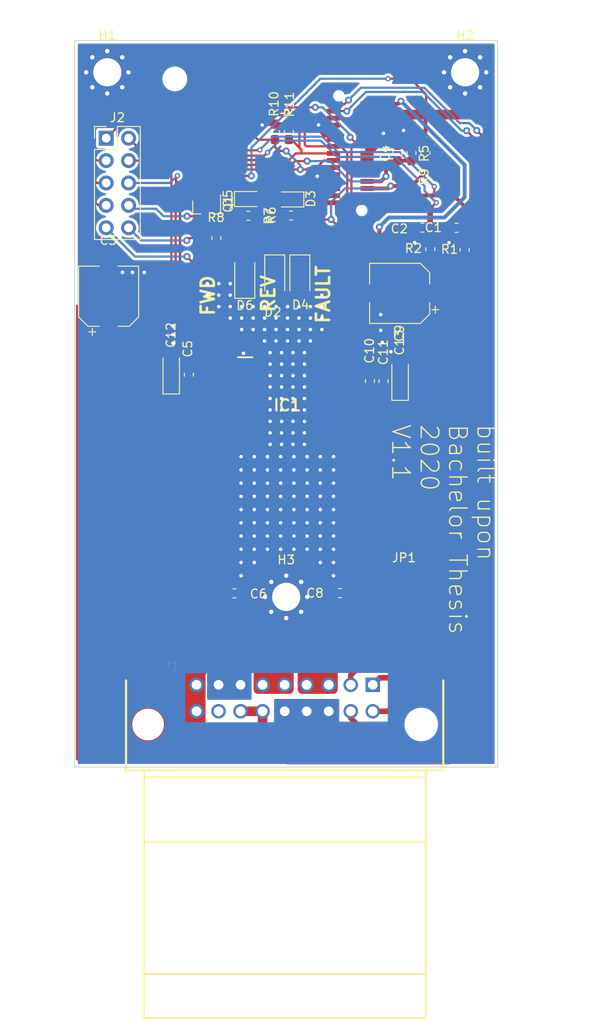
<source format=kicad_pcb>
(kicad_pcb (version 20171130) (host pcbnew "(5.1.6)-1")

  (general
    (thickness 1.6)
    (drawings 17)
    (tracks 563)
    (zones 0)
    (modules 35)
    (nets 25)
  )

  (page A4)
  (layers
    (0 F.Cu signal)
    (31 B.Cu signal)
    (32 B.Adhes user hide)
    (33 F.Adhes user hide)
    (34 B.Paste user hide)
    (35 F.Paste user)
    (36 B.SilkS user)
    (37 F.SilkS user)
    (38 B.Mask user)
    (39 F.Mask user)
    (40 Dwgs.User user)
    (41 Cmts.User user)
    (42 Eco1.User user hide)
    (43 Eco2.User user hide)
    (44 Edge.Cuts user)
    (45 Margin user hide)
    (46 B.CrtYd user)
    (47 F.CrtYd user)
    (48 B.Fab user)
    (49 F.Fab user)
  )

  (setup
    (last_trace_width 0.25)
    (user_trace_width 0.4318)
    (user_trace_width 0.635)
    (user_trace_width 1.0922)
    (user_trace_width 1.651)
    (trace_clearance 0.2)
    (zone_clearance 0.1)
    (zone_45_only no)
    (trace_min 0.2)
    (via_size 0.8)
    (via_drill 0.4)
    (via_min_size 0.3)
    (via_min_drill 0.3)
    (user_via 0.6 0.3)
    (uvia_size 0.3)
    (uvia_drill 0.1)
    (uvias_allowed no)
    (uvia_min_size 0.2)
    (uvia_min_drill 0.1)
    (edge_width 0.1)
    (segment_width 0.2)
    (pcb_text_width 0.3)
    (pcb_text_size 1.5 1.5)
    (mod_edge_width 0.15)
    (mod_text_size 1 1)
    (mod_text_width 0.15)
    (pad_size 2 2)
    (pad_drill 1)
    (pad_to_mask_clearance 0)
    (aux_axis_origin 0 0)
    (visible_elements 7FFFFFFF)
    (pcbplotparams
      (layerselection 0x010fc_ffffffff)
      (usegerberextensions false)
      (usegerberattributes false)
      (usegerberadvancedattributes false)
      (creategerberjobfile false)
      (excludeedgelayer true)
      (linewidth 0.100000)
      (plotframeref false)
      (viasonmask false)
      (mode 1)
      (useauxorigin false)
      (hpglpennumber 1)
      (hpglpenspeed 20)
      (hpglpendiameter 15.000000)
      (psnegative false)
      (psa4output false)
      (plotreference true)
      (plotvalue false)
      (plotinvisibletext false)
      (padsonsilk true)
      (subtractmaskfromsilk false)
      (outputformat 1)
      (mirror false)
      (drillshape 0)
      (scaleselection 1)
      (outputdirectory "Gerber/"))
  )

  (net 0 "")
  (net 1 GND)
  (net 2 TPS1_Filtered)
  (net 3 TPS2_Filtered)
  (net 4 Feedback)
  (net 5 OUT1)
  (net 6 OUT2)
  (net 7 "Net-(C10-Pad2)")
  (net 8 TPS1)
  (net 9 TPS2)
  (net 10 "Net-(D3-Pad1)")
  (net 11 "Net-(D5-Pad1)")
  (net 12 +5V)
  (net 13 SFlag)
  (net 14 CANL)
  (net 15 CANH)
  (net 16 EN_D2)
  (net 17 D1)
  (net 18 PWM_3)
  (net 19 PWM_10)
  (net 20 "Net-(D2-Pad1)")
  (net 21 "Net-(D4-Pad1)")
  (net 22 "Net-(D6-Pad2)")
  (net 23 12V)
  (net 24 "Net-(Q1-Pad3)")

  (net_class Default "This is the default net class."
    (clearance 0.2)
    (trace_width 0.25)
    (via_dia 0.8)
    (via_drill 0.4)
    (uvia_dia 0.3)
    (uvia_drill 0.1)
    (add_net +5V)
    (add_net 12V)
    (add_net CANH)
    (add_net CANL)
    (add_net D1)
    (add_net EN_D2)
    (add_net Feedback)
    (add_net GND)
    (add_net "Net-(C10-Pad2)")
    (add_net "Net-(D2-Pad1)")
    (add_net "Net-(D3-Pad1)")
    (add_net "Net-(D4-Pad1)")
    (add_net "Net-(D5-Pad1)")
    (add_net "Net-(D6-Pad2)")
    (add_net "Net-(Q1-Pad3)")
    (add_net OUT1)
    (add_net OUT2)
    (add_net PWM_10)
    (add_net PWM_3)
    (add_net SFlag)
    (add_net TPS1)
    (add_net TPS1_Filtered)
    (add_net TPS2)
    (add_net TPS2_Filtered)
  )

  (module Capacitor_SMD:CP_Elec_6.3x7.7 (layer F.Cu) (tedit 5BCA39D0) (tstamp 5E5E87CA)
    (at 112.875 53.575 180)
    (descr "SMD capacitor, aluminum electrolytic, Nichicon, 6.3x7.7mm")
    (tags "capacitor electrolytic")
    (path /5E334433)
    (attr smd)
    (fp_text reference C9 (at 0.0178 -4.5339 270) (layer F.SilkS)
      (effects (font (size 1 1) (thickness 0.15)))
    )
    (fp_text value 220uF (at 0 4.35) (layer F.Fab)
      (effects (font (size 1 1) (thickness 0.15)))
    )
    (fp_circle (center 0 0) (end 3.15 0) (layer F.Fab) (width 0.1))
    (fp_line (start 3.3 -3.3) (end 3.3 3.3) (layer F.Fab) (width 0.1))
    (fp_line (start -2.3 -3.3) (end 3.3 -3.3) (layer F.Fab) (width 0.1))
    (fp_line (start -2.3 3.3) (end 3.3 3.3) (layer F.Fab) (width 0.1))
    (fp_line (start -3.3 -2.3) (end -3.3 2.3) (layer F.Fab) (width 0.1))
    (fp_line (start -3.3 -2.3) (end -2.3 -3.3) (layer F.Fab) (width 0.1))
    (fp_line (start -3.3 2.3) (end -2.3 3.3) (layer F.Fab) (width 0.1))
    (fp_line (start -2.704838 -1.33) (end -2.074838 -1.33) (layer F.Fab) (width 0.1))
    (fp_line (start -2.389838 -1.645) (end -2.389838 -1.015) (layer F.Fab) (width 0.1))
    (fp_line (start 3.41 3.41) (end 3.41 1.06) (layer F.SilkS) (width 0.12))
    (fp_line (start 3.41 -3.41) (end 3.41 -1.06) (layer F.SilkS) (width 0.12))
    (fp_line (start -2.345563 -3.41) (end 3.41 -3.41) (layer F.SilkS) (width 0.12))
    (fp_line (start -2.345563 3.41) (end 3.41 3.41) (layer F.SilkS) (width 0.12))
    (fp_line (start -3.41 2.345563) (end -3.41 1.06) (layer F.SilkS) (width 0.12))
    (fp_line (start -3.41 -2.345563) (end -3.41 -1.06) (layer F.SilkS) (width 0.12))
    (fp_line (start -3.41 -2.345563) (end -2.345563 -3.41) (layer F.SilkS) (width 0.12))
    (fp_line (start -3.41 2.345563) (end -2.345563 3.41) (layer F.SilkS) (width 0.12))
    (fp_line (start -4.4375 -1.8475) (end -3.65 -1.8475) (layer F.SilkS) (width 0.12))
    (fp_line (start -4.04375 -2.24125) (end -4.04375 -1.45375) (layer F.SilkS) (width 0.12))
    (fp_line (start 3.55 -3.55) (end 3.55 -1.05) (layer F.CrtYd) (width 0.05))
    (fp_line (start 3.55 -1.05) (end 4.7 -1.05) (layer F.CrtYd) (width 0.05))
    (fp_line (start 4.7 -1.05) (end 4.7 1.05) (layer F.CrtYd) (width 0.05))
    (fp_line (start 4.7 1.05) (end 3.55 1.05) (layer F.CrtYd) (width 0.05))
    (fp_line (start 3.55 1.05) (end 3.55 3.55) (layer F.CrtYd) (width 0.05))
    (fp_line (start -2.4 3.55) (end 3.55 3.55) (layer F.CrtYd) (width 0.05))
    (fp_line (start -2.4 -3.55) (end 3.55 -3.55) (layer F.CrtYd) (width 0.05))
    (fp_line (start -3.55 2.4) (end -2.4 3.55) (layer F.CrtYd) (width 0.05))
    (fp_line (start -3.55 -2.4) (end -2.4 -3.55) (layer F.CrtYd) (width 0.05))
    (fp_line (start -3.55 -2.4) (end -3.55 -1.05) (layer F.CrtYd) (width 0.05))
    (fp_line (start -3.55 1.05) (end -3.55 2.4) (layer F.CrtYd) (width 0.05))
    (fp_line (start -3.55 -1.05) (end -4.7 -1.05) (layer F.CrtYd) (width 0.05))
    (fp_line (start -4.7 -1.05) (end -4.7 1.05) (layer F.CrtYd) (width 0.05))
    (fp_line (start -4.7 1.05) (end -3.55 1.05) (layer F.CrtYd) (width 0.05))
    (fp_text user %R (at 0 0) (layer F.Fab)
      (effects (font (size 1 1) (thickness 0.15)))
    )
    (pad 2 smd roundrect (at 2.7 0 180) (size 3.5 1.6) (layers F.Cu F.Paste F.Mask) (roundrect_rratio 0.15625)
      (net 1 GND))
    (pad 1 smd roundrect (at -2.7 0 180) (size 3.5 1.6) (layers F.Cu F.Paste F.Mask) (roundrect_rratio 0.15625)
      (net 23 12V))
    (model ${KISYS3DMOD}/Capacitor_SMD.3dshapes/CP_Elec_6.3x7.7.wrl
      (at (xyz 0 0 0))
      (scale (xyz 1 1 1))
      (rotate (xyz 0 0 0))
    )
  )

  (module Connector_PinHeader_2.54mm:PinHeader_2x05_P2.54mm_Vertical (layer F.Cu) (tedit 59FED5CC) (tstamp 5F8EA12C)
    (at 79.575 35.975)
    (descr "Through hole straight pin header, 2x05, 2.54mm pitch, double rows")
    (tags "Through hole pin header THT 2x05 2.54mm double row")
    (path /5F9240DB)
    (fp_text reference J2 (at 1.27 -2.33) (layer F.SilkS)
      (effects (font (size 1 1) (thickness 0.15)))
    )
    (fp_text value Conn_02x05_Odd_Even (at 1.27 12.49) (layer F.Fab)
      (effects (font (size 1 1) (thickness 0.15)))
    )
    (fp_line (start 0 -1.27) (end 3.81 -1.27) (layer F.Fab) (width 0.1))
    (fp_line (start 3.81 -1.27) (end 3.81 11.43) (layer F.Fab) (width 0.1))
    (fp_line (start 3.81 11.43) (end -1.27 11.43) (layer F.Fab) (width 0.1))
    (fp_line (start -1.27 11.43) (end -1.27 0) (layer F.Fab) (width 0.1))
    (fp_line (start -1.27 0) (end 0 -1.27) (layer F.Fab) (width 0.1))
    (fp_line (start -1.33 11.49) (end 3.87 11.49) (layer F.SilkS) (width 0.12))
    (fp_line (start -1.33 1.27) (end -1.33 11.49) (layer F.SilkS) (width 0.12))
    (fp_line (start 3.87 -1.33) (end 3.87 11.49) (layer F.SilkS) (width 0.12))
    (fp_line (start -1.33 1.27) (end 1.27 1.27) (layer F.SilkS) (width 0.12))
    (fp_line (start 1.27 1.27) (end 1.27 -1.33) (layer F.SilkS) (width 0.12))
    (fp_line (start 1.27 -1.33) (end 3.87 -1.33) (layer F.SilkS) (width 0.12))
    (fp_line (start -1.33 0) (end -1.33 -1.33) (layer F.SilkS) (width 0.12))
    (fp_line (start -1.33 -1.33) (end 0 -1.33) (layer F.SilkS) (width 0.12))
    (fp_line (start -1.8 -1.8) (end -1.8 11.95) (layer F.CrtYd) (width 0.05))
    (fp_line (start -1.8 11.95) (end 4.35 11.95) (layer F.CrtYd) (width 0.05))
    (fp_line (start 4.35 11.95) (end 4.35 -1.8) (layer F.CrtYd) (width 0.05))
    (fp_line (start 4.35 -1.8) (end -1.8 -1.8) (layer F.CrtYd) (width 0.05))
    (fp_text user %R (at 1.27 5.08 90) (layer F.Fab)
      (effects (font (size 1 1) (thickness 0.15)))
    )
    (pad 10 thru_hole oval (at 2.54 10.16) (size 1.7 1.7) (drill 1) (layers *.Cu *.Mask)
      (net 6 OUT2))
    (pad 9 thru_hole oval (at 0 10.16) (size 1.7 1.7) (drill 1) (layers *.Cu *.Mask)
      (net 5 OUT1))
    (pad 8 thru_hole oval (at 2.54 7.62) (size 1.7 1.7) (drill 1) (layers *.Cu *.Mask)
      (net 13 SFlag))
    (pad 7 thru_hole oval (at 0 7.62) (size 1.7 1.7) (drill 1) (layers *.Cu *.Mask)
      (net 18 PWM_3))
    (pad 6 thru_hole oval (at 2.54 5.08) (size 1.7 1.7) (drill 1) (layers *.Cu *.Mask)
      (net 4 Feedback))
    (pad 5 thru_hole oval (at 0 5.08) (size 1.7 1.7) (drill 1) (layers *.Cu *.Mask)
      (net 19 PWM_10))
    (pad 4 thru_hole oval (at 2.54 2.54) (size 1.7 1.7) (drill 1) (layers *.Cu *.Mask)
      (net 3 TPS2_Filtered))
    (pad 3 thru_hole oval (at 0 2.54) (size 1.7 1.7) (drill 1) (layers *.Cu *.Mask)
      (net 16 EN_D2))
    (pad 2 thru_hole oval (at 2.54 0) (size 1.7 1.7) (drill 1) (layers *.Cu *.Mask)
      (net 2 TPS1_Filtered))
    (pad 1 thru_hole rect (at 0 0) (size 1.7 1.7) (drill 1) (layers *.Cu *.Mask)
      (net 17 D1))
    (model ${KISYS3DMOD}/Connector_PinHeader_2.54mm.3dshapes/PinHeader_2x05_P2.54mm_Vertical.wrl
      (at (xyz 0 0 0))
      (scale (xyz 1 1 1))
      (rotate (xyz 0 0 0))
    )
  )

  (module ETBC_2020:ACM_2020_Footprint_wo_silk (layer F.Cu) (tedit 5E323B5E) (tstamp 5E614E86)
    (at 107.275 37.6746 270)
    (descr IL-WX-10SB-VF-BE)
    (tags Connector)
    (path /5E29AD50)
    (fp_text reference U1 (at -0.127 0 270) (layer Eco1.User)
      (effects (font (size 1.27 1.27) (thickness 0.254)))
    )
    (fp_text value ACM_2020 (at 0.254 4.445 270) (layer Eco1.User) hide
      (effects (font (size 1.27 1.27) (thickness 0.254)))
    )
    (fp_line (start 11 -5) (end 11 22.634393) (layer Dwgs.User) (width 0.3))
    (fp_line (start 11 22.634393) (end -9.026231 22.634393) (layer Dwgs.User) (width 0.3))
    (fp_line (start -11 -5) (end -11 20) (layer Dwgs.User) (width 0.3))
    (fp_line (start -11 -5) (end 11 -5) (layer Dwgs.User) (width 0.3))
    (fp_line (start -6.9 3.65) (end -6.9 -3.65) (layer F.CrtYd) (width 0.1))
    (fp_line (start 6.9 3.65) (end -6.9 3.65) (layer F.CrtYd) (width 0.1))
    (fp_line (start 6.9 -3.65) (end 6.9 3.65) (layer F.CrtYd) (width 0.1))
    (fp_line (start -6.9 -3.65) (end 6.9 -3.65) (layer F.CrtYd) (width 0.1))
    (fp_line (start -5.842 1.6) (end -5.842 -1.6) (layer F.Fab) (width 0.2))
    (fp_line (start 5.873 1.6) (end -5.842 1.6) (layer F.Fab) (width 0.2))
    (fp_line (start 5.873 -1.6) (end 5.873 1.6) (layer F.Fab) (width 0.2))
    (fp_line (start -5.842 -1.6) (end 5.873 -1.6) (layer F.Fab) (width 0.2))
    (fp_text user %R (at -0.127 0 270) (layer F.Fab)
      (effects (font (size 1.27 1.27) (thickness 0.254)))
    )
    (fp_arc (start -8.5635 20.2311) (end -11 20) (angle -84.5) (layer Dwgs.User) (width 0.3))
    (pad 30 smd rect (at -5.6 -1.9 270) (size 0.55 1.5) (layers F.Cu F.Paste F.Mask)
      (net 23 12V))
    (pad 29 smd rect (at -5.5746 1.9 270) (size 0.55 1.5) (layers F.Cu F.Paste F.Mask)
      (net 14 CANL))
    (pad 28 smd rect (at -4.8 -1.9 270) (size 0.55 1.5) (layers F.Cu F.Paste F.Mask)
      (net 12 +5V))
    (pad 27 smd rect (at -4.7746 1.9 270) (size 0.55 1.5) (layers F.Cu F.Paste F.Mask)
      (net 15 CANH))
    (pad 26 smd rect (at -4 -1.9 270) (size 0.55 1.5) (layers F.Cu F.Paste F.Mask)
      (net 12 +5V))
    (pad 25 smd rect (at -3.9746 1.9 270) (size 0.55 1.5) (layers F.Cu F.Paste F.Mask))
    (pad 24 smd rect (at -3.2 -1.9 270) (size 0.55 1.5) (layers F.Cu F.Paste F.Mask)
      (net 12 +5V))
    (pad 23 smd rect (at -3.1746 1.9 270) (size 0.55 1.5) (layers F.Cu F.Paste F.Mask))
    (pad 22 smd rect (at -2.4 -1.9 270) (size 0.55 1.5) (layers F.Cu F.Paste F.Mask))
    (pad 21 smd rect (at -2.3746 1.9 270) (size 0.55 1.5) (layers F.Cu F.Paste F.Mask)
      (net 1 GND))
    (pad 20 smd rect (at -1.6 -1.9 270) (size 0.55 1.5) (layers F.Cu F.Paste F.Mask)
      (net 18 PWM_3))
    (pad 19 smd rect (at -1.5746 1.9 270) (size 0.55 1.5) (layers F.Cu F.Paste F.Mask)
      (net 1 GND))
    (pad 18 smd rect (at -0.8 -1.9 270) (size 0.55 1.5) (layers F.Cu F.Paste F.Mask)
      (net 1 GND))
    (pad 17 smd rect (at -0.7746 1.9 270) (size 0.55 1.5) (layers F.Cu F.Paste F.Mask)
      (net 19 PWM_10))
    (pad 16 smd rect (at 0 -1.9 270) (size 0.55 1.5) (layers F.Cu F.Paste F.Mask)
      (net 1 GND))
    (pad 15 smd rect (at 0.0254 1.9 270) (size 0.55 1.5) (layers F.Cu F.Paste F.Mask)
      (net 16 EN_D2))
    (pad 14 smd rect (at 0.8 -1.9 270) (size 0.55 1.5) (layers F.Cu F.Paste F.Mask))
    (pad 13 smd rect (at 0.8254 1.9 270) (size 0.55 1.5) (layers F.Cu F.Paste F.Mask)
      (net 17 D1))
    (pad 12 smd rect (at 1.6 -1.9 270) (size 0.55 1.5) (layers F.Cu F.Paste F.Mask))
    (pad 11 smd rect (at 1.6254 1.9 270) (size 0.55 1.5) (layers F.Cu F.Paste F.Mask))
    (pad 10 smd rect (at 2.4 -1.9 270) (size 0.55 1.5) (layers F.Cu F.Paste F.Mask))
    (pad 9 smd rect (at 2.4254 1.9 270) (size 0.55 1.5) (layers F.Cu F.Paste F.Mask)
      (net 1 GND))
    (pad 8 smd rect (at 3.2 -1.9 270) (size 0.55 1.5) (layers F.Cu F.Paste F.Mask)
      (net 4 Feedback))
    (pad 7 smd rect (at 3.2254 1.9 270) (size 0.55 1.5) (layers F.Cu F.Paste F.Mask))
    (pad 6 smd rect (at 4 -1.9 270) (size 0.55 1.5) (layers F.Cu F.Paste F.Mask)
      (net 13 SFlag))
    (pad 5 smd rect (at 4.0254 1.9 270) (size 0.55 1.5) (layers F.Cu F.Paste F.Mask))
    (pad 4 smd rect (at 4.8 -1.9 270) (size 0.55 1.5) (layers F.Cu F.Paste F.Mask)
      (net 2 TPS1_Filtered))
    (pad 3 smd rect (at 4.8254 1.9 270) (size 0.55 1.5) (layers F.Cu F.Paste F.Mask))
    (pad 2 smd rect (at 5.6 -1.9 270) (size 0.55 1.5) (layers F.Cu F.Paste F.Mask)
      (net 3 TPS2_Filtered))
    (pad 1 smd rect (at 5.6254 1.9 270) (size 0.55 1.5) (layers F.Cu F.Paste F.Mask))
    (pad "" np_thru_hole circle (at -6.5 1.3 270) (size 0.7 0.7) (drill 0.7) (layers *.Cu *.Mask))
    (pad "" np_thru_hole circle (at 6.5 -1.3 270) (size 0.7 0.7) (drill 0.7) (layers *.Cu *.Mask))
    (pad "" np_thru_hole circle (at -8.422 19.912 270) (size 2.2 2.2) (drill 2.2) (layers *.Cu *.Mask))
    (model ${KIPRJMOD}/3d_objects/ACM-connector-pcb.step
      (offset (xyz -5.75 -0.75 1.25))
      (scale (xyz 1 1 1))
      (rotate (xyz -90 0 0))
    )
    (model ${KIPRJMOD}/3d_objects/ACM-pcb.wrl
      (offset (xyz -75.7 70.2 5.35))
      (scale (xyz 0.4 0.4 0.4))
      (rotate (xyz 0 0 0))
    )
    (model "${KIPRJMOD}/Library/JAE IL-WX Series 30-pin.STEP"
      (offset (xyz -0.25 0 0))
      (scale (xyz 1 1 1))
      (rotate (xyz -90 0 0))
    )
  )

  (module Resistor_SMD:R_0603_1608Metric_Pad1.05x0.95mm_HandSolder (layer F.Cu) (tedit 5B301BBD) (tstamp 5E5EB483)
    (at 114.2124 37.6525 90)
    (descr "Resistor SMD 0603 (1608 Metric), square (rectangular) end terminal, IPC_7351 nominal with elongated pad for handsoldering. (Body size source: http://www.tortai-tech.com/upload/download/2011102023233369053.pdf), generated with kicad-footprint-generator")
    (tags "resistor handsolder")
    (path /5E2FB095)
    (attr smd)
    (fp_text reference R5 (at -0.0508 1.4351 90) (layer F.SilkS)
      (effects (font (size 1 1) (thickness 0.15)))
    )
    (fp_text value 255 (at 0 1.43 90) (layer F.Fab)
      (effects (font (size 1 1) (thickness 0.15)))
    )
    (fp_line (start -0.8 0.4) (end -0.8 -0.4) (layer F.Fab) (width 0.1))
    (fp_line (start -0.8 -0.4) (end 0.8 -0.4) (layer F.Fab) (width 0.1))
    (fp_line (start 0.8 -0.4) (end 0.8 0.4) (layer F.Fab) (width 0.1))
    (fp_line (start 0.8 0.4) (end -0.8 0.4) (layer F.Fab) (width 0.1))
    (fp_line (start -0.171267 -0.51) (end 0.171267 -0.51) (layer F.SilkS) (width 0.12))
    (fp_line (start -0.171267 0.51) (end 0.171267 0.51) (layer F.SilkS) (width 0.12))
    (fp_line (start -1.65 0.73) (end -1.65 -0.73) (layer F.CrtYd) (width 0.05))
    (fp_line (start -1.65 -0.73) (end 1.65 -0.73) (layer F.CrtYd) (width 0.05))
    (fp_line (start 1.65 -0.73) (end 1.65 0.73) (layer F.CrtYd) (width 0.05))
    (fp_line (start 1.65 0.73) (end -1.65 0.73) (layer F.CrtYd) (width 0.05))
    (fp_text user %R (at 0 0 90) (layer F.Fab)
      (effects (font (size 0.4 0.4) (thickness 0.06)))
    )
    (pad 2 smd roundrect (at 0.875 0 90) (size 1.05 0.95) (layers F.Cu F.Paste F.Mask) (roundrect_rratio 0.25)
      (net 1 GND))
    (pad 1 smd roundrect (at -0.875 0 90) (size 1.05 0.95) (layers F.Cu F.Paste F.Mask) (roundrect_rratio 0.25)
      (net 4 Feedback))
    (model ${KISYS3DMOD}/Resistor_SMD.3dshapes/R_0603_1608Metric.wrl
      (at (xyz 0 0 0))
      (scale (xyz 1 1 1))
      (rotate (xyz 0 0 0))
    )
  )

  (module ETBC_2020:JAE_MX23A18NF1 (layer F.Cu) (tedit 5E29572B) (tstamp 5E5EB3ED)
    (at 99.825 102.475)
    (path /5E3AE990)
    (fp_text reference J1 (at -12.839525 -6.642495) (layer F.SilkS)
      (effects (font (size 1.001126 1.001126) (thickness 0.015)))
    )
    (fp_text value Conn_02x09_Top_Bottom (at 15.39146 -6.63564) (layer F.Fab)
      (effects (font (size 1.000094 1.000094) (thickness 0.015)))
    )
    (fp_line (start 16 13.3) (end 16 5.2) (layer F.SilkS) (width 0.254))
    (fp_line (start -16 13.3) (end -16 5.2) (layer F.SilkS) (width 0.254))
    (fp_line (start -19 33.75) (end -19 -5.75) (layer F.CrtYd) (width 0.254))
    (fp_line (start 19 33.75) (end -19 33.75) (layer F.CrtYd) (width 0.254))
    (fp_line (start 19 -5.75) (end 19 33.75) (layer F.CrtYd) (width 0.254))
    (fp_line (start -19 -5.75) (end 19 -5.75) (layer F.CrtYd) (width 0.254))
    (fp_line (start -16 6) (end 16 6) (layer F.SilkS) (width 0.254))
    (fp_line (start 16 28.3) (end 16 33.3) (layer F.SilkS) (width 0.254))
    (fp_line (start -16 28.3) (end -16 33.3) (layer F.SilkS) (width 0.254))
    (fp_line (start 16 33.3) (end -16 33.3) (layer F.SilkS) (width 0.254))
    (fp_line (start 16 13.3) (end -16 13.3) (layer F.SilkS) (width 0.254))
    (fp_line (start -13.25 5.2) (end -18 5.2) (layer F.SilkS) (width 0.254))
    (fp_line (start 13.25 5.2) (end -13.25 5.2) (layer F.SilkS) (width 0.254))
    (fp_line (start 18 5.2) (end 13.25 5.2) (layer F.SilkS) (width 0.254))
    (fp_line (start -18 5.2) (end -18 -5) (layer F.SilkS) (width 0.254))
    (fp_line (start -16 28.3) (end -16 13.3) (layer F.SilkS) (width 0.254))
    (fp_line (start 16 28.3) (end -16 28.3) (layer F.SilkS) (width 0.254))
    (fp_line (start 16 13.3) (end 16 28.3) (layer F.SilkS) (width 0.254))
    (fp_line (start 18 -5) (end 18 5.2) (layer F.SilkS) (width 0.254))
    (fp_text user PCB~Edge (at 5.13303 8.01253) (layer F.Fab)
      (effects (font (size 1.001567 1.001567) (thickness 0.015)))
    )
    (pad 1 thru_hole rect (at 10 -4.5) (size 1.65 1.65) (drill 1.1) (layers *.Cu *.Mask)
      (net 8 TPS1))
    (pad 2 thru_hole circle (at 7.5 -4.5) (size 1.65 1.65) (drill 1.1) (layers *.Cu *.Mask)
      (net 9 TPS2))
    (pad 3 thru_hole circle (at 5 -4.5) (size 1.65 1.65) (drill 1.1) (layers *.Cu *.Mask)
      (net 6 OUT2))
    (pad 4 thru_hole circle (at 2.5 -4.5) (size 1.65 1.65) (drill 1.1) (layers *.Cu *.Mask)
      (net 6 OUT2))
    (pad 5 thru_hole circle (at 0 -4.5) (size 1.65 1.65) (drill 1.1) (layers *.Cu *.Mask)
      (net 5 OUT1))
    (pad 6 thru_hole circle (at -2.5 -4.5) (size 1.65 1.65) (drill 1.1) (layers *.Cu *.Mask)
      (net 5 OUT1))
    (pad 7 thru_hole circle (at -5 -4.5 90) (size 1.65 1.65) (drill 1.1) (layers *.Cu *.Mask)
      (net 1 GND))
    (pad 8 thru_hole circle (at -7.5 -4.5) (size 1.65 1.65) (drill 1.1) (layers *.Cu *.Mask)
      (net 1 GND))
    (pad 9 thru_hole circle (at -10 -4.5) (size 1.65 1.65) (drill 1.1) (layers *.Cu *.Mask)
      (net 23 12V))
    (pad 10 thru_hole circle (at 10 -1.5) (size 1.65 1.65) (drill 1.1) (layers *.Cu *.Mask)
      (net 15 CANH))
    (pad 11 thru_hole circle (at 7.5 -1.5) (size 1.65 1.65) (drill 1.1) (layers *.Cu *.Mask)
      (net 14 CANL))
    (pad 12 thru_hole circle (at 5 -1.5) (size 1.65 1.65) (drill 1.1) (layers *.Cu *.Mask)
      (net 1 GND))
    (pad "" np_thru_hole circle (at -15.5 0) (size 3.2 3.2) (drill 3.2) (layers *.Cu *.Mask))
    (pad "" np_thru_hole circle (at 15.5 0) (size 3.2 3.2) (drill 3.2) (layers *.Cu *.Mask))
    (pad 13 thru_hole circle (at 2.5 -1.5) (size 1.65 1.65) (drill 1.1) (layers *.Cu *.Mask)
      (net 1 GND))
    (pad 14 thru_hole circle (at 0 -1.5) (size 1.65 1.65) (drill 1.1) (layers *.Cu *.Mask)
      (net 1 GND))
    (pad 15 thru_hole circle (at -2.5 -1.5) (size 1.65 1.65) (drill 1.1) (layers *.Cu *.Mask)
      (net 12 +5V))
    (pad 16 thru_hole circle (at -5 -1.5) (size 1.65 1.65) (drill 1.1) (layers *.Cu *.Mask)
      (net 12 +5V))
    (pad 17 thru_hole circle (at -7.5 -1.5) (size 1.65 1.65) (drill 1.1) (layers *.Cu *.Mask))
    (pad 18 thru_hole circle (at -10 -1.5) (size 1.65 1.65) (drill 1.1) (layers *.Cu *.Mask)
      (net 23 12V))
    (model "${KIPRJMOD}/Library/MX23A18NF1/3D/K3D-MX23A18NF1-R5 JAE Connector Division Proprietary.STEP"
      (offset (xyz 0 -28.24 8))
      (scale (xyz 1 1 1))
      (rotate (xyz -90 0 0))
    )
  )

  (module MountingHole:MountingHole_3.2mm_M3_Pad_Via (layer F.Cu) (tedit 56DDBCCA) (tstamp 5F8F488E)
    (at 100 88)
    (descr "Mounting Hole 3.2mm, M3")
    (tags "mounting hole 3.2mm m3")
    (path /5FA90E7A)
    (attr virtual)
    (fp_text reference H3 (at 0 -4.2) (layer F.SilkS)
      (effects (font (size 1 1) (thickness 0.15)))
    )
    (fp_text value MountingHole_Pad (at 0 4.2) (layer F.Fab)
      (effects (font (size 1 1) (thickness 0.15)))
    )
    (fp_circle (center 0 0) (end 3.45 0) (layer F.CrtYd) (width 0.05))
    (fp_circle (center 0 0) (end 3.2 0) (layer Cmts.User) (width 0.15))
    (fp_text user %R (at 0.3 0) (layer F.Fab)
      (effects (font (size 1 1) (thickness 0.15)))
    )
    (pad 1 thru_hole circle (at 1.697056 -1.697056) (size 0.8 0.8) (drill 0.5) (layers *.Cu *.Mask)
      (net 1 GND))
    (pad 1 thru_hole circle (at 0 -2.4) (size 0.8 0.8) (drill 0.5) (layers *.Cu *.Mask)
      (net 1 GND))
    (pad 1 thru_hole circle (at -1.697056 -1.697056) (size 0.8 0.8) (drill 0.5) (layers *.Cu *.Mask)
      (net 1 GND))
    (pad 1 thru_hole circle (at -2.4 0) (size 0.8 0.8) (drill 0.5) (layers *.Cu *.Mask)
      (net 1 GND))
    (pad 1 thru_hole circle (at -1.697056 1.697056) (size 0.8 0.8) (drill 0.5) (layers *.Cu *.Mask)
      (net 1 GND))
    (pad 1 thru_hole circle (at 0 2.4) (size 0.8 0.8) (drill 0.5) (layers *.Cu *.Mask)
      (net 1 GND))
    (pad 1 thru_hole circle (at 1.697056 1.697056) (size 0.8 0.8) (drill 0.5) (layers *.Cu *.Mask)
      (net 1 GND))
    (pad 1 thru_hole circle (at 2.4 0) (size 0.8 0.8) (drill 0.5) (layers *.Cu *.Mask)
      (net 1 GND))
    (pad 1 thru_hole circle (at 0 0) (size 6.4 6.4) (drill 3.2) (layers *.Cu *.Mask)
      (net 1 GND))
  )

  (module "ETBC_2020:Jumper PWR 25 26" (layer F.Cu) (tedit 5F8E1715) (tstamp 5F8E6D92)
    (at 114.2 78.575 180)
    (path /5F8E3C2F)
    (fp_text reference JP1 (at 0.84 -4.985) (layer F.SilkS)
      (effects (font (size 1 1) (thickness 0.15)))
    )
    (fp_text value Jumper_2_Bridged (at 0 -0.5) (layer F.Fab)
      (effects (font (size 1 1) (thickness 0.15)))
    )
    (pad 2 smd rect (at 32 0 180) (size 6 5) (layers F.Cu F.Paste F.Mask)
      (net 23 12V))
    (pad 1 smd rect (at 0 0 180) (size 6 5) (layers F.Cu F.Paste F.Mask)
      (net 23 12V))
  )

  (module MountingHole:MountingHole_3.2mm_M3_Pad_Via (layer F.Cu) (tedit 56DDBCCA) (tstamp 5E62BB6C)
    (at 120.3 28.5)
    (descr "Mounting Hole 3.2mm, M3")
    (tags "mounting hole 3.2mm m3")
    (path /5E68E8C6)
    (attr virtual)
    (fp_text reference H2 (at 0 -4.2) (layer F.SilkS)
      (effects (font (size 1 1) (thickness 0.15)))
    )
    (fp_text value MountingHole_Pad (at 0 4.2) (layer F.Fab)
      (effects (font (size 1 1) (thickness 0.15)))
    )
    (fp_circle (center 0 0) (end 3.2 0) (layer Cmts.User) (width 0.15))
    (fp_circle (center 0 0) (end 3.45 0) (layer F.CrtYd) (width 0.05))
    (fp_text user %R (at 0.3 0) (layer F.Fab)
      (effects (font (size 1 1) (thickness 0.15)))
    )
    (pad 1 thru_hole circle (at 1.697056 -1.697056) (size 0.8 0.8) (drill 0.5) (layers *.Cu *.Mask)
      (net 1 GND))
    (pad 1 thru_hole circle (at 0 -2.4) (size 0.8 0.8) (drill 0.5) (layers *.Cu *.Mask)
      (net 1 GND))
    (pad 1 thru_hole circle (at -1.697056 -1.697056) (size 0.8 0.8) (drill 0.5) (layers *.Cu *.Mask)
      (net 1 GND))
    (pad 1 thru_hole circle (at -2.4 0) (size 0.8 0.8) (drill 0.5) (layers *.Cu *.Mask)
      (net 1 GND))
    (pad 1 thru_hole circle (at -1.697056 1.697056) (size 0.8 0.8) (drill 0.5) (layers *.Cu *.Mask)
      (net 1 GND))
    (pad 1 thru_hole circle (at 0 2.4) (size 0.8 0.8) (drill 0.5) (layers *.Cu *.Mask)
      (net 1 GND))
    (pad 1 thru_hole circle (at 1.697056 1.697056) (size 0.8 0.8) (drill 0.5) (layers *.Cu *.Mask)
      (net 1 GND))
    (pad 1 thru_hole circle (at 2.4 0) (size 0.8 0.8) (drill 0.5) (layers *.Cu *.Mask)
      (net 1 GND))
    (pad 1 thru_hole circle (at 0 0) (size 6.4 6.4) (drill 3.2) (layers *.Cu *.Mask)
      (net 1 GND))
  )

  (module MountingHole:MountingHole_3.2mm_M3_Pad_Via (layer F.Cu) (tedit 56DDBCCA) (tstamp 5E62BB5C)
    (at 79.7 28.5)
    (descr "Mounting Hole 3.2mm, M3")
    (tags "mounting hole 3.2mm m3")
    (path /5E684FB3)
    (attr virtual)
    (fp_text reference H1 (at 0 -4.2) (layer F.SilkS)
      (effects (font (size 1 1) (thickness 0.15)))
    )
    (fp_text value MountingHole_Pad (at 0 4.2) (layer F.Fab)
      (effects (font (size 1 1) (thickness 0.15)))
    )
    (fp_circle (center 0 0) (end 3.2 0) (layer Cmts.User) (width 0.15))
    (fp_circle (center 0 0) (end 3.45 0) (layer F.CrtYd) (width 0.05))
    (fp_text user %R (at 0.3 0) (layer F.Fab)
      (effects (font (size 1 1) (thickness 0.15)))
    )
    (pad 1 thru_hole circle (at 1.697056 -1.697056) (size 0.8 0.8) (drill 0.5) (layers *.Cu *.Mask)
      (net 1 GND))
    (pad 1 thru_hole circle (at 0 -2.4) (size 0.8 0.8) (drill 0.5) (layers *.Cu *.Mask)
      (net 1 GND))
    (pad 1 thru_hole circle (at -1.697056 -1.697056) (size 0.8 0.8) (drill 0.5) (layers *.Cu *.Mask)
      (net 1 GND))
    (pad 1 thru_hole circle (at -2.4 0) (size 0.8 0.8) (drill 0.5) (layers *.Cu *.Mask)
      (net 1 GND))
    (pad 1 thru_hole circle (at -1.697056 1.697056) (size 0.8 0.8) (drill 0.5) (layers *.Cu *.Mask)
      (net 1 GND))
    (pad 1 thru_hole circle (at 0 2.4) (size 0.8 0.8) (drill 0.5) (layers *.Cu *.Mask)
      (net 1 GND))
    (pad 1 thru_hole circle (at 1.697056 1.697056) (size 0.8 0.8) (drill 0.5) (layers *.Cu *.Mask)
      (net 1 GND))
    (pad 1 thru_hole circle (at 2.4 0) (size 0.8 0.8) (drill 0.5) (layers *.Cu *.Mask)
      (net 1 GND))
    (pad 1 thru_hole circle (at 0 0) (size 6.4 6.4) (drill 3.2) (layers *.Cu *.Mask)
      (net 1 GND))
  )

  (module Resistor_SMD:R_0603_1608Metric_Pad1.05x0.95mm_HandSolder (layer F.Cu) (tedit 5B301BBD) (tstamp 5E60DA66)
    (at 100.3 35.25 90)
    (descr "Resistor SMD 0603 (1608 Metric), square (rectangular) end terminal, IPC_7351 nominal with elongated pad for handsoldering. (Body size source: http://www.tortai-tech.com/upload/download/2011102023233369053.pdf), generated with kicad-footprint-generator")
    (tags "resistor handsolder")
    (path /5E614C6C)
    (attr smd)
    (fp_text reference R11 (at 3.0988 0.0635 90) (layer F.SilkS)
      (effects (font (size 1 1) (thickness 0.15)))
    )
    (fp_text value 4.7K (at 0 1.43 90) (layer F.Fab)
      (effects (font (size 1 1) (thickness 0.15)))
    )
    (fp_line (start -0.8 0.4) (end -0.8 -0.4) (layer F.Fab) (width 0.1))
    (fp_line (start -0.8 -0.4) (end 0.8 -0.4) (layer F.Fab) (width 0.1))
    (fp_line (start 0.8 -0.4) (end 0.8 0.4) (layer F.Fab) (width 0.1))
    (fp_line (start 0.8 0.4) (end -0.8 0.4) (layer F.Fab) (width 0.1))
    (fp_line (start -0.171267 -0.51) (end 0.171267 -0.51) (layer F.SilkS) (width 0.12))
    (fp_line (start -0.171267 0.51) (end 0.171267 0.51) (layer F.SilkS) (width 0.12))
    (fp_line (start -1.65 0.73) (end -1.65 -0.73) (layer F.CrtYd) (width 0.05))
    (fp_line (start -1.65 -0.73) (end 1.65 -0.73) (layer F.CrtYd) (width 0.05))
    (fp_line (start 1.65 -0.73) (end 1.65 0.73) (layer F.CrtYd) (width 0.05))
    (fp_line (start 1.65 0.73) (end -1.65 0.73) (layer F.CrtYd) (width 0.05))
    (fp_text user %R (at 0 0 90) (layer F.Fab)
      (effects (font (size 0.4 0.4) (thickness 0.06)))
    )
    (pad 2 smd roundrect (at 0.875 0 90) (size 1.05 0.95) (layers F.Cu F.Paste F.Mask) (roundrect_rratio 0.25)
      (net 1 GND))
    (pad 1 smd roundrect (at -0.875 0 90) (size 1.05 0.95) (layers F.Cu F.Paste F.Mask) (roundrect_rratio 0.25)
      (net 16 EN_D2))
    (model ${KISYS3DMOD}/Resistor_SMD.3dshapes/R_0603_1608Metric.wrl
      (at (xyz 0 0 0))
      (scale (xyz 1 1 1))
      (rotate (xyz 0 0 0))
    )
  )

  (module Resistor_SMD:R_0603_1608Metric_Pad1.05x0.95mm_HandSolder (layer F.Cu) (tedit 5B301BBD) (tstamp 5E60DA55)
    (at 98.725 35.25 90)
    (descr "Resistor SMD 0603 (1608 Metric), square (rectangular) end terminal, IPC_7351 nominal with elongated pad for handsoldering. (Body size source: http://www.tortai-tech.com/upload/download/2011102023233369053.pdf), generated with kicad-footprint-generator")
    (tags "resistor handsolder")
    (path /5E62474D)
    (attr smd)
    (fp_text reference R10 (at 3.1623 -0.1016 90) (layer F.SilkS)
      (effects (font (size 1 1) (thickness 0.15)))
    )
    (fp_text value 4.7K (at 0 1.43 90) (layer F.Fab)
      (effects (font (size 1 1) (thickness 0.15)))
    )
    (fp_line (start -0.8 0.4) (end -0.8 -0.4) (layer F.Fab) (width 0.1))
    (fp_line (start -0.8 -0.4) (end 0.8 -0.4) (layer F.Fab) (width 0.1))
    (fp_line (start 0.8 -0.4) (end 0.8 0.4) (layer F.Fab) (width 0.1))
    (fp_line (start 0.8 0.4) (end -0.8 0.4) (layer F.Fab) (width 0.1))
    (fp_line (start -0.171267 -0.51) (end 0.171267 -0.51) (layer F.SilkS) (width 0.12))
    (fp_line (start -0.171267 0.51) (end 0.171267 0.51) (layer F.SilkS) (width 0.12))
    (fp_line (start -1.65 0.73) (end -1.65 -0.73) (layer F.CrtYd) (width 0.05))
    (fp_line (start -1.65 -0.73) (end 1.65 -0.73) (layer F.CrtYd) (width 0.05))
    (fp_line (start 1.65 -0.73) (end 1.65 0.73) (layer F.CrtYd) (width 0.05))
    (fp_line (start 1.65 0.73) (end -1.65 0.73) (layer F.CrtYd) (width 0.05))
    (fp_text user %R (at 0 0 90) (layer F.Fab)
      (effects (font (size 0.4 0.4) (thickness 0.06)))
    )
    (pad 2 smd roundrect (at 0.875 0 90) (size 1.05 0.95) (layers F.Cu F.Paste F.Mask) (roundrect_rratio 0.25)
      (net 1 GND))
    (pad 1 smd roundrect (at -0.875 0 90) (size 1.05 0.95) (layers F.Cu F.Paste F.Mask) (roundrect_rratio 0.25)
      (net 17 D1))
    (model ${KISYS3DMOD}/Resistor_SMD.3dshapes/R_0603_1608Metric.wrl
      (at (xyz 0 0 0))
      (scale (xyz 1 1 1))
      (rotate (xyz 0 0 0))
    )
  )

  (module Capacitor_Tantalum_SMD:CP_EIA-3216-10_Kemet-I_Pad1.58x1.35mm_HandSolder (layer F.Cu) (tedit 5B301BBE) (tstamp 5E5EB4E3)
    (at 112.925 63.225 90)
    (descr "Tantalum Capacitor SMD Kemet-I (3216-10 Metric), IPC_7351 nominal, (Body size from: http://www.kemet.com/Lists/ProductCatalog/Attachments/253/KEM_TC101_STD.pdf), generated with kicad-footprint-generator")
    (tags "capacitor tantalum")
    (path /5E38C578)
    (attr smd)
    (fp_text reference C13 (at 4.0616 -0.0762 270) (layer F.SilkS)
      (effects (font (size 1 1) (thickness 0.15)))
    )
    (fp_text value 10uF (at 0 1.75 90) (layer F.Fab)
      (effects (font (size 1 1) (thickness 0.15)))
    )
    (fp_line (start 1.6 -0.8) (end -1.2 -0.8) (layer F.Fab) (width 0.1))
    (fp_line (start -1.2 -0.8) (end -1.6 -0.4) (layer F.Fab) (width 0.1))
    (fp_line (start -1.6 -0.4) (end -1.6 0.8) (layer F.Fab) (width 0.1))
    (fp_line (start -1.6 0.8) (end 1.6 0.8) (layer F.Fab) (width 0.1))
    (fp_line (start 1.6 0.8) (end 1.6 -0.8) (layer F.Fab) (width 0.1))
    (fp_line (start 1.6 -0.935) (end -2.485 -0.935) (layer F.SilkS) (width 0.12))
    (fp_line (start -2.485 -0.935) (end -2.485 0.935) (layer F.SilkS) (width 0.12))
    (fp_line (start -2.485 0.935) (end 1.6 0.935) (layer F.SilkS) (width 0.12))
    (fp_line (start -2.48 1.05) (end -2.48 -1.05) (layer F.CrtYd) (width 0.05))
    (fp_line (start -2.48 -1.05) (end 2.48 -1.05) (layer F.CrtYd) (width 0.05))
    (fp_line (start 2.48 -1.05) (end 2.48 1.05) (layer F.CrtYd) (width 0.05))
    (fp_line (start 2.48 1.05) (end -2.48 1.05) (layer F.CrtYd) (width 0.05))
    (fp_text user %R (at 0 0 90) (layer F.Fab)
      (effects (font (size 0.8 0.8) (thickness 0.12)))
    )
    (pad 2 smd roundrect (at 1.4375 0 90) (size 1.575 1.35) (layers F.Cu F.Paste F.Mask) (roundrect_rratio 0.185185)
      (net 1 GND))
    (pad 1 smd roundrect (at -1.4375 0 90) (size 1.575 1.35) (layers F.Cu F.Paste F.Mask) (roundrect_rratio 0.185185)
      (net 23 12V))
    (model ${KISYS3DMOD}/Capacitor_Tantalum_SMD.3dshapes/CP_EIA-3216-10_Kemet-I.wrl
      (at (xyz 0 0 0))
      (scale (xyz 1 1 1))
      (rotate (xyz 0 0 0))
    )
  )

  (module Capacitor_Tantalum_SMD:CP_EIA-3216-10_Kemet-I_Pad1.58x1.35mm_HandSolder (layer F.Cu) (tedit 5B301BBE) (tstamp 5E5E87FD)
    (at 86.955 62.5 90)
    (descr "Tantalum Capacitor SMD Kemet-I (3216-10 Metric), IPC_7351 nominal, (Body size from: http://www.kemet.com/Lists/ProductCatalog/Attachments/253/KEM_TC101_STD.pdf), generated with kicad-footprint-generator")
    (tags "capacitor tantalum")
    (path /5E386C55)
    (attr smd)
    (fp_text reference C12 (at 4.1886 -0.0381 270) (layer F.SilkS)
      (effects (font (size 1 1) (thickness 0.15)))
    )
    (fp_text value 10uF (at 0 1.75 90) (layer F.Fab)
      (effects (font (size 1 1) (thickness 0.15)))
    )
    (fp_line (start 1.6 -0.8) (end -1.2 -0.8) (layer F.Fab) (width 0.1))
    (fp_line (start -1.2 -0.8) (end -1.6 -0.4) (layer F.Fab) (width 0.1))
    (fp_line (start -1.6 -0.4) (end -1.6 0.8) (layer F.Fab) (width 0.1))
    (fp_line (start -1.6 0.8) (end 1.6 0.8) (layer F.Fab) (width 0.1))
    (fp_line (start 1.6 0.8) (end 1.6 -0.8) (layer F.Fab) (width 0.1))
    (fp_line (start 1.6 -0.935) (end -2.485 -0.935) (layer F.SilkS) (width 0.12))
    (fp_line (start -2.485 -0.935) (end -2.485 0.935) (layer F.SilkS) (width 0.12))
    (fp_line (start -2.485 0.935) (end 1.6 0.935) (layer F.SilkS) (width 0.12))
    (fp_line (start -2.48 1.05) (end -2.48 -1.05) (layer F.CrtYd) (width 0.05))
    (fp_line (start -2.48 -1.05) (end 2.48 -1.05) (layer F.CrtYd) (width 0.05))
    (fp_line (start 2.48 -1.05) (end 2.48 1.05) (layer F.CrtYd) (width 0.05))
    (fp_line (start 2.48 1.05) (end -2.48 1.05) (layer F.CrtYd) (width 0.05))
    (fp_text user %R (at 0 0 90) (layer F.Fab)
      (effects (font (size 0.8 0.8) (thickness 0.12)))
    )
    (pad 2 smd roundrect (at 1.4375 0 90) (size 1.575 1.35) (layers F.Cu F.Paste F.Mask) (roundrect_rratio 0.185185)
      (net 1 GND))
    (pad 1 smd roundrect (at -1.4375 0 90) (size 1.575 1.35) (layers F.Cu F.Paste F.Mask) (roundrect_rratio 0.185185)
      (net 23 12V))
    (model ${KISYS3DMOD}/Capacitor_Tantalum_SMD.3dshapes/CP_EIA-3216-10_Kemet-I.wrl
      (at (xyz 0 0 0))
      (scale (xyz 1 1 1))
      (rotate (xyz 0 0 0))
    )
  )

  (module Capacitor_SMD:CP_Elec_6.3x7.7 (layer F.Cu) (tedit 5BCA39D0) (tstamp 5E5E8775)
    (at 79.85 53.9 90)
    (descr "SMD capacitor, aluminum electrolytic, Nichicon, 6.3x7.7mm")
    (tags "capacitor electrolytic")
    (path /5E32D9F2)
    (attr smd)
    (fp_text reference C3 (at 6.3373 -0.0381 180) (layer F.SilkS)
      (effects (font (size 1 1) (thickness 0.15)))
    )
    (fp_text value 220uF (at 0 4.35 90) (layer F.Fab)
      (effects (font (size 1 1) (thickness 0.15)))
    )
    (fp_circle (center 0 0) (end 3.15 0) (layer F.Fab) (width 0.1))
    (fp_line (start 3.3 -3.3) (end 3.3 3.3) (layer F.Fab) (width 0.1))
    (fp_line (start -2.3 -3.3) (end 3.3 -3.3) (layer F.Fab) (width 0.1))
    (fp_line (start -2.3 3.3) (end 3.3 3.3) (layer F.Fab) (width 0.1))
    (fp_line (start -3.3 -2.3) (end -3.3 2.3) (layer F.Fab) (width 0.1))
    (fp_line (start -3.3 -2.3) (end -2.3 -3.3) (layer F.Fab) (width 0.1))
    (fp_line (start -3.3 2.3) (end -2.3 3.3) (layer F.Fab) (width 0.1))
    (fp_line (start -2.704838 -1.33) (end -2.074838 -1.33) (layer F.Fab) (width 0.1))
    (fp_line (start -2.389838 -1.645) (end -2.389838 -1.015) (layer F.Fab) (width 0.1))
    (fp_line (start 3.41 3.41) (end 3.41 1.06) (layer F.SilkS) (width 0.12))
    (fp_line (start 3.41 -3.41) (end 3.41 -1.06) (layer F.SilkS) (width 0.12))
    (fp_line (start -2.345563 -3.41) (end 3.41 -3.41) (layer F.SilkS) (width 0.12))
    (fp_line (start -2.345563 3.41) (end 3.41 3.41) (layer F.SilkS) (width 0.12))
    (fp_line (start -3.41 2.345563) (end -3.41 1.06) (layer F.SilkS) (width 0.12))
    (fp_line (start -3.41 -2.345563) (end -3.41 -1.06) (layer F.SilkS) (width 0.12))
    (fp_line (start -3.41 -2.345563) (end -2.345563 -3.41) (layer F.SilkS) (width 0.12))
    (fp_line (start -3.41 2.345563) (end -2.345563 3.41) (layer F.SilkS) (width 0.12))
    (fp_line (start -4.4375 -1.8475) (end -3.65 -1.8475) (layer F.SilkS) (width 0.12))
    (fp_line (start -4.04375 -2.24125) (end -4.04375 -1.45375) (layer F.SilkS) (width 0.12))
    (fp_line (start 3.55 -3.55) (end 3.55 -1.05) (layer F.CrtYd) (width 0.05))
    (fp_line (start 3.55 -1.05) (end 4.7 -1.05) (layer F.CrtYd) (width 0.05))
    (fp_line (start 4.7 -1.05) (end 4.7 1.05) (layer F.CrtYd) (width 0.05))
    (fp_line (start 4.7 1.05) (end 3.55 1.05) (layer F.CrtYd) (width 0.05))
    (fp_line (start 3.55 1.05) (end 3.55 3.55) (layer F.CrtYd) (width 0.05))
    (fp_line (start -2.4 3.55) (end 3.55 3.55) (layer F.CrtYd) (width 0.05))
    (fp_line (start -2.4 -3.55) (end 3.55 -3.55) (layer F.CrtYd) (width 0.05))
    (fp_line (start -3.55 2.4) (end -2.4 3.55) (layer F.CrtYd) (width 0.05))
    (fp_line (start -3.55 -2.4) (end -2.4 -3.55) (layer F.CrtYd) (width 0.05))
    (fp_line (start -3.55 -2.4) (end -3.55 -1.05) (layer F.CrtYd) (width 0.05))
    (fp_line (start -3.55 1.05) (end -3.55 2.4) (layer F.CrtYd) (width 0.05))
    (fp_line (start -3.55 -1.05) (end -4.7 -1.05) (layer F.CrtYd) (width 0.05))
    (fp_line (start -4.7 -1.05) (end -4.7 1.05) (layer F.CrtYd) (width 0.05))
    (fp_line (start -4.7 1.05) (end -3.55 1.05) (layer F.CrtYd) (width 0.05))
    (fp_text user %R (at 0 0 180) (layer F.Fab)
      (effects (font (size 1 1) (thickness 0.15)))
    )
    (pad 2 smd roundrect (at 2.7 0 90) (size 3.5 1.6) (layers F.Cu F.Paste F.Mask) (roundrect_rratio 0.15625)
      (net 1 GND))
    (pad 1 smd roundrect (at -2.7 0 90) (size 3.5 1.6) (layers F.Cu F.Paste F.Mask) (roundrect_rratio 0.15625)
      (net 23 12V))
    (model ${KISYS3DMOD}/Capacitor_SMD.3dshapes/CP_Elec_6.3x7.7.wrl
      (at (xyz 0 0 0))
      (scale (xyz 1 1 1))
      (rotate (xyz 0 0 0))
    )
  )

  (module Diode_SMD:D_1206_3216Metric_Pad1.42x1.75mm_HandSolder (layer F.Cu) (tedit 5B4B45C8) (tstamp 5E625F6F)
    (at 95.3 51.675 90)
    (descr "Diode SMD 1206 (3216 Metric), square (rectangular) end terminal, IPC_7351 nominal, (Body size source: http://www.tortai-tech.com/upload/download/2011102023233369053.pdf), generated with kicad-footprint-generator")
    (tags "diode handsolder")
    (path /5E5F07FD)
    (attr smd)
    (fp_text reference D6 (at -3.2655 0.0127 180) (layer F.SilkS)
      (effects (font (size 1 1) (thickness 0.15)))
    )
    (fp_text value Red (at 0 1.82 90) (layer F.Fab)
      (effects (font (size 1 1) (thickness 0.15)))
    )
    (fp_line (start 1.6 -0.8) (end -1.2 -0.8) (layer F.Fab) (width 0.1))
    (fp_line (start -1.2 -0.8) (end -1.6 -0.4) (layer F.Fab) (width 0.1))
    (fp_line (start -1.6 -0.4) (end -1.6 0.8) (layer F.Fab) (width 0.1))
    (fp_line (start -1.6 0.8) (end 1.6 0.8) (layer F.Fab) (width 0.1))
    (fp_line (start 1.6 0.8) (end 1.6 -0.8) (layer F.Fab) (width 0.1))
    (fp_line (start 1.6 -1.135) (end -2.46 -1.135) (layer F.SilkS) (width 0.12))
    (fp_line (start -2.46 -1.135) (end -2.46 1.135) (layer F.SilkS) (width 0.12))
    (fp_line (start -2.46 1.135) (end 1.6 1.135) (layer F.SilkS) (width 0.12))
    (fp_line (start -2.45 1.12) (end -2.45 -1.12) (layer F.CrtYd) (width 0.05))
    (fp_line (start -2.45 -1.12) (end 2.45 -1.12) (layer F.CrtYd) (width 0.05))
    (fp_line (start 2.45 -1.12) (end 2.45 1.12) (layer F.CrtYd) (width 0.05))
    (fp_line (start 2.45 1.12) (end -2.45 1.12) (layer F.CrtYd) (width 0.05))
    (fp_text user %R (at 0 0 90) (layer F.Fab)
      (effects (font (size 0.8 0.8) (thickness 0.12)))
    )
    (pad 2 smd roundrect (at 1.4875 0 90) (size 1.425 1.75) (layers F.Cu F.Paste F.Mask) (roundrect_rratio 0.175439)
      (net 22 "Net-(D6-Pad2)"))
    (pad 1 smd roundrect (at -1.4875 0 90) (size 1.425 1.75) (layers F.Cu F.Paste F.Mask) (roundrect_rratio 0.175439)
      (net 1 GND))
    (model ${KISYS3DMOD}/Diode_SMD.3dshapes/D_1206_3216Metric.wrl
      (at (xyz 0 0 0))
      (scale (xyz 1 1 1))
      (rotate (xyz 0 0 0))
    )
  )

  (module Diode_SMD:D_1206_3216Metric_Pad1.42x1.75mm_HandSolder (layer F.Cu) (tedit 5B4B45C8) (tstamp 5E61814B)
    (at 101.5522 51.675 270)
    (descr "Diode SMD 1206 (3216 Metric), square (rectangular) end terminal, IPC_7351 nominal, (Body size source: http://www.tortai-tech.com/upload/download/2011102023233369053.pdf), generated with kicad-footprint-generator")
    (tags "diode handsolder")
    (path /5E325CEB)
    (attr smd)
    (fp_text reference D4 (at 3.2115 -0.0762 180) (layer F.SilkS)
      (effects (font (size 1 1) (thickness 0.15)))
    )
    (fp_text value Yellow (at 0 1.82 90) (layer F.Fab)
      (effects (font (size 1 1) (thickness 0.15)))
    )
    (fp_line (start 1.6 -0.8) (end -1.2 -0.8) (layer F.Fab) (width 0.1))
    (fp_line (start -1.2 -0.8) (end -1.6 -0.4) (layer F.Fab) (width 0.1))
    (fp_line (start -1.6 -0.4) (end -1.6 0.8) (layer F.Fab) (width 0.1))
    (fp_line (start -1.6 0.8) (end 1.6 0.8) (layer F.Fab) (width 0.1))
    (fp_line (start 1.6 0.8) (end 1.6 -0.8) (layer F.Fab) (width 0.1))
    (fp_line (start 1.6 -1.135) (end -2.46 -1.135) (layer F.SilkS) (width 0.12))
    (fp_line (start -2.46 -1.135) (end -2.46 1.135) (layer F.SilkS) (width 0.12))
    (fp_line (start -2.46 1.135) (end 1.6 1.135) (layer F.SilkS) (width 0.12))
    (fp_line (start -2.45 1.12) (end -2.45 -1.12) (layer F.CrtYd) (width 0.05))
    (fp_line (start -2.45 -1.12) (end 2.45 -1.12) (layer F.CrtYd) (width 0.05))
    (fp_line (start 2.45 -1.12) (end 2.45 1.12) (layer F.CrtYd) (width 0.05))
    (fp_line (start 2.45 1.12) (end -2.45 1.12) (layer F.CrtYd) (width 0.05))
    (fp_text user %R (at 0 0 90) (layer F.Fab)
      (effects (font (size 0.8 0.8) (thickness 0.12)))
    )
    (pad 2 smd roundrect (at 1.4875 0 270) (size 1.425 1.75) (layers F.Cu F.Paste F.Mask) (roundrect_rratio 0.175439)
      (net 6 OUT2))
    (pad 1 smd roundrect (at -1.4875 0 270) (size 1.425 1.75) (layers F.Cu F.Paste F.Mask) (roundrect_rratio 0.175439)
      (net 21 "Net-(D4-Pad1)"))
    (model ${KISYS3DMOD}/Diode_SMD.3dshapes/D_1206_3216Metric.wrl
      (at (xyz 0 0 0))
      (scale (xyz 1 1 1))
      (rotate (xyz 0 0 0))
    )
  )

  (module Diode_SMD:D_1206_3216Metric_Pad1.42x1.75mm_HandSolder (layer F.Cu) (tedit 5B4B45C8) (tstamp 5E61807F)
    (at 98.7 51.675 270)
    (descr "Diode SMD 1206 (3216 Metric), square (rectangular) end terminal, IPC_7351 nominal, (Body size source: http://www.tortai-tech.com/upload/download/2011102023233369053.pdf), generated with kicad-footprint-generator")
    (tags "diode handsolder")
    (path /5E30CC6A)
    (attr smd)
    (fp_text reference D2 (at 4.0243 0.2159 180) (layer F.SilkS)
      (effects (font (size 1 1) (thickness 0.15)))
    )
    (fp_text value Green (at 0 1.82 90) (layer F.Fab)
      (effects (font (size 1 1) (thickness 0.15)))
    )
    (fp_line (start 1.6 -0.8) (end -1.2 -0.8) (layer F.Fab) (width 0.1))
    (fp_line (start -1.2 -0.8) (end -1.6 -0.4) (layer F.Fab) (width 0.1))
    (fp_line (start -1.6 -0.4) (end -1.6 0.8) (layer F.Fab) (width 0.1))
    (fp_line (start -1.6 0.8) (end 1.6 0.8) (layer F.Fab) (width 0.1))
    (fp_line (start 1.6 0.8) (end 1.6 -0.8) (layer F.Fab) (width 0.1))
    (fp_line (start 1.6 -1.135) (end -2.46 -1.135) (layer F.SilkS) (width 0.12))
    (fp_line (start -2.46 -1.135) (end -2.46 1.135) (layer F.SilkS) (width 0.12))
    (fp_line (start -2.46 1.135) (end 1.6 1.135) (layer F.SilkS) (width 0.12))
    (fp_line (start -2.45 1.12) (end -2.45 -1.12) (layer F.CrtYd) (width 0.05))
    (fp_line (start -2.45 -1.12) (end 2.45 -1.12) (layer F.CrtYd) (width 0.05))
    (fp_line (start 2.45 -1.12) (end 2.45 1.12) (layer F.CrtYd) (width 0.05))
    (fp_line (start 2.45 1.12) (end -2.45 1.12) (layer F.CrtYd) (width 0.05))
    (fp_text user %R (at 0 0 90) (layer F.Fab)
      (effects (font (size 0.8 0.8) (thickness 0.12)))
    )
    (pad 2 smd roundrect (at 1.4875 0 270) (size 1.425 1.75) (layers F.Cu F.Paste F.Mask) (roundrect_rratio 0.175439)
      (net 5 OUT1))
    (pad 1 smd roundrect (at -1.4875 0 270) (size 1.425 1.75) (layers F.Cu F.Paste F.Mask) (roundrect_rratio 0.175439)
      (net 20 "Net-(D2-Pad1)"))
    (model ${KISYS3DMOD}/Diode_SMD.3dshapes/D_1206_3216Metric.wrl
      (at (xyz 0 0 0))
      (scale (xyz 1 1 1))
      (rotate (xyz 0 0 0))
    )
  )

  (module Resistor_SMD:R_0603_1608Metric_Pad1.05x0.95mm_HandSolder (layer F.Cu) (tedit 5B301BBD) (tstamp 5E5EACE9)
    (at 92.075 47.3 270)
    (descr "Resistor SMD 0603 (1608 Metric), square (rectangular) end terminal, IPC_7351 nominal with elongated pad for handsoldering. (Body size source: http://www.tortai-tech.com/upload/download/2011102023233369053.pdf), generated with kicad-footprint-generator")
    (tags "resistor handsolder")
    (path /5E6086AD)
    (attr smd)
    (fp_text reference R8 (at -2.3254 0.0381 180) (layer F.SilkS)
      (effects (font (size 1 1) (thickness 0.15)))
    )
    (fp_text value 1K (at 0 1.43 90) (layer F.Fab)
      (effects (font (size 1 1) (thickness 0.15)))
    )
    (fp_line (start -0.8 0.4) (end -0.8 -0.4) (layer F.Fab) (width 0.1))
    (fp_line (start -0.8 -0.4) (end 0.8 -0.4) (layer F.Fab) (width 0.1))
    (fp_line (start 0.8 -0.4) (end 0.8 0.4) (layer F.Fab) (width 0.1))
    (fp_line (start 0.8 0.4) (end -0.8 0.4) (layer F.Fab) (width 0.1))
    (fp_line (start -0.171267 -0.51) (end 0.171267 -0.51) (layer F.SilkS) (width 0.12))
    (fp_line (start -0.171267 0.51) (end 0.171267 0.51) (layer F.SilkS) (width 0.12))
    (fp_line (start -1.65 0.73) (end -1.65 -0.73) (layer F.CrtYd) (width 0.05))
    (fp_line (start -1.65 -0.73) (end 1.65 -0.73) (layer F.CrtYd) (width 0.05))
    (fp_line (start 1.65 -0.73) (end 1.65 0.73) (layer F.CrtYd) (width 0.05))
    (fp_line (start 1.65 0.73) (end -1.65 0.73) (layer F.CrtYd) (width 0.05))
    (fp_text user %R (at 0 0 90) (layer F.Fab)
      (effects (font (size 0.4 0.4) (thickness 0.06)))
    )
    (pad 2 smd roundrect (at 0.875 0 270) (size 1.05 0.95) (layers F.Cu F.Paste F.Mask) (roundrect_rratio 0.25)
      (net 22 "Net-(D6-Pad2)"))
    (pad 1 smd roundrect (at -0.875 0 270) (size 1.05 0.95) (layers F.Cu F.Paste F.Mask) (roundrect_rratio 0.25)
      (net 24 "Net-(Q1-Pad3)"))
    (model ${KISYS3DMOD}/Resistor_SMD.3dshapes/R_0603_1608Metric.wrl
      (at (xyz 0 0 0))
      (scale (xyz 1 1 1))
      (rotate (xyz 0 0 0))
    )
  )

  (module Package_TO_SOT_SMD:SOT-23 (layer F.Cu) (tedit 5A02FF57) (tstamp 5E628A7B)
    (at 90.975 43.8 270)
    (descr "SOT-23, Standard")
    (tags SOT-23)
    (path /5E6041FA)
    (attr smd)
    (fp_text reference Q1 (at -0.381 -2.4384 90) (layer F.SilkS)
      (effects (font (size 1 1) (thickness 0.15)))
    )
    (fp_text value NDS356AP (at 0.7564 2.9685 90) (layer F.Fab)
      (effects (font (size 1 1) (thickness 0.15)))
    )
    (fp_line (start -0.7 -0.95) (end -0.7 1.5) (layer F.Fab) (width 0.1))
    (fp_line (start -0.15 -1.52) (end 0.7 -1.52) (layer F.Fab) (width 0.1))
    (fp_line (start -0.7 -0.95) (end -0.15 -1.52) (layer F.Fab) (width 0.1))
    (fp_line (start 0.7 -1.52) (end 0.7 1.52) (layer F.Fab) (width 0.1))
    (fp_line (start -0.7 1.52) (end 0.7 1.52) (layer F.Fab) (width 0.1))
    (fp_line (start 0.76 1.58) (end 0.76 0.65) (layer F.SilkS) (width 0.12))
    (fp_line (start 0.76 -1.58) (end 0.76 -0.65) (layer F.SilkS) (width 0.12))
    (fp_line (start -1.7 -1.75) (end 1.7 -1.75) (layer F.CrtYd) (width 0.05))
    (fp_line (start 1.7 -1.75) (end 1.7 1.75) (layer F.CrtYd) (width 0.05))
    (fp_line (start 1.7 1.75) (end -1.7 1.75) (layer F.CrtYd) (width 0.05))
    (fp_line (start -1.7 1.75) (end -1.7 -1.75) (layer F.CrtYd) (width 0.05))
    (fp_line (start 0.76 -1.58) (end -1.4 -1.58) (layer F.SilkS) (width 0.12))
    (fp_line (start 0.76 1.58) (end -0.7 1.58) (layer F.SilkS) (width 0.12))
    (fp_text user %R (at -0.0254 -0.0762) (layer F.Fab)
      (effects (font (size 0.5 0.5) (thickness 0.075)))
    )
    (pad 3 smd rect (at 1 0 270) (size 0.9 0.8) (layers F.Cu F.Paste F.Mask)
      (net 24 "Net-(Q1-Pad3)"))
    (pad 2 smd rect (at -1 0.95 270) (size 0.9 0.8) (layers F.Cu F.Paste F.Mask)
      (net 12 +5V))
    (pad 1 smd rect (at -1 -0.95 270) (size 0.9 0.8) (layers F.Cu F.Paste F.Mask)
      (net 13 SFlag))
    (model ${KISYS3DMOD}/Package_TO_SOT_SMD.3dshapes/SOT-23.wrl
      (at (xyz 0 0 0))
      (scale (xyz 1 1 1))
      (rotate (xyz 0 0 0))
    )
  )

  (module Diode_SMD:D_SOD-323F (layer F.Cu) (tedit 590A48EB) (tstamp 5E5EAB5E)
    (at 95.625 42.875)
    (descr "SOD-323F http://www.nxp.com/documents/outline_drawing/SOD323F.pdf")
    (tags SOD-323F)
    (path /5E325CE5)
    (attr smd)
    (fp_text reference D5 (at -2.2352 -0.1016 -90) (layer F.SilkS)
      (effects (font (size 1 1) (thickness 0.15)))
    )
    (fp_text value "RB521VM-40TE-17 " (at 1.588 3.422) (layer F.Fab)
      (effects (font (size 1 1) (thickness 0.15)))
    )
    (fp_line (start -1.5 -0.85) (end -1.5 0.85) (layer F.SilkS) (width 0.12))
    (fp_line (start 0.2 0) (end 0.45 0) (layer F.Fab) (width 0.1))
    (fp_line (start 0.2 0.35) (end -0.3 0) (layer F.Fab) (width 0.1))
    (fp_line (start 0.2 -0.35) (end 0.2 0.35) (layer F.Fab) (width 0.1))
    (fp_line (start -0.3 0) (end 0.2 -0.35) (layer F.Fab) (width 0.1))
    (fp_line (start -0.3 0) (end -0.5 0) (layer F.Fab) (width 0.1))
    (fp_line (start -0.3 -0.35) (end -0.3 0.35) (layer F.Fab) (width 0.1))
    (fp_line (start -0.9 0.7) (end -0.9 -0.7) (layer F.Fab) (width 0.1))
    (fp_line (start 0.9 0.7) (end -0.9 0.7) (layer F.Fab) (width 0.1))
    (fp_line (start 0.9 -0.7) (end 0.9 0.7) (layer F.Fab) (width 0.1))
    (fp_line (start -0.9 -0.7) (end 0.9 -0.7) (layer F.Fab) (width 0.1))
    (fp_line (start -1.6 -0.95) (end 1.6 -0.95) (layer F.CrtYd) (width 0.05))
    (fp_line (start 1.6 -0.95) (end 1.6 0.95) (layer F.CrtYd) (width 0.05))
    (fp_line (start -1.6 0.95) (end 1.6 0.95) (layer F.CrtYd) (width 0.05))
    (fp_line (start -1.6 -0.95) (end -1.6 0.95) (layer F.CrtYd) (width 0.05))
    (fp_line (start -1.5 0.85) (end 1.05 0.85) (layer F.SilkS) (width 0.12))
    (fp_line (start -1.5 -0.85) (end 1.05 -0.85) (layer F.SilkS) (width 0.12))
    (fp_text user %R (at 0 -1.85) (layer F.Fab)
      (effects (font (size 1 1) (thickness 0.15)))
    )
    (pad 2 smd rect (at 1.1 0) (size 0.5 0.5) (layers F.Cu F.Paste F.Mask)
      (net 21 "Net-(D4-Pad1)"))
    (pad 1 smd rect (at -1.1 0) (size 0.5 0.5) (layers F.Cu F.Paste F.Mask)
      (net 11 "Net-(D5-Pad1)"))
    (model ${KISYS3DMOD}/Diode_SMD.3dshapes/D_SOD-323F.wrl
      (at (xyz 0 0 0))
      (scale (xyz 1 1 1))
      (rotate (xyz 0 0 0))
    )
  )

  (module Diode_SMD:D_SOD-323F (layer F.Cu) (tedit 590A48EB) (tstamp 5E6180BA)
    (at 100.5 42.925 180)
    (descr "SOD-323F http://www.nxp.com/documents/outline_drawing/SOD323F.pdf")
    (tags SOD-323F)
    (path /5E2F4E12)
    (attr smd)
    (fp_text reference D3 (at -2.286 0.0762 270) (layer F.SilkS)
      (effects (font (size 1 1) (thickness 0.15)))
    )
    (fp_text value "RB521VM-40TE-17 " (at -0.4699 2.4384) (layer F.Fab)
      (effects (font (size 1 1) (thickness 0.15)))
    )
    (fp_line (start -1.5 -0.85) (end -1.5 0.85) (layer F.SilkS) (width 0.12))
    (fp_line (start 0.2 0) (end 0.45 0) (layer F.Fab) (width 0.1))
    (fp_line (start 0.2 0.35) (end -0.3 0) (layer F.Fab) (width 0.1))
    (fp_line (start 0.2 -0.35) (end 0.2 0.35) (layer F.Fab) (width 0.1))
    (fp_line (start -0.3 0) (end 0.2 -0.35) (layer F.Fab) (width 0.1))
    (fp_line (start -0.3 0) (end -0.5 0) (layer F.Fab) (width 0.1))
    (fp_line (start -0.3 -0.35) (end -0.3 0.35) (layer F.Fab) (width 0.1))
    (fp_line (start -0.9 0.7) (end -0.9 -0.7) (layer F.Fab) (width 0.1))
    (fp_line (start 0.9 0.7) (end -0.9 0.7) (layer F.Fab) (width 0.1))
    (fp_line (start 0.9 -0.7) (end 0.9 0.7) (layer F.Fab) (width 0.1))
    (fp_line (start -0.9 -0.7) (end 0.9 -0.7) (layer F.Fab) (width 0.1))
    (fp_line (start -1.6 -0.95) (end 1.6 -0.95) (layer F.CrtYd) (width 0.05))
    (fp_line (start 1.6 -0.95) (end 1.6 0.95) (layer F.CrtYd) (width 0.05))
    (fp_line (start -1.6 0.95) (end 1.6 0.95) (layer F.CrtYd) (width 0.05))
    (fp_line (start -1.6 -0.95) (end -1.6 0.95) (layer F.CrtYd) (width 0.05))
    (fp_line (start -1.5 0.85) (end 1.05 0.85) (layer F.SilkS) (width 0.12))
    (fp_line (start -1.5 -0.85) (end 1.05 -0.85) (layer F.SilkS) (width 0.12))
    (fp_text user %R (at 0 -1.85) (layer F.Fab)
      (effects (font (size 1 1) (thickness 0.15)))
    )
    (pad 2 smd rect (at 1.1 0 180) (size 0.5 0.5) (layers F.Cu F.Paste F.Mask)
      (net 20 "Net-(D2-Pad1)"))
    (pad 1 smd rect (at -1.1 0 180) (size 0.5 0.5) (layers F.Cu F.Paste F.Mask)
      (net 10 "Net-(D3-Pad1)"))
    (model ${KISYS3DMOD}/Diode_SMD.3dshapes/D_SOD-323F.wrl
      (at (xyz 0 0 0))
      (scale (xyz 1 1 1))
      (rotate (xyz 0 0 0))
    )
  )

  (module ETBC_2020:SOP65P1030X245-33N (layer F.Cu) (tedit 0) (tstamp 5E5EFFEE)
    (at 100.125 66.275)
    (descr "32 SOICW-EP")
    (tags "Integrated Circuit")
    (path /5E29C19E)
    (attr smd)
    (fp_text reference IC1 (at 0 0) (layer F.SilkS)
      (effects (font (size 1.27 1.27) (thickness 0.254)))
    )
    (fp_text value MC33931EK (at -0.5969 -3.7973) (layer F.SilkS) hide
      (effects (font (size 1.27 1.27) (thickness 0.254)))
    )
    (fp_line (start -5.6 -5.45) (end -3.95 -5.45) (layer F.SilkS) (width 0.2))
    (fp_line (start -3.75 -4.85) (end -3.1 -5.5) (layer F.Fab) (width 0.1))
    (fp_line (start -3.75 5.5) (end -3.75 -5.5) (layer F.Fab) (width 0.1))
    (fp_line (start 3.75 5.5) (end -3.75 5.5) (layer F.Fab) (width 0.1))
    (fp_line (start 3.75 -5.5) (end 3.75 5.5) (layer F.Fab) (width 0.1))
    (fp_line (start -3.75 -5.5) (end 3.75 -5.5) (layer F.Fab) (width 0.1))
    (fp_line (start -5.85 5.8) (end -5.85 -5.8) (layer F.CrtYd) (width 0.05))
    (fp_line (start 5.85 5.8) (end -5.85 5.8) (layer F.CrtYd) (width 0.05))
    (fp_line (start 5.85 -5.8) (end 5.85 5.8) (layer F.CrtYd) (width 0.05))
    (fp_line (start -5.85 -5.8) (end 5.85 -5.8) (layer F.CrtYd) (width 0.05))
    (fp_text user %R (at 0 0) (layer F.Fab)
      (effects (font (size 1.27 1.27) (thickness 0.254)))
    )
    (pad 1 smd rect (at -4.775 -4.875 90) (size 0.45 1.65) (layers F.Cu F.Paste F.Mask)
      (net 1 GND))
    (pad 2 smd rect (at -4.775 -4.225 90) (size 0.45 1.65) (layers F.Cu F.Paste F.Mask)
      (net 17 D1))
    (pad 3 smd rect (at -4.775 -3.575 90) (size 0.45 1.65) (layers F.Cu F.Paste F.Mask)
      (net 4 Feedback))
    (pad 4 smd rect (at -4.775 -2.925 90) (size 0.45 1.65) (layers F.Cu F.Paste F.Mask))
    (pad 5 smd rect (at -4.775 -2.275 90) (size 0.45 1.65) (layers F.Cu F.Paste F.Mask)
      (net 16 EN_D2))
    (pad 6 smd rect (at -4.775 -1.625 90) (size 0.45 1.65) (layers F.Cu F.Paste F.Mask))
    (pad 7 smd rect (at -4.775 -0.975 90) (size 0.45 1.65) (layers F.Cu F.Paste F.Mask)
      (net 23 12V))
    (pad 8 smd rect (at -4.775 -0.325 90) (size 0.45 1.65) (layers F.Cu F.Paste F.Mask)
      (net 23 12V))
    (pad 9 smd rect (at -4.775 0.325 90) (size 0.45 1.65) (layers F.Cu F.Paste F.Mask))
    (pad 10 smd rect (at -4.775 0.975 90) (size 0.45 1.65) (layers F.Cu F.Paste F.Mask)
      (net 5 OUT1))
    (pad 11 smd rect (at -4.775 1.625 90) (size 0.45 1.65) (layers F.Cu F.Paste F.Mask)
      (net 5 OUT1))
    (pad 12 smd rect (at -4.775 2.275 90) (size 0.45 1.65) (layers F.Cu F.Paste F.Mask))
    (pad 13 smd rect (at -4.775 2.925 90) (size 0.45 1.65) (layers F.Cu F.Paste F.Mask))
    (pad 14 smd rect (at -4.775 3.575 90) (size 0.45 1.65) (layers F.Cu F.Paste F.Mask))
    (pad 15 smd rect (at -4.775 4.225 90) (size 0.45 1.65) (layers F.Cu F.Paste F.Mask)
      (net 1 GND))
    (pad 16 smd rect (at -4.775 4.875 90) (size 0.45 1.65) (layers F.Cu F.Paste F.Mask)
      (net 1 GND))
    (pad 17 smd rect (at 4.775 4.875 90) (size 0.45 1.65) (layers F.Cu F.Paste F.Mask)
      (net 1 GND))
    (pad 18 smd rect (at 4.775 4.225 90) (size 0.45 1.65) (layers F.Cu F.Paste F.Mask)
      (net 1 GND))
    (pad 19 smd rect (at 4.775 3.575 90) (size 0.45 1.65) (layers F.Cu F.Paste F.Mask))
    (pad 20 smd rect (at 4.775 2.925 90) (size 0.45 1.65) (layers F.Cu F.Paste F.Mask))
    (pad 21 smd rect (at 4.775 2.275 90) (size 0.45 1.65) (layers F.Cu F.Paste F.Mask))
    (pad 22 smd rect (at 4.775 1.625 90) (size 0.45 1.65) (layers F.Cu F.Paste F.Mask)
      (net 6 OUT2))
    (pad 23 smd rect (at 4.775 0.975 90) (size 0.45 1.65) (layers F.Cu F.Paste F.Mask)
      (net 6 OUT2))
    (pad 24 smd rect (at 4.775 0.325 90) (size 0.45 1.65) (layers F.Cu F.Paste F.Mask))
    (pad 25 smd rect (at 4.775 -0.325 90) (size 0.45 1.65) (layers F.Cu F.Paste F.Mask)
      (net 23 12V))
    (pad 26 smd rect (at 4.775 -0.975 90) (size 0.45 1.65) (layers F.Cu F.Paste F.Mask)
      (net 23 12V))
    (pad 27 smd rect (at 4.775 -1.625 90) (size 0.45 1.65) (layers F.Cu F.Paste F.Mask))
    (pad 28 smd rect (at 4.775 -2.275 90) (size 0.45 1.65) (layers F.Cu F.Paste F.Mask)
      (net 7 "Net-(C10-Pad2)"))
    (pad 29 smd rect (at 4.775 -2.925 90) (size 0.45 1.65) (layers F.Cu F.Paste F.Mask)
      (net 18 PWM_3))
    (pad 30 smd rect (at 4.775 -3.575 90) (size 0.45 1.65) (layers F.Cu F.Paste F.Mask))
    (pad 31 smd rect (at 4.775 -4.225 90) (size 0.45 1.65) (layers F.Cu F.Paste F.Mask)
      (net 19 PWM_10))
    (pad 32 smd rect (at 4.775 -4.875 90) (size 0.45 1.65) (layers F.Cu F.Paste F.Mask)
      (net 13 SFlag))
    (pad 33 smd rect (at 0 0) (size 4.8 5.9) (layers F.Cu F.Paste F.Mask)
      (net 1 GND))
    (model ${KIPRJMOD}/Library/MC33931EK/3D/MC33931EK.stp
      (at (xyz 0 0 0))
      (scale (xyz 1 1 1))
      (rotate (xyz 0 0 0))
    )
  )

  (module Resistor_SMD:R_0603_1608Metric_Pad1.05x0.95mm_HandSolder (layer F.Cu) (tedit 5B301BBD) (tstamp 5E5EB453)
    (at 115.8 37.65 90)
    (descr "Resistor SMD 0603 (1608 Metric), square (rectangular) end terminal, IPC_7351 nominal with elongated pad for handsoldering. (Body size source: http://www.tortai-tech.com/upload/download/2011102023233369053.pdf), generated with kicad-footprint-generator")
    (tags "resistor handsolder")
    (path /5E339186)
    (attr smd)
    (fp_text reference R9 (at -2.6924 -0.1524 90) (layer F.SilkS)
      (effects (font (size 1 1) (thickness 0.15)))
    )
    (fp_text value 4.7K (at 0 1.43 90) (layer F.Fab)
      (effects (font (size 1 1) (thickness 0.15)))
    )
    (fp_line (start -0.8 0.4) (end -0.8 -0.4) (layer F.Fab) (width 0.1))
    (fp_line (start -0.8 -0.4) (end 0.8 -0.4) (layer F.Fab) (width 0.1))
    (fp_line (start 0.8 -0.4) (end 0.8 0.4) (layer F.Fab) (width 0.1))
    (fp_line (start 0.8 0.4) (end -0.8 0.4) (layer F.Fab) (width 0.1))
    (fp_line (start -0.171267 -0.51) (end 0.171267 -0.51) (layer F.SilkS) (width 0.12))
    (fp_line (start -0.171267 0.51) (end 0.171267 0.51) (layer F.SilkS) (width 0.12))
    (fp_line (start -1.65 0.73) (end -1.65 -0.73) (layer F.CrtYd) (width 0.05))
    (fp_line (start -1.65 -0.73) (end 1.65 -0.73) (layer F.CrtYd) (width 0.05))
    (fp_line (start 1.65 -0.73) (end 1.65 0.73) (layer F.CrtYd) (width 0.05))
    (fp_line (start 1.65 0.73) (end -1.65 0.73) (layer F.CrtYd) (width 0.05))
    (fp_text user %R (at 0 0 90) (layer F.Fab)
      (effects (font (size 0.4 0.4) (thickness 0.06)))
    )
    (pad 2 smd roundrect (at 0.875 0 90) (size 1.05 0.95) (layers F.Cu F.Paste F.Mask) (roundrect_rratio 0.25)
      (net 12 +5V))
    (pad 1 smd roundrect (at -0.875 0 90) (size 1.05 0.95) (layers F.Cu F.Paste F.Mask) (roundrect_rratio 0.25)
      (net 13 SFlag))
    (model ${KISYS3DMOD}/Resistor_SMD.3dshapes/R_0603_1608Metric.wrl
      (at (xyz 0 0 0))
      (scale (xyz 1 1 1))
      (rotate (xyz 0 0 0))
    )
  )

  (module Resistor_SMD:R_0603_1608Metric_Pad1.05x0.95mm_HandSolder (layer F.Cu) (tedit 5B301BBD) (tstamp 5E62AAB2)
    (at 95.7 44.775 180)
    (descr "Resistor SMD 0603 (1608 Metric), square (rectangular) end terminal, IPC_7351 nominal with elongated pad for handsoldering. (Body size source: http://www.tortai-tech.com/upload/download/2011102023233369053.pdf), generated with kicad-footprint-generator")
    (tags "resistor handsolder")
    (path /5E33DEA1)
    (attr smd)
    (fp_text reference R7 (at -2.3368 -0.0254 270) (layer F.SilkS)
      (effects (font (size 1 1) (thickness 0.15)))
    )
    (fp_text value 1K (at 0 1.43) (layer F.Fab)
      (effects (font (size 1 1) (thickness 0.15)))
    )
    (fp_line (start -0.8 0.4) (end -0.8 -0.4) (layer F.Fab) (width 0.1))
    (fp_line (start -0.8 -0.4) (end 0.8 -0.4) (layer F.Fab) (width 0.1))
    (fp_line (start 0.8 -0.4) (end 0.8 0.4) (layer F.Fab) (width 0.1))
    (fp_line (start 0.8 0.4) (end -0.8 0.4) (layer F.Fab) (width 0.1))
    (fp_line (start -0.171267 -0.51) (end 0.171267 -0.51) (layer F.SilkS) (width 0.12))
    (fp_line (start -0.171267 0.51) (end 0.171267 0.51) (layer F.SilkS) (width 0.12))
    (fp_line (start -1.65 0.73) (end -1.65 -0.73) (layer F.CrtYd) (width 0.05))
    (fp_line (start -1.65 -0.73) (end 1.65 -0.73) (layer F.CrtYd) (width 0.05))
    (fp_line (start 1.65 -0.73) (end 1.65 0.73) (layer F.CrtYd) (width 0.05))
    (fp_line (start 1.65 0.73) (end -1.65 0.73) (layer F.CrtYd) (width 0.05))
    (fp_text user %R (at 0 0) (layer F.Fab)
      (effects (font (size 0.4 0.4) (thickness 0.06)))
    )
    (pad 2 smd roundrect (at 0.875 0 180) (size 1.05 0.95) (layers F.Cu F.Paste F.Mask) (roundrect_rratio 0.25)
      (net 5 OUT1))
    (pad 1 smd roundrect (at -0.875 0 180) (size 1.05 0.95) (layers F.Cu F.Paste F.Mask) (roundrect_rratio 0.25)
      (net 11 "Net-(D5-Pad1)"))
    (model ${KISYS3DMOD}/Resistor_SMD.3dshapes/R_0603_1608Metric.wrl
      (at (xyz 0 0 0))
      (scale (xyz 1 1 1))
      (rotate (xyz 0 0 0))
    )
  )

  (module Resistor_SMD:R_0603_1608Metric_Pad1.05x0.95mm_HandSolder (layer F.Cu) (tedit 5B301BBD) (tstamp 5E61804D)
    (at 100.55 44.75)
    (descr "Resistor SMD 0603 (1608 Metric), square (rectangular) end terminal, IPC_7351 nominal with elongated pad for handsoldering. (Body size source: http://www.tortai-tech.com/upload/download/2011102023233369053.pdf), generated with kicad-footprint-generator")
    (tags "resistor handsolder")
    (path /5E33C909)
    (attr smd)
    (fp_text reference R6 (at -2.2606 -0.0508 270) (layer F.SilkS)
      (effects (font (size 1 1) (thickness 0.15)))
    )
    (fp_text value 1K (at 0 1.43) (layer F.Fab)
      (effects (font (size 1 1) (thickness 0.15)))
    )
    (fp_line (start -0.8 0.4) (end -0.8 -0.4) (layer F.Fab) (width 0.1))
    (fp_line (start -0.8 -0.4) (end 0.8 -0.4) (layer F.Fab) (width 0.1))
    (fp_line (start 0.8 -0.4) (end 0.8 0.4) (layer F.Fab) (width 0.1))
    (fp_line (start 0.8 0.4) (end -0.8 0.4) (layer F.Fab) (width 0.1))
    (fp_line (start -0.171267 -0.51) (end 0.171267 -0.51) (layer F.SilkS) (width 0.12))
    (fp_line (start -0.171267 0.51) (end 0.171267 0.51) (layer F.SilkS) (width 0.12))
    (fp_line (start -1.65 0.73) (end -1.65 -0.73) (layer F.CrtYd) (width 0.05))
    (fp_line (start -1.65 -0.73) (end 1.65 -0.73) (layer F.CrtYd) (width 0.05))
    (fp_line (start 1.65 -0.73) (end 1.65 0.73) (layer F.CrtYd) (width 0.05))
    (fp_line (start 1.65 0.73) (end -1.65 0.73) (layer F.CrtYd) (width 0.05))
    (fp_text user %R (at 0 0) (layer F.Fab)
      (effects (font (size 0.4 0.4) (thickness 0.06)))
    )
    (pad 2 smd roundrect (at 0.875 0) (size 1.05 0.95) (layers F.Cu F.Paste F.Mask) (roundrect_rratio 0.25)
      (net 6 OUT2))
    (pad 1 smd roundrect (at -0.875 0) (size 1.05 0.95) (layers F.Cu F.Paste F.Mask) (roundrect_rratio 0.25)
      (net 10 "Net-(D3-Pad1)"))
    (model ${KISYS3DMOD}/Resistor_SMD.3dshapes/R_0603_1608Metric.wrl
      (at (xyz 0 0 0))
      (scale (xyz 1 1 1))
      (rotate (xyz 0 0 0))
    )
  )

  (module Resistor_SMD:R_0603_1608Metric_Pad1.05x0.95mm_HandSolder (layer F.Cu) (tedit 5B301BBD) (tstamp 5E61C0F2)
    (at 116.3535 48.5664 270)
    (descr "Resistor SMD 0603 (1608 Metric), square (rectangular) end terminal, IPC_7351 nominal with elongated pad for handsoldering. (Body size source: http://www.tortai-tech.com/upload/download/2011102023233369053.pdf), generated with kicad-footprint-generator")
    (tags "resistor handsolder")
    (path /5E38E865)
    (attr smd)
    (fp_text reference R2 (at -0.0902 1.9177 180) (layer F.SilkS)
      (effects (font (size 1 1) (thickness 0.15)))
    )
    (fp_text value 8K2 (at -0.1844 1.6718 90) (layer F.Fab)
      (effects (font (size 1 1) (thickness 0.15)))
    )
    (fp_line (start -0.8 0.4) (end -0.8 -0.4) (layer F.Fab) (width 0.1))
    (fp_line (start -0.8 -0.4) (end 0.8 -0.4) (layer F.Fab) (width 0.1))
    (fp_line (start 0.8 -0.4) (end 0.8 0.4) (layer F.Fab) (width 0.1))
    (fp_line (start 0.8 0.4) (end -0.8 0.4) (layer F.Fab) (width 0.1))
    (fp_line (start -0.171267 -0.51) (end 0.171267 -0.51) (layer F.SilkS) (width 0.12))
    (fp_line (start -0.171267 0.51) (end 0.171267 0.51) (layer F.SilkS) (width 0.12))
    (fp_line (start -1.65 0.73) (end -1.65 -0.73) (layer F.CrtYd) (width 0.05))
    (fp_line (start -1.65 -0.73) (end 1.65 -0.73) (layer F.CrtYd) (width 0.05))
    (fp_line (start 1.65 -0.73) (end 1.65 0.73) (layer F.CrtYd) (width 0.05))
    (fp_line (start 1.65 0.73) (end -1.65 0.73) (layer F.CrtYd) (width 0.05))
    (fp_text user %R (at 1.2634 0.224 90) (layer F.Fab)
      (effects (font (size 0.4 0.4) (thickness 0.06)))
    )
    (pad 2 smd roundrect (at 0.875 0 270) (size 1.05 0.95) (layers F.Cu F.Paste F.Mask) (roundrect_rratio 0.25)
      (net 9 TPS2))
    (pad 1 smd roundrect (at -0.875 0 270) (size 1.05 0.95) (layers F.Cu F.Paste F.Mask) (roundrect_rratio 0.25)
      (net 3 TPS2_Filtered))
    (model ${KISYS3DMOD}/Resistor_SMD.3dshapes/R_0603_1608Metric.wrl
      (at (xyz 0 0 0))
      (scale (xyz 1 1 1))
      (rotate (xyz 0 0 0))
    )
  )

  (module Resistor_SMD:R_0603_1608Metric_Pad1.05x0.95mm_HandSolder (layer F.Cu) (tedit 5B301BBD) (tstamp 5E614DD4)
    (at 120.25 48.625 270)
    (descr "Resistor SMD 0603 (1608 Metric), square (rectangular) end terminal, IPC_7351 nominal with elongated pad for handsoldering. (Body size source: http://www.tortai-tech.com/upload/download/2011102023233369053.pdf), generated with kicad-footprint-generator")
    (tags "resistor handsolder")
    (path /5E3A3528)
    (attr smd)
    (fp_text reference R1 (at -0.0521 1.7145 180) (layer F.SilkS)
      (effects (font (size 1 1) (thickness 0.15)))
    )
    (fp_text value 8K2 (at 0 1.43 90) (layer F.Fab)
      (effects (font (size 1 1) (thickness 0.15)))
    )
    (fp_line (start -0.8 0.4) (end -0.8 -0.4) (layer F.Fab) (width 0.1))
    (fp_line (start -0.8 -0.4) (end 0.8 -0.4) (layer F.Fab) (width 0.1))
    (fp_line (start 0.8 -0.4) (end 0.8 0.4) (layer F.Fab) (width 0.1))
    (fp_line (start 0.8 0.4) (end -0.8 0.4) (layer F.Fab) (width 0.1))
    (fp_line (start -0.171267 -0.51) (end 0.171267 -0.51) (layer F.SilkS) (width 0.12))
    (fp_line (start -0.171267 0.51) (end 0.171267 0.51) (layer F.SilkS) (width 0.12))
    (fp_line (start -1.65 0.73) (end -1.65 -0.73) (layer F.CrtYd) (width 0.05))
    (fp_line (start -1.65 -0.73) (end 1.65 -0.73) (layer F.CrtYd) (width 0.05))
    (fp_line (start 1.65 -0.73) (end 1.65 0.73) (layer F.CrtYd) (width 0.05))
    (fp_line (start 1.65 0.73) (end -1.65 0.73) (layer F.CrtYd) (width 0.05))
    (fp_text user %R (at 0.0114 -0.0762 90) (layer F.Fab)
      (effects (font (size 0.4 0.4) (thickness 0.06)))
    )
    (pad 2 smd roundrect (at 0.875 0 270) (size 1.05 0.95) (layers F.Cu F.Paste F.Mask) (roundrect_rratio 0.25)
      (net 8 TPS1))
    (pad 1 smd roundrect (at -0.875 0 270) (size 1.05 0.95) (layers F.Cu F.Paste F.Mask) (roundrect_rratio 0.25)
      (net 2 TPS1_Filtered))
    (model ${KISYS3DMOD}/Resistor_SMD.3dshapes/R_0603_1608Metric.wrl
      (at (xyz 0 0 0))
      (scale (xyz 1 1 1))
      (rotate (xyz 0 0 0))
    )
  )

  (module Capacitor_SMD:C_0603_1608Metric_Pad1.05x0.95mm_HandSolder (layer F.Cu) (tedit 5B301BBE) (tstamp 5E5EB543)
    (at 111.05 63.525 90)
    (descr "Capacitor SMD 0603 (1608 Metric), square (rectangular) end terminal, IPC_7351 nominal with elongated pad for handsoldering. (Body size source: http://www.tortai-tech.com/upload/download/2011102023233369053.pdf), generated with kicad-footprint-generator")
    (tags "capacitor handsolder")
    (path /5E334420)
    (attr smd)
    (fp_text reference C11 (at 3.2626 -0.0381 90) (layer F.SilkS)
      (effects (font (size 1 1) (thickness 0.15)))
    )
    (fp_text value 0.1uF (at 0 1.43 90) (layer F.Fab)
      (effects (font (size 1 1) (thickness 0.15)))
    )
    (fp_line (start -0.8 0.4) (end -0.8 -0.4) (layer F.Fab) (width 0.1))
    (fp_line (start -0.8 -0.4) (end 0.8 -0.4) (layer F.Fab) (width 0.1))
    (fp_line (start 0.8 -0.4) (end 0.8 0.4) (layer F.Fab) (width 0.1))
    (fp_line (start 0.8 0.4) (end -0.8 0.4) (layer F.Fab) (width 0.1))
    (fp_line (start -0.171267 -0.51) (end 0.171267 -0.51) (layer F.SilkS) (width 0.12))
    (fp_line (start -0.171267 0.51) (end 0.171267 0.51) (layer F.SilkS) (width 0.12))
    (fp_line (start -1.65 0.73) (end -1.65 -0.73) (layer F.CrtYd) (width 0.05))
    (fp_line (start -1.65 -0.73) (end 1.65 -0.73) (layer F.CrtYd) (width 0.05))
    (fp_line (start 1.65 -0.73) (end 1.65 0.73) (layer F.CrtYd) (width 0.05))
    (fp_line (start 1.65 0.73) (end -1.65 0.73) (layer F.CrtYd) (width 0.05))
    (fp_text user %R (at 0 0 90) (layer F.Fab)
      (effects (font (size 0.4 0.4) (thickness 0.06)))
    )
    (pad 2 smd roundrect (at 0.875 0 90) (size 1.05 0.95) (layers F.Cu F.Paste F.Mask) (roundrect_rratio 0.25)
      (net 1 GND))
    (pad 1 smd roundrect (at -0.875 0 90) (size 1.05 0.95) (layers F.Cu F.Paste F.Mask) (roundrect_rratio 0.25)
      (net 23 12V))
    (model ${KISYS3DMOD}/Capacitor_SMD.3dshapes/C_0603_1608Metric.wrl
      (at (xyz 0 0 0))
      (scale (xyz 1 1 1))
      (rotate (xyz 0 0 0))
    )
  )

  (module Capacitor_SMD:C_0603_1608Metric_Pad1.05x0.95mm_HandSolder (layer F.Cu) (tedit 5B301BBE) (tstamp 5E5E87DB)
    (at 109.5 63.525 90)
    (descr "Capacitor SMD 0603 (1608 Metric), square (rectangular) end terminal, IPC_7351 nominal with elongated pad for handsoldering. (Body size source: http://www.tortai-tech.com/upload/download/2011102023233369053.pdf), generated with kicad-footprint-generator")
    (tags "capacitor handsolder")
    (path /5E372DF8)
    (attr smd)
    (fp_text reference C10 (at 3.4404 -0.0508 270) (layer F.SilkS)
      (effects (font (size 1 1) (thickness 0.15)))
    )
    (fp_text value 0.033uF (at -0.275 0.525 90) (layer F.Fab)
      (effects (font (size 1 1) (thickness 0.15)))
    )
    (fp_line (start -0.8 0.4) (end -0.8 -0.4) (layer F.Fab) (width 0.1))
    (fp_line (start -0.8 -0.4) (end 0.8 -0.4) (layer F.Fab) (width 0.1))
    (fp_line (start 0.8 -0.4) (end 0.8 0.4) (layer F.Fab) (width 0.1))
    (fp_line (start 0.8 0.4) (end -0.8 0.4) (layer F.Fab) (width 0.1))
    (fp_line (start -0.171267 -0.51) (end 0.171267 -0.51) (layer F.SilkS) (width 0.12))
    (fp_line (start -0.171267 0.51) (end 0.171267 0.51) (layer F.SilkS) (width 0.12))
    (fp_line (start -1.65 0.73) (end -1.65 -0.73) (layer F.CrtYd) (width 0.05))
    (fp_line (start -1.65 -0.73) (end 1.65 -0.73) (layer F.CrtYd) (width 0.05))
    (fp_line (start 1.65 -0.73) (end 1.65 0.73) (layer F.CrtYd) (width 0.05))
    (fp_line (start 1.65 0.73) (end -1.65 0.73) (layer F.CrtYd) (width 0.05))
    (fp_text user %R (at -0.8633 -0.7391 90) (layer F.Fab)
      (effects (font (size 0.4 0.4) (thickness 0.06)))
    )
    (pad 2 smd roundrect (at 0.875 0 90) (size 1.05 0.95) (layers F.Cu F.Paste F.Mask) (roundrect_rratio 0.25)
      (net 7 "Net-(C10-Pad2)"))
    (pad 1 smd roundrect (at -0.875 0 90) (size 1.05 0.95) (layers F.Cu F.Paste F.Mask) (roundrect_rratio 0.25)
      (net 23 12V))
    (model ${KISYS3DMOD}/Capacitor_SMD.3dshapes/C_0603_1608Metric.wrl
      (at (xyz 0 0 0))
      (scale (xyz 1 1 1))
      (rotate (xyz 0 0 0))
    )
  )

  (module Capacitor_SMD:C_0603_1608Metric_Pad1.05x0.95mm_HandSolder (layer F.Cu) (tedit 5B301BBE) (tstamp 5E5E87B9)
    (at 106.125 87.575 180)
    (descr "Capacitor SMD 0603 (1608 Metric), square (rectangular) end terminal, IPC_7351 nominal with elongated pad for handsoldering. (Body size source: http://www.tortai-tech.com/upload/download/2011102023233369053.pdf), generated with kicad-footprint-generator")
    (tags "capacitor handsolder")
    (path /5E325CF1)
    (attr smd)
    (fp_text reference C8 (at 2.8562 0) (layer F.SilkS)
      (effects (font (size 1 1) (thickness 0.15)))
    )
    (fp_text value 0.01uF (at 0 1.43) (layer F.Fab)
      (effects (font (size 1 1) (thickness 0.15)))
    )
    (fp_line (start -0.8 0.4) (end -0.8 -0.4) (layer F.Fab) (width 0.1))
    (fp_line (start -0.8 -0.4) (end 0.8 -0.4) (layer F.Fab) (width 0.1))
    (fp_line (start 0.8 -0.4) (end 0.8 0.4) (layer F.Fab) (width 0.1))
    (fp_line (start 0.8 0.4) (end -0.8 0.4) (layer F.Fab) (width 0.1))
    (fp_line (start -0.171267 -0.51) (end 0.171267 -0.51) (layer F.SilkS) (width 0.12))
    (fp_line (start -0.171267 0.51) (end 0.171267 0.51) (layer F.SilkS) (width 0.12))
    (fp_line (start -1.65 0.73) (end -1.65 -0.73) (layer F.CrtYd) (width 0.05))
    (fp_line (start -1.65 -0.73) (end 1.65 -0.73) (layer F.CrtYd) (width 0.05))
    (fp_line (start 1.65 -0.73) (end 1.65 0.73) (layer F.CrtYd) (width 0.05))
    (fp_line (start 1.65 0.73) (end -1.65 0.73) (layer F.CrtYd) (width 0.05))
    (fp_text user %R (at 0 0 90) (layer F.Fab)
      (effects (font (size 0.4 0.4) (thickness 0.06)))
    )
    (pad 2 smd roundrect (at 0.875 0 180) (size 1.05 0.95) (layers F.Cu F.Paste F.Mask) (roundrect_rratio 0.25)
      (net 1 GND))
    (pad 1 smd roundrect (at -0.875 0 180) (size 1.05 0.95) (layers F.Cu F.Paste F.Mask) (roundrect_rratio 0.25)
      (net 6 OUT2))
    (model ${KISYS3DMOD}/Capacitor_SMD.3dshapes/C_0603_1608Metric.wrl
      (at (xyz 0 0 0))
      (scale (xyz 1 1 1))
      (rotate (xyz 0 0 0))
    )
  )

  (module Capacitor_SMD:C_0603_1608Metric_Pad1.05x0.95mm_HandSolder (layer F.Cu) (tedit 5B301BBE) (tstamp 5E62917E)
    (at 94.125 87.6)
    (descr "Capacitor SMD 0603 (1608 Metric), square (rectangular) end terminal, IPC_7351 nominal with elongated pad for handsoldering. (Body size source: http://www.tortai-tech.com/upload/download/2011102023233369053.pdf), generated with kicad-footprint-generator")
    (tags "capacitor handsolder")
    (path /5E30FF92)
    (attr smd)
    (fp_text reference C6 (at 2.7292 0.0635) (layer F.SilkS)
      (effects (font (size 1 1) (thickness 0.15)))
    )
    (fp_text value 0.01uF (at 0 1.43) (layer F.Fab)
      (effects (font (size 1 1) (thickness 0.15)))
    )
    (fp_line (start -0.8 0.4) (end -0.8 -0.4) (layer F.Fab) (width 0.1))
    (fp_line (start -0.8 -0.4) (end 0.8 -0.4) (layer F.Fab) (width 0.1))
    (fp_line (start 0.8 -0.4) (end 0.8 0.4) (layer F.Fab) (width 0.1))
    (fp_line (start 0.8 0.4) (end -0.8 0.4) (layer F.Fab) (width 0.1))
    (fp_line (start -0.171267 -0.51) (end 0.171267 -0.51) (layer F.SilkS) (width 0.12))
    (fp_line (start -0.171267 0.51) (end 0.171267 0.51) (layer F.SilkS) (width 0.12))
    (fp_line (start -1.65 0.73) (end -1.65 -0.73) (layer F.CrtYd) (width 0.05))
    (fp_line (start -1.65 -0.73) (end 1.65 -0.73) (layer F.CrtYd) (width 0.05))
    (fp_line (start 1.65 -0.73) (end 1.65 0.73) (layer F.CrtYd) (width 0.05))
    (fp_line (start 1.65 0.73) (end -1.65 0.73) (layer F.CrtYd) (width 0.05))
    (fp_text user %R (at 0 0) (layer F.Fab)
      (effects (font (size 0.4 0.4) (thickness 0.06)))
    )
    (pad 2 smd roundrect (at 0.875 0) (size 1.05 0.95) (layers F.Cu F.Paste F.Mask) (roundrect_rratio 0.25)
      (net 1 GND))
    (pad 1 smd roundrect (at -0.875 0) (size 1.05 0.95) (layers F.Cu F.Paste F.Mask) (roundrect_rratio 0.25)
      (net 5 OUT1))
    (model ${KISYS3DMOD}/Capacitor_SMD.3dshapes/C_0603_1608Metric.wrl
      (at (xyz 0 0 0))
      (scale (xyz 1 1 1))
      (rotate (xyz 0 0 0))
    )
  )

  (module Capacitor_SMD:C_0603_1608Metric_Pad1.05x0.95mm_HandSolder (layer F.Cu) (tedit 5B301BBE) (tstamp 5E60FF68)
    (at 88.955 62.8 90)
    (descr "Capacitor SMD 0603 (1608 Metric), square (rectangular) end terminal, IPC_7351 nominal with elongated pad for handsoldering. (Body size source: http://www.tortai-tech.com/upload/download/2011102023233369053.pdf), generated with kicad-footprint-generator")
    (tags "capacitor handsolder")
    (path /5E308477)
    (attr smd)
    (fp_text reference C5 (at 2.9337 -0.127 270) (layer F.SilkS)
      (effects (font (size 1 1) (thickness 0.15)))
    )
    (fp_text value 0.1uF (at 0.3039 2.2481 90) (layer F.Fab)
      (effects (font (size 1 1) (thickness 0.15)))
    )
    (fp_line (start -0.8 0.4) (end -0.8 -0.4) (layer F.Fab) (width 0.1))
    (fp_line (start -0.8 -0.4) (end 0.8 -0.4) (layer F.Fab) (width 0.1))
    (fp_line (start 0.8 -0.4) (end 0.8 0.4) (layer F.Fab) (width 0.1))
    (fp_line (start 0.8 0.4) (end -0.8 0.4) (layer F.Fab) (width 0.1))
    (fp_line (start -0.171267 -0.51) (end 0.171267 -0.51) (layer F.SilkS) (width 0.12))
    (fp_line (start -0.171267 0.51) (end 0.171267 0.51) (layer F.SilkS) (width 0.12))
    (fp_line (start -1.65 0.73) (end -1.65 -0.73) (layer F.CrtYd) (width 0.05))
    (fp_line (start -1.65 -0.73) (end 1.65 -0.73) (layer F.CrtYd) (width 0.05))
    (fp_line (start 1.65 -0.73) (end 1.65 0.73) (layer F.CrtYd) (width 0.05))
    (fp_line (start 1.65 0.73) (end -1.65 0.73) (layer F.CrtYd) (width 0.05))
    (fp_text user %R (at -0.3819 0.6987 90) (layer F.Fab)
      (effects (font (size 0.4 0.4) (thickness 0.06)))
    )
    (pad 2 smd roundrect (at 0.875 0 90) (size 1.05 0.95) (layers F.Cu F.Paste F.Mask) (roundrect_rratio 0.25)
      (net 1 GND))
    (pad 1 smd roundrect (at -0.875 0 90) (size 1.05 0.95) (layers F.Cu F.Paste F.Mask) (roundrect_rratio 0.25)
      (net 23 12V))
    (model ${KISYS3DMOD}/Capacitor_SMD.3dshapes/C_0603_1608Metric.wrl
      (at (xyz 0 0 0))
      (scale (xyz 1 1 1))
      (rotate (xyz 0 0 0))
    )
  )

  (module Capacitor_SMD:C_0603_1608Metric_Pad1.05x0.95mm_HandSolder (layer F.Cu) (tedit 5B301BBE) (tstamp 5E5E8786)
    (at 112.6249 37.6512 90)
    (descr "Capacitor SMD 0603 (1608 Metric), square (rectangular) end terminal, IPC_7351 nominal with elongated pad for handsoldering. (Body size source: http://www.tortai-tech.com/upload/download/2011102023233369053.pdf), generated with kicad-footprint-generator")
    (tags "capacitor handsolder")
    (path /5E2FA7AE)
    (attr smd)
    (fp_text reference C4 (at -0.0521 -1.397 90) (layer F.SilkS)
      (effects (font (size 1 1) (thickness 0.15)))
    )
    (fp_text value 1uF (at 0 1.43 90) (layer F.Fab)
      (effects (font (size 1 1) (thickness 0.15)))
    )
    (fp_line (start -0.8 0.4) (end -0.8 -0.4) (layer F.Fab) (width 0.1))
    (fp_line (start -0.8 -0.4) (end 0.8 -0.4) (layer F.Fab) (width 0.1))
    (fp_line (start 0.8 -0.4) (end 0.8 0.4) (layer F.Fab) (width 0.1))
    (fp_line (start 0.8 0.4) (end -0.8 0.4) (layer F.Fab) (width 0.1))
    (fp_line (start -0.171267 -0.51) (end 0.171267 -0.51) (layer F.SilkS) (width 0.12))
    (fp_line (start -0.171267 0.51) (end 0.171267 0.51) (layer F.SilkS) (width 0.12))
    (fp_line (start -1.65 0.73) (end -1.65 -0.73) (layer F.CrtYd) (width 0.05))
    (fp_line (start -1.65 -0.73) (end 1.65 -0.73) (layer F.CrtYd) (width 0.05))
    (fp_line (start 1.65 -0.73) (end 1.65 0.73) (layer F.CrtYd) (width 0.05))
    (fp_line (start 1.65 0.73) (end -1.65 0.73) (layer F.CrtYd) (width 0.05))
    (fp_text user %R (at 0 0 90) (layer F.Fab)
      (effects (font (size 0.4 0.4) (thickness 0.06)))
    )
    (pad 2 smd roundrect (at 0.875 0 90) (size 1.05 0.95) (layers F.Cu F.Paste F.Mask) (roundrect_rratio 0.25)
      (net 1 GND))
    (pad 1 smd roundrect (at -0.875 0 90) (size 1.05 0.95) (layers F.Cu F.Paste F.Mask) (roundrect_rratio 0.25)
      (net 4 Feedback))
    (model ${KISYS3DMOD}/Capacitor_SMD.3dshapes/C_0603_1608Metric.wrl
      (at (xyz 0 0 0))
      (scale (xyz 1 1 1))
      (rotate (xyz 0 0 0))
    )
  )

  (module Capacitor_SMD:C_0603_1608Metric_Pad1.05x0.95mm_HandSolder (layer F.Cu) (tedit 5B301BBE) (tstamp 5E61C092)
    (at 115.4505 46.1153 180)
    (descr "Capacitor SMD 0603 (1608 Metric), square (rectangular) end terminal, IPC_7351 nominal with elongated pad for handsoldering. (Body size source: http://www.tortai-tech.com/upload/download/2011102023233369053.pdf), generated with kicad-footprint-generator")
    (tags "capacitor handsolder")
    (path /5E38E86B)
    (attr smd)
    (fp_text reference C2 (at 2.6149 -0.1397) (layer F.SilkS)
      (effects (font (size 1 1) (thickness 0.15)))
    )
    (fp_text value 0.1uF (at 0 1.43) (layer F.Fab)
      (effects (font (size 1 1) (thickness 0.15)))
    )
    (fp_line (start -0.8 0.4) (end -0.8 -0.4) (layer F.Fab) (width 0.1))
    (fp_line (start -0.8 -0.4) (end 0.8 -0.4) (layer F.Fab) (width 0.1))
    (fp_line (start 0.8 -0.4) (end 0.8 0.4) (layer F.Fab) (width 0.1))
    (fp_line (start 0.8 0.4) (end -0.8 0.4) (layer F.Fab) (width 0.1))
    (fp_line (start -0.171267 -0.51) (end 0.171267 -0.51) (layer F.SilkS) (width 0.12))
    (fp_line (start -0.171267 0.51) (end 0.171267 0.51) (layer F.SilkS) (width 0.12))
    (fp_line (start -1.65 0.73) (end -1.65 -0.73) (layer F.CrtYd) (width 0.05))
    (fp_line (start -1.65 -0.73) (end 1.65 -0.73) (layer F.CrtYd) (width 0.05))
    (fp_line (start 1.65 -0.73) (end 1.65 0.73) (layer F.CrtYd) (width 0.05))
    (fp_line (start 1.65 0.73) (end -1.65 0.73) (layer F.CrtYd) (width 0.05))
    (fp_text user %R (at 0 0) (layer F.Fab)
      (effects (font (size 0.4 0.4) (thickness 0.06)))
    )
    (pad 2 smd roundrect (at 0.875 0 180) (size 1.05 0.95) (layers F.Cu F.Paste F.Mask) (roundrect_rratio 0.25)
      (net 1 GND))
    (pad 1 smd roundrect (at -0.875 0 180) (size 1.05 0.95) (layers F.Cu F.Paste F.Mask) (roundrect_rratio 0.25)
      (net 3 TPS2_Filtered))
    (model ${KISYS3DMOD}/Capacitor_SMD.3dshapes/C_0603_1608Metric.wrl
      (at (xyz 0 0 0))
      (scale (xyz 1 1 1))
      (rotate (xyz 0 0 0))
    )
  )

  (module Capacitor_SMD:C_0603_1608Metric_Pad1.05x0.95mm_HandSolder (layer F.Cu) (tedit 5B301BBE) (tstamp 5E61C062)
    (at 119.3322 46.1407 180)
    (descr "Capacitor SMD 0603 (1608 Metric), square (rectangular) end terminal, IPC_7351 nominal with elongated pad for handsoldering. (Body size source: http://www.tortai-tech.com/upload/download/2011102023233369053.pdf), generated with kicad-footprint-generator")
    (tags "capacitor handsolder")
    (path /5E3A352E)
    (attr smd)
    (fp_text reference C1 (at 2.6289 0.0254) (layer F.SilkS)
      (effects (font (size 1 1) (thickness 0.15)))
    )
    (fp_text value 0.1uF (at 0 1.43) (layer F.Fab)
      (effects (font (size 1 1) (thickness 0.15)))
    )
    (fp_line (start -0.8 0.4) (end -0.8 -0.4) (layer F.Fab) (width 0.1))
    (fp_line (start -0.8 -0.4) (end 0.8 -0.4) (layer F.Fab) (width 0.1))
    (fp_line (start 0.8 -0.4) (end 0.8 0.4) (layer F.Fab) (width 0.1))
    (fp_line (start 0.8 0.4) (end -0.8 0.4) (layer F.Fab) (width 0.1))
    (fp_line (start -0.171267 -0.51) (end 0.171267 -0.51) (layer F.SilkS) (width 0.12))
    (fp_line (start -0.171267 0.51) (end 0.171267 0.51) (layer F.SilkS) (width 0.12))
    (fp_line (start -1.65 0.73) (end -1.65 -0.73) (layer F.CrtYd) (width 0.05))
    (fp_line (start -1.65 -0.73) (end 1.65 -0.73) (layer F.CrtYd) (width 0.05))
    (fp_line (start 1.65 -0.73) (end 1.65 0.73) (layer F.CrtYd) (width 0.05))
    (fp_line (start 1.65 0.73) (end -1.65 0.73) (layer F.CrtYd) (width 0.05))
    (fp_text user %R (at 0.0521 0.127) (layer F.Fab)
      (effects (font (size 0.4 0.4) (thickness 0.06)))
    )
    (pad 2 smd roundrect (at 0.875 0 180) (size 1.05 0.95) (layers F.Cu F.Paste F.Mask) (roundrect_rratio 0.25)
      (net 1 GND))
    (pad 1 smd roundrect (at -0.875 0 180) (size 1.05 0.95) (layers F.Cu F.Paste F.Mask) (roundrect_rratio 0.25)
      (net 2 TPS1_Filtered))
    (model ${KISYS3DMOD}/Capacitor_SMD.3dshapes/C_0603_1608Metric.wrl
      (at (xyz 0 0 0))
      (scale (xyz 1 1 1))
      (rotate (xyz 0 0 0))
    )
  )

  (gr_text "built upon\nBachelor Thesis \n2020\nV1.1" (at 117.85 68.3 270) (layer F.SilkS) (tstamp 5FD68CFF)
    (effects (font (size 2 2) (thickness 0.15)) (justify left))
  )
  (gr_poly (pts (xy 96.025 99.65) (xy 91.05 99.65) (xy 91.05 94) (xy 96.025 94)) (layer B.Mask) (width 0.1) (tstamp 5F94D5AD))
  (gr_poly (pts (xy 105.975 104.475) (xy 98.675 104.475) (xy 98.675 99.6) (xy 105.975 99.6)) (layer B.Mask) (width 0.1))
  (gr_poly (pts (xy 96.35 67.075) (xy 96.35 68.1) (xy 93.95 68.1) (xy 93.95 86.725) (xy 91.55 86.725) (xy 91.55 67.075)) (layer F.Mask) (width 0.1))
  (gr_poly (pts (xy 128.4875 83.35625) (xy 71.2125 83.34375) (xy 72.125 55.8375) (xy 126.6 55.8125)) (layer B.Mask) (width 0.1))
  (gr_poly (pts (xy 105.55 57.65) (xy 103.175 60.1) (xy 102.7 60.125) (xy 102.7 71.425) (xy 103.875 71.425) (xy 103.875 70.3) (xy 105.825 70.3) (xy 105.825 80.45) (xy 94.425 80.45) (xy 94.425 70.325) (xy 96.35 70.325) (xy 96.35 71.425) (xy 97.55 71.425) (xy 97.55 60.04375) (xy 96.35 58.925) (xy 94.925 58.875) (xy 94.425 58.325) (xy 94.3 57.95) (xy 90.825 54.475) (xy 105.55 54.475)) (layer F.Mask) (width 0.1))
  (gr_poly (pts (xy 91.2 96.2) (xy 90.875 96.75) (xy 90.875 99.13125) (xy 90.875 102.05) (xy 87.15 102.05) (xy 86.7 100.475) (xy 76.2 100.475) (xy 76.175 96.2)) (layer F.Mask) (width 0.1))
  (gr_poly (pts (xy 108.7 86.67) (xy 106.3 86.67) (xy 106.3 68.08) (xy 103.99 68.08) (xy 103.99 67.07) (xy 108.69 67.07)) (layer F.Mask) (width 0.1))
  (gr_poly (pts (xy 108.6 65.73) (xy 114.1 65.73) (xy 114.1 65.045) (xy 119.29 65.04) (xy 119.29 67.96) (xy 109.05 67.96) (xy 109.05 66.75) (xy 105.97 66.75) (xy 105.97 66.14) (xy 103.92 66.14) (xy 103.92 65.115) (xy 106.46 65.12) (xy 108.135 63.72) (xy 108.6 63.72)) (layer F.Mask) (width 0.1))
  (gr_poly (pts (xy 93.06 65.1) (xy 96.32 65.1) (xy 96.32 66.13) (xy 94.28 66.1275) (xy 94.28 66.7525) (xy 91.2 66.75) (xy 91.2 67.17) (xy 76.2 67.16875) (xy 76.2 64.9) (xy 89.99 64.9) (xy 89.99 62.99) (xy 90.98 62.99)) (layer F.Mask) (width 0.1))
  (gr_line (start 124 24.892) (end 124 107.304974) (layer Edge.Cuts) (width 0.1) (tstamp 5E62BF56))
  (gr_line (start 76 107.304974) (end 76 24.892) (layer Edge.Cuts) (width 0.1) (tstamp 5E62BF55))
  (gr_line (start 124 24.892) (end 76 24.892) (layer Edge.Cuts) (width 0.1) (tstamp 5E62BF4C))
  (gr_line (start 76 107.304974) (end 124 107.304974) (layer Edge.Cuts) (width 0.1) (tstamp 5E62BF3A))
  (gr_text FAULT (at 104.1908 53.6956 90) (layer F.SilkS) (tstamp 5E62AD7D)
    (effects (font (size 1.5 1.5) (thickness 0.3)))
  )
  (gr_text REV (at 97.9678 53.6194 90) (layer F.SilkS) (tstamp 5E62AD7D)
    (effects (font (size 1.5 1.5) (thickness 0.3)))
  )
  (gr_text FWD (at 91.1098 53.8226 90) (layer F.SilkS)
    (effects (font (size 1.5 1.5) (thickness 0.3)))
  )

  (via (at 95.15 60.375) (size 0.8) (drill 0.4) (layers F.Cu B.Cu) (net 1))
  (segment (start 118.4305 46.114) (end 118.4572 46.1407) (width 0.635) (layer F.Cu) (net 1))
  (via (at 118.475 47.825) (size 0.8) (drill 0.4) (layers F.Cu B.Cu) (net 1))
  (segment (start 114.5374 46.0772) (end 114.5755 46.1153) (width 0.635) (layer F.Cu) (net 1))
  (via (at 114.575 47.825) (size 0.8) (drill 0.4) (layers F.Cu B.Cu) (net 1))
  (segment (start 114.5755 46.1153) (end 114.5755 47.8245) (width 0.635) (layer F.Cu) (net 1))
  (segment (start 114.5755 47.8245) (end 114.575 47.825) (width 0.635) (layer F.Cu) (net 1))
  (segment (start 118.45 46.1335) (end 118.4572 46.1407) (width 0.635) (layer F.Cu) (net 1))
  (segment (start 118.4572 47.8072) (end 118.475 47.825) (width 0.635) (layer F.Cu) (net 1))
  (segment (start 118.4572 46.1407) (end 118.4572 47.8072) (width 0.635) (layer F.Cu) (net 1))
  (segment (start 100.3 34.375) (end 98.725 34.375) (width 0.4318) (layer F.Cu) (net 1))
  (via (at 97.275 34.475) (size 0.8) (drill 0.4) (layers F.Cu B.Cu) (net 1))
  (segment (start 97.375 34.375) (end 97.275 34.475) (width 0.4318) (layer F.Cu) (net 1))
  (segment (start 98.725 34.375) (end 97.375 34.375) (width 0.4318) (layer F.Cu) (net 1))
  (segment (start 87.15 57.25) (end 87.15 57.25) (width 1.651) (layer F.Cu) (net 1))
  (segment (start 111.425 61.75) (end 112.8875 61.75) (width 1.0922) (layer F.Cu) (net 1))
  (segment (start 111.05 62.65) (end 111.05 62.125) (width 1.0922) (layer F.Cu) (net 1))
  (segment (start 112.8875 61.75) (end 112.925 61.7875) (width 1.651) (layer F.Cu) (net 1))
  (segment (start 111.05 62.125) (end 111.425 61.75) (width 1.0922) (layer F.Cu) (net 1))
  (via (at 87.15 59.225) (size 0.8) (drill 0.4) (layers F.Cu B.Cu) (net 1))
  (segment (start 87.15 57.25) (end 87.15 58.125) (width 1.651) (layer F.Cu) (net 1) (tstamp 5F8E4E81))
  (segment (start 110.775 59) (end 110.775 59) (width 1.651) (layer F.Cu) (net 1) (tstamp 5F8E4E8B))
  (via (at 110.725 57.775) (size 0.8) (drill 0.4) (layers F.Cu B.Cu) (net 1))
  (via (at 110.725 55.975) (size 0.8) (drill 0.4) (layers F.Cu B.Cu) (net 1))
  (via (at 111.875 60.2) (size 0.8) (drill 0.4) (layers F.Cu B.Cu) (net 1))
  (segment (start 105.375 36.1) (end 105.375 35.3) (width 0.4318) (layer F.Cu) (net 1))
  (segment (start 103.675 34.975) (end 103.675 34.475) (width 0.4318) (layer F.Cu) (net 1))
  (segment (start 105.375 35.675) (end 104.375 35.675) (width 0.4318) (layer F.Cu) (net 1))
  (segment (start 104.375 35.675) (end 103.675 34.975) (width 0.4318) (layer F.Cu) (net 1))
  (segment (start 103.675 34.475) (end 103.675 34.425) (width 0.4318) (layer F.Cu) (net 1) (tstamp 5F8E54CE))
  (via (at 103.675 34.475) (size 0.8) (drill 0.4) (layers F.Cu B.Cu) (net 1))
  (segment (start 109.175 37.6746) (end 109.175 36.8746) (width 0.4318) (layer F.Cu) (net 1))
  (via (at 111.025 35.425) (size 0.8) (drill 0.4) (layers F.Cu B.Cu) (net 1))
  (segment (start 111.025 36.2064) (end 111.025 35.425) (width 0.4318) (layer F.Cu) (net 1))
  (segment (start 109.175 37.25) (end 109.9814 37.25) (width 0.4318) (layer F.Cu) (net 1))
  (segment (start 109.9814 37.25) (end 111.025 36.2064) (width 0.4318) (layer F.Cu) (net 1))
  (segment (start 114.2111 36.7762) (end 114.2124 36.7775) (width 0.4318) (layer F.Cu) (net 1))
  (segment (start 113.3262 35.1012) (end 113.325 35.1) (width 0.4318) (layer F.Cu) (net 1))
  (via (at 113.325 35.1) (size 0.8) (drill 0.4) (layers F.Cu B.Cu) (net 1))
  (segment (start 113.3262 36.7762) (end 114.2111 36.7762) (width 0.4318) (layer F.Cu) (net 1))
  (segment (start 113.3262 36.7762) (end 113.3262 35.1012) (width 0.4318) (layer F.Cu) (net 1))
  (segment (start 112.6249 36.7762) (end 113.3262 36.7762) (width 0.4318) (layer F.Cu) (net 1))
  (via (at 94.875 72.1) (size 0.8) (drill 0.4) (layers F.Cu B.Cu) (net 1))
  (via (at 96.375 72.1) (size 0.8) (drill 0.4) (layers F.Cu B.Cu) (net 1) (tstamp 5F8E5E04))
  (via (at 97.875 72.1) (size 0.8) (drill 0.4) (layers F.Cu B.Cu) (net 1) (tstamp 5F8E5E06))
  (via (at 99.375 72.1) (size 0.8) (drill 0.4) (layers F.Cu B.Cu) (net 1) (tstamp 5F8E5E08))
  (via (at 100.875 72.1) (size 0.8) (drill 0.4) (layers F.Cu B.Cu) (net 1) (tstamp 5F8E5E0A))
  (via (at 102.375 72.1) (size 0.8) (drill 0.4) (layers F.Cu B.Cu) (net 1) (tstamp 5F8E5E0C))
  (via (at 103.875 72.1) (size 0.8) (drill 0.4) (layers F.Cu B.Cu) (net 1) (tstamp 5F8E5E0E))
  (via (at 105.375 72.1) (size 0.8) (drill 0.4) (layers F.Cu B.Cu) (net 1) (tstamp 5F8E5E10))
  (via (at 94.875 73.6) (size 0.8) (drill 0.4) (layers F.Cu B.Cu) (net 1) (tstamp 5F8E5E12))
  (via (at 96.375 73.6) (size 0.8) (drill 0.4) (layers F.Cu B.Cu) (net 1) (tstamp 5F8E5E14))
  (via (at 97.875 73.6) (size 0.8) (drill 0.4) (layers F.Cu B.Cu) (net 1) (tstamp 5F8E5E16))
  (via (at 99.375 73.6) (size 0.8) (drill 0.4) (layers F.Cu B.Cu) (net 1) (tstamp 5F8E5E18))
  (via (at 100.875 73.6) (size 0.8) (drill 0.4) (layers F.Cu B.Cu) (net 1) (tstamp 5F8E5E1A))
  (via (at 102.375 73.6) (size 0.8) (drill 0.4) (layers F.Cu B.Cu) (net 1) (tstamp 5F8E5E1C))
  (via (at 103.875 73.6) (size 0.8) (drill 0.4) (layers F.Cu B.Cu) (net 1) (tstamp 5F8E5E1E))
  (via (at 105.375 73.6) (size 0.8) (drill 0.4) (layers F.Cu B.Cu) (net 1) (tstamp 5F8E5E20))
  (via (at 94.875 75.1) (size 0.8) (drill 0.4) (layers F.Cu B.Cu) (net 1) (tstamp 5F8E5E22))
  (via (at 96.375 75.1) (size 0.8) (drill 0.4) (layers F.Cu B.Cu) (net 1) (tstamp 5F8E5E24))
  (via (at 97.875 75.1) (size 0.8) (drill 0.4) (layers F.Cu B.Cu) (net 1) (tstamp 5F8E5E26))
  (via (at 99.375 75.1) (size 0.8) (drill 0.4) (layers F.Cu B.Cu) (net 1) (tstamp 5F8E5E28))
  (via (at 100.875 75.1) (size 0.8) (drill 0.4) (layers F.Cu B.Cu) (net 1) (tstamp 5F8E5E2A))
  (via (at 102.375 75.1) (size 0.8) (drill 0.4) (layers F.Cu B.Cu) (net 1) (tstamp 5F8E5E2C))
  (via (at 103.875 75.1) (size 0.8) (drill 0.4) (layers F.Cu B.Cu) (net 1) (tstamp 5F8E5E2E))
  (via (at 105.375 75.1) (size 0.8) (drill 0.4) (layers F.Cu B.Cu) (net 1) (tstamp 5F8E5E30))
  (via (at 94.875 76.6) (size 0.8) (drill 0.4) (layers F.Cu B.Cu) (net 1) (tstamp 5F8E5E32))
  (via (at 96.375 76.6) (size 0.8) (drill 0.4) (layers F.Cu B.Cu) (net 1) (tstamp 5F8E5E34))
  (via (at 97.875 76.6) (size 0.8) (drill 0.4) (layers F.Cu B.Cu) (net 1) (tstamp 5F8E5E36))
  (via (at 99.375 76.6) (size 0.8) (drill 0.4) (layers F.Cu B.Cu) (net 1) (tstamp 5F8E5E38))
  (via (at 100.875 76.6) (size 0.8) (drill 0.4) (layers F.Cu B.Cu) (net 1) (tstamp 5F8E5E3A))
  (via (at 102.375 76.6) (size 0.8) (drill 0.4) (layers F.Cu B.Cu) (net 1) (tstamp 5F8E5E3C))
  (via (at 103.875 76.6) (size 0.8) (drill 0.4) (layers F.Cu B.Cu) (net 1) (tstamp 5F8E5E3E))
  (via (at 105.375 76.6) (size 0.8) (drill 0.4) (layers F.Cu B.Cu) (net 1) (tstamp 5F8E5E40))
  (via (at 94.875 78.1) (size 0.8) (drill 0.4) (layers F.Cu B.Cu) (net 1) (tstamp 5F8E5E42))
  (via (at 96.375 78.1) (size 0.8) (drill 0.4) (layers F.Cu B.Cu) (net 1) (tstamp 5F8E5E44))
  (via (at 97.875 78.1) (size 0.8) (drill 0.4) (layers F.Cu B.Cu) (net 1) (tstamp 5F8E5E46))
  (via (at 99.375 78.1) (size 0.8) (drill 0.4) (layers F.Cu B.Cu) (net 1) (tstamp 5F8E5E48))
  (via (at 100.875 78.1) (size 0.8) (drill 0.4) (layers F.Cu B.Cu) (net 1) (tstamp 5F8E5E4A))
  (via (at 102.375 78.1) (size 0.8) (drill 0.4) (layers F.Cu B.Cu) (net 1) (tstamp 5F8E5E4C))
  (via (at 103.875 78.1) (size 0.8) (drill 0.4) (layers F.Cu B.Cu) (net 1) (tstamp 5F8E5E4E))
  (via (at 105.375 78.1) (size 0.8) (drill 0.4) (layers F.Cu B.Cu) (net 1) (tstamp 5F8E5E50))
  (via (at 94.875 79.6) (size 0.8) (drill 0.4) (layers F.Cu B.Cu) (net 1) (tstamp 5F8E5E52))
  (via (at 96.375 79.6) (size 0.8) (drill 0.4) (layers F.Cu B.Cu) (net 1) (tstamp 5F8E5E54))
  (via (at 97.875 79.6) (size 0.8) (drill 0.4) (layers F.Cu B.Cu) (net 1) (tstamp 5F8E5E56))
  (via (at 99.375 79.6) (size 0.8) (drill 0.4) (layers F.Cu B.Cu) (net 1) (tstamp 5F8E5E58))
  (via (at 100.875 79.6) (size 0.8) (drill 0.4) (layers F.Cu B.Cu) (net 1) (tstamp 5F8E5E5A))
  (via (at 102.375 79.6) (size 0.8) (drill 0.4) (layers F.Cu B.Cu) (net 1) (tstamp 5F8E5E5C))
  (via (at 103.875 79.6) (size 0.8) (drill 0.4) (layers F.Cu B.Cu) (net 1) (tstamp 5F8E5E5E))
  (via (at 105.375 79.6) (size 0.8) (drill 0.4) (layers F.Cu B.Cu) (net 1) (tstamp 5F8E5E60))
  (via (at 94.875 81.1) (size 0.8) (drill 0.4) (layers F.Cu B.Cu) (net 1) (tstamp 5F8E5E62))
  (via (at 96.375 81.1) (size 0.8) (drill 0.4) (layers F.Cu B.Cu) (net 1) (tstamp 5F8E5E64))
  (via (at 97.875 81.1) (size 0.8) (drill 0.4) (layers F.Cu B.Cu) (net 1) (tstamp 5F8E5E66))
  (via (at 99.375 81.1) (size 0.8) (drill 0.4) (layers F.Cu B.Cu) (net 1) (tstamp 5F8E5E68))
  (via (at 100.875 81.1) (size 0.8) (drill 0.4) (layers F.Cu B.Cu) (net 1) (tstamp 5F8E5E6A))
  (via (at 102.375 81.1) (size 0.8) (drill 0.4) (layers F.Cu B.Cu) (net 1) (tstamp 5F8E5E6C))
  (via (at 103.875 81.1) (size 0.8) (drill 0.4) (layers F.Cu B.Cu) (net 1) (tstamp 5F8E5E6E))
  (via (at 105.375 81.1) (size 0.8) (drill 0.4) (layers F.Cu B.Cu) (net 1) (tstamp 5F8E5E70))
  (via (at 94.875 82.6) (size 0.8) (drill 0.4) (layers F.Cu B.Cu) (net 1) (tstamp 5F8E5E72))
  (via (at 96.375 82.6) (size 0.8) (drill 0.4) (layers F.Cu B.Cu) (net 1) (tstamp 5F8E5E74))
  (via (at 97.875 82.6) (size 0.8) (drill 0.4) (layers F.Cu B.Cu) (net 1) (tstamp 5F8E5E76))
  (via (at 99.375 82.6) (size 0.8) (drill 0.4) (layers F.Cu B.Cu) (net 1) (tstamp 5F8E5E78))
  (via (at 100.875 82.6) (size 0.8) (drill 0.4) (layers F.Cu B.Cu) (net 1) (tstamp 5F8E5E7A))
  (via (at 102.375 82.6) (size 0.8) (drill 0.4) (layers F.Cu B.Cu) (net 1) (tstamp 5F8E5E7C))
  (via (at 103.875 82.6) (size 0.8) (drill 0.4) (layers F.Cu B.Cu) (net 1) (tstamp 5F8E5E7E))
  (via (at 105.375 82.6) (size 0.8) (drill 0.4) (layers F.Cu B.Cu) (net 1) (tstamp 5F8E5E80))
  (via (at 94.875 84.1) (size 0.8) (drill 0.4) (layers F.Cu B.Cu) (net 1) (tstamp 5F8E5E82))
  (via (at 96.375 84.1) (size 0.8) (drill 0.4) (layers F.Cu B.Cu) (net 1) (tstamp 5F8E5E84))
  (via (at 103.875 84.1) (size 0.8) (drill 0.4) (layers F.Cu B.Cu) (net 1) (tstamp 5F8E5E8E))
  (via (at 105.375 84.1) (size 0.8) (drill 0.4) (layers F.Cu B.Cu) (net 1) (tstamp 5F8E5E90))
  (via (at 94.875 85.6) (size 0.8) (drill 0.4) (layers F.Cu B.Cu) (net 1) (tstamp 5F8E5E92))
  (via (at 105.375 85.6) (size 0.8) (drill 0.4) (layers F.Cu B.Cu) (net 1) (tstamp 5F8E5EA0))
  (via (at 98.175 60.3) (size 0.8) (drill 0.4) (layers F.Cu B.Cu) (net 1))
  (via (at 99.475 60.3) (size 0.8) (drill 0.4) (layers F.Cu B.Cu) (net 1) (tstamp 5F8E6701))
  (via (at 100.775 60.3) (size 0.8) (drill 0.4) (layers F.Cu B.Cu) (net 1) (tstamp 5F8E6703))
  (via (at 102.075 60.3) (size 0.8) (drill 0.4) (layers F.Cu B.Cu) (net 1) (tstamp 5F8E6705))
  (via (at 98.175 61.6) (size 0.8) (drill 0.4) (layers F.Cu B.Cu) (net 1) (tstamp 5F8E6707))
  (via (at 99.475 61.6) (size 0.8) (drill 0.4) (layers F.Cu B.Cu) (net 1) (tstamp 5F8E6709))
  (via (at 100.775 61.6) (size 0.8) (drill 0.4) (layers F.Cu B.Cu) (net 1) (tstamp 5F8E670B))
  (via (at 102.075 61.6) (size 0.8) (drill 0.4) (layers F.Cu B.Cu) (net 1) (tstamp 5F8E670D))
  (via (at 98.175 62.9) (size 0.8) (drill 0.4) (layers F.Cu B.Cu) (net 1) (tstamp 5F8E670F))
  (via (at 99.475 62.9) (size 0.8) (drill 0.4) (layers F.Cu B.Cu) (net 1) (tstamp 5F8E6711))
  (via (at 100.775 62.9) (size 0.8) (drill 0.4) (layers F.Cu B.Cu) (net 1) (tstamp 5F8E6713))
  (via (at 102.075 62.9) (size 0.8) (drill 0.4) (layers F.Cu B.Cu) (net 1) (tstamp 5F8E6715))
  (via (at 98.175 64.2) (size 0.8) (drill 0.4) (layers F.Cu B.Cu) (net 1) (tstamp 5F8E6717))
  (via (at 99.475 64.2) (size 0.8) (drill 0.4) (layers F.Cu B.Cu) (net 1) (tstamp 5F8E6719))
  (via (at 100.775 64.2) (size 0.8) (drill 0.4) (layers F.Cu B.Cu) (net 1) (tstamp 5F8E671B))
  (via (at 102.075 64.2) (size 0.8) (drill 0.4) (layers F.Cu B.Cu) (net 1) (tstamp 5F8E671D))
  (via (at 98.175 65.5) (size 0.8) (drill 0.4) (layers F.Cu B.Cu) (net 1) (tstamp 5F8E671F))
  (via (at 99.475 65.5) (size 0.8) (drill 0.4) (layers F.Cu B.Cu) (net 1) (tstamp 5F8E6721))
  (via (at 100.775 65.5) (size 0.8) (drill 0.4) (layers F.Cu B.Cu) (net 1) (tstamp 5F8E6723))
  (via (at 102.075 65.5) (size 0.8) (drill 0.4) (layers F.Cu B.Cu) (net 1) (tstamp 5F8E6725))
  (via (at 98.175 66.8) (size 0.8) (drill 0.4) (layers F.Cu B.Cu) (net 1) (tstamp 5F8E6727))
  (via (at 99.475 66.8) (size 0.8) (drill 0.4) (layers F.Cu B.Cu) (net 1) (tstamp 5F8E6729))
  (via (at 100.775 66.8) (size 0.8) (drill 0.4) (layers F.Cu B.Cu) (net 1) (tstamp 5F8E672B))
  (via (at 102.075 66.8) (size 0.8) (drill 0.4) (layers F.Cu B.Cu) (net 1) (tstamp 5F8E672D))
  (via (at 98.175 68.1) (size 0.8) (drill 0.4) (layers F.Cu B.Cu) (net 1) (tstamp 5F8E672F))
  (via (at 99.475 68.1) (size 0.8) (drill 0.4) (layers F.Cu B.Cu) (net 1) (tstamp 5F8E6731))
  (via (at 100.775 68.1) (size 0.8) (drill 0.4) (layers F.Cu B.Cu) (net 1) (tstamp 5F8E6733))
  (via (at 102.075 68.1) (size 0.8) (drill 0.4) (layers F.Cu B.Cu) (net 1) (tstamp 5F8E6735))
  (via (at 98.175 69.4) (size 0.8) (drill 0.4) (layers F.Cu B.Cu) (net 1) (tstamp 5F8E6737))
  (via (at 99.475 69.4) (size 0.8) (drill 0.4) (layers F.Cu B.Cu) (net 1) (tstamp 5F8E6739))
  (via (at 100.775 69.4) (size 0.8) (drill 0.4) (layers F.Cu B.Cu) (net 1) (tstamp 5F8E673B))
  (via (at 102.075 69.4) (size 0.8) (drill 0.4) (layers F.Cu B.Cu) (net 1) (tstamp 5F8E673D))
  (via (at 98.175 70.7) (size 0.8) (drill 0.4) (layers F.Cu B.Cu) (net 1) (tstamp 5F8E673F))
  (via (at 99.475 70.7) (size 0.8) (drill 0.4) (layers F.Cu B.Cu) (net 1) (tstamp 5F8E6741))
  (via (at 100.775 70.7) (size 0.8) (drill 0.4) (layers F.Cu B.Cu) (net 1) (tstamp 5F8E6743))
  (via (at 102.075 70.7) (size 0.8) (drill 0.4) (layers F.Cu B.Cu) (net 1) (tstamp 5F8E6745))
  (via (at 91.05 52.475) (size 0.8) (drill 0.4) (layers F.Cu B.Cu) (net 1))
  (via (at 92.35 52.475) (size 0.8) (drill 0.4) (layers F.Cu B.Cu) (net 1) (tstamp 5F8E6E33))
  (via (at 93.65 52.475) (size 0.8) (drill 0.4) (layers F.Cu B.Cu) (net 1) (tstamp 5F8E6E35))
  (via (at 91.05 53.775) (size 0.8) (drill 0.4) (layers F.Cu B.Cu) (net 1) (tstamp 5F8E6E4B))
  (via (at 92.35 53.775) (size 0.8) (drill 0.4) (layers F.Cu B.Cu) (net 1) (tstamp 5F8E6E4D))
  (via (at 93.65 53.775) (size 0.8) (drill 0.4) (layers F.Cu B.Cu) (net 1) (tstamp 5F8E6E4F))
  (via (at 104.05 53.775) (size 0.8) (drill 0.4) (layers F.Cu B.Cu) (net 1) (tstamp 5F8E6E5F))
  (via (at 92.35 55.075) (size 0.8) (drill 0.4) (layers F.Cu B.Cu) (net 1) (tstamp 5F8E6E67))
  (via (at 93.65 55.075) (size 0.8) (drill 0.4) (layers F.Cu B.Cu) (net 1) (tstamp 5F8E6E69))
  (via (at 94.95 55.075) (size 0.8) (drill 0.4) (layers F.Cu B.Cu) (net 1) (tstamp 5F8E6E6B))
  (via (at 96.25 55.075) (size 0.8) (drill 0.4) (layers F.Cu B.Cu) (net 1) (tstamp 5F8E6E6D))
  (via (at 97.55 55.075) (size 0.8) (drill 0.4) (layers F.Cu B.Cu) (net 1) (tstamp 5F8E6E6F))
  (via (at 98.85 55.075) (size 0.8) (drill 0.4) (layers F.Cu B.Cu) (net 1) (tstamp 5F8E6E71))
  (via (at 100.15 55.075) (size 0.8) (drill 0.4) (layers F.Cu B.Cu) (net 1) (tstamp 5F8E6E73))
  (via (at 101.45 55.075) (size 0.8) (drill 0.4) (layers F.Cu B.Cu) (net 1) (tstamp 5F8E6E75))
  (via (at 102.75 55.075) (size 0.8) (drill 0.4) (layers F.Cu B.Cu) (net 1) (tstamp 5F8E6E77))
  (via (at 104.05 55.075) (size 0.8) (drill 0.4) (layers F.Cu B.Cu) (net 1) (tstamp 5F8E6E79))
  (via (at 93.65 56.375) (size 0.8) (drill 0.4) (layers F.Cu B.Cu) (net 1) (tstamp 5F8E6E83))
  (via (at 94.95 56.375) (size 0.8) (drill 0.4) (layers F.Cu B.Cu) (net 1) (tstamp 5F8E6E85))
  (via (at 96.25 56.375) (size 0.8) (drill 0.4) (layers F.Cu B.Cu) (net 1) (tstamp 5F8E6E87))
  (via (at 97.55 56.375) (size 0.8) (drill 0.4) (layers F.Cu B.Cu) (net 1) (tstamp 5F8E6E89))
  (via (at 98.85 56.375) (size 0.8) (drill 0.4) (layers F.Cu B.Cu) (net 1) (tstamp 5F8E6E8B))
  (via (at 100.15 56.375) (size 0.8) (drill 0.4) (layers F.Cu B.Cu) (net 1) (tstamp 5F8E6E8D))
  (via (at 101.45 56.375) (size 0.8) (drill 0.4) (layers F.Cu B.Cu) (net 1) (tstamp 5F8E6E8F))
  (via (at 102.75 56.375) (size 0.8) (drill 0.4) (layers F.Cu B.Cu) (net 1) (tstamp 5F8E6E91))
  (via (at 104.05 56.375) (size 0.8) (drill 0.4) (layers F.Cu B.Cu) (net 1) (tstamp 5F8E6E93))
  (via (at 94.95 57.675) (size 0.8) (drill 0.4) (layers F.Cu B.Cu) (net 1) (tstamp 5F8E6E9F))
  (via (at 96.25 57.675) (size 0.8) (drill 0.4) (layers F.Cu B.Cu) (net 1) (tstamp 5F8E6EA1))
  (via (at 97.55 57.675) (size 0.8) (drill 0.4) (layers F.Cu B.Cu) (net 1) (tstamp 5F8E6EA3))
  (via (at 98.85 57.675) (size 0.8) (drill 0.4) (layers F.Cu B.Cu) (net 1) (tstamp 5F8E6EA5))
  (via (at 100.15 57.675) (size 0.8) (drill 0.4) (layers F.Cu B.Cu) (net 1) (tstamp 5F8E6EA7))
  (via (at 101.45 57.675) (size 0.8) (drill 0.4) (layers F.Cu B.Cu) (net 1) (tstamp 5F8E6EA9))
  (via (at 102.75 57.675) (size 0.8) (drill 0.4) (layers F.Cu B.Cu) (net 1) (tstamp 5F8E6EAB))
  (via (at 104.05 57.675) (size 0.8) (drill 0.4) (layers F.Cu B.Cu) (net 1) (tstamp 5F8E6EAD))
  (via (at 97.55 58.975) (size 0.8) (drill 0.4) (layers F.Cu B.Cu) (net 1) (tstamp 5F8E6EBD))
  (via (at 98.85 58.975) (size 0.8) (drill 0.4) (layers F.Cu B.Cu) (net 1) (tstamp 5F8E6EBF))
  (via (at 100.15 58.975) (size 0.8) (drill 0.4) (layers F.Cu B.Cu) (net 1) (tstamp 5F8E6EC1))
  (via (at 101.45 58.975) (size 0.8) (drill 0.4) (layers F.Cu B.Cu) (net 1) (tstamp 5F8E6EC3))
  (via (at 102.75 58.975) (size 0.8) (drill 0.4) (layers F.Cu B.Cu) (net 1) (tstamp 5F8E6EC5))
  (segment (start 105.375 40.1) (end 103.725 40.1) (width 0.25) (layer F.Cu) (net 1))
  (via (at 103.525 40.3) (size 0.8) (drill 0.4) (layers F.Cu B.Cu) (net 1))
  (segment (start 103.725 40.1) (end 103.525 40.3) (width 0.25) (layer F.Cu) (net 1))
  (segment (start 110.775 54.175) (end 110.175 53.575) (width 1.651) (layer F.Cu) (net 1))
  (segment (start 110.775 59) (end 110.775 54.175) (width 1.651) (layer F.Cu) (net 1))
  (segment (start 112.925 61.7875) (end 112.925 61.15) (width 1.651) (layer F.Cu) (net 1))
  (segment (start 112.925 61.15) (end 110.9125 59.1375) (width 1.651) (layer F.Cu) (net 1))
  (segment (start 110.9125 59.1375) (end 110.775 59) (width 1.651) (layer F.Cu) (net 1) (tstamp 5F8EB427))
  (via (at 110.9125 59.1375) (size 0.8) (drill 0.4) (layers F.Cu B.Cu) (net 1))
  (segment (start 95.35 61.4) (end 95.35 60.575) (width 0.4318) (layer F.Cu) (net 1))
  (segment (start 95.35 60.575) (end 95.15 60.375) (width 0.4318) (layer F.Cu) (net 1))
  (segment (start 87.93 60.9) (end 87.5375 60.9) (width 1.0922) (layer F.Cu) (net 1))
  (segment (start 88.955 61.925) (end 87.93 60.9) (width 1.0922) (layer F.Cu) (net 1))
  (segment (start 87.15 60.8675) (end 86.955 61.0625) (width 1.651) (layer F.Cu) (net 1))
  (segment (start 87.15 59.225) (end 87.15 60.8675) (width 1.651) (layer F.Cu) (net 1))
  (segment (start 79.85 51.2) (end 81.425 51.2) (width 1.651) (layer F.Cu) (net 1))
  (segment (start 87.15 58.125) (end 87.15 59.225) (width 1.651) (layer F.Cu) (net 1) (tstamp 5F949EF6))
  (via (at 87.15 58.25) (size 0.8) (drill 0.4) (layers F.Cu B.Cu) (net 1))
  (segment (start 87.15 57.25) (end 87.15 57.25) (width 1.651) (layer F.Cu) (net 1) (tstamp 5F949EF8))
  (via (at 87.15 57.25) (size 0.8) (drill 0.4) (layers F.Cu B.Cu) (net 1))
  (segment (start 81.425 51.2) (end 82.55 51.2) (width 1.651) (layer F.Cu) (net 1) (tstamp 5F949EFC))
  (via (at 81.425 51.2) (size 0.8) (drill 0.4) (layers F.Cu B.Cu) (net 1))
  (segment (start 82.55 51.2) (end 83.9 51.2) (width 1.651) (layer F.Cu) (net 1) (tstamp 5F949EFE))
  (via (at 82.55 51.2) (size 0.8) (drill 0.4) (layers F.Cu B.Cu) (net 1))
  (segment (start 83.9 51.2) (end 84.25 51.2) (width 1.651) (layer F.Cu) (net 1) (tstamp 5F949F00))
  (via (at 83.9 51.2) (size 0.8) (drill 0.4) (layers F.Cu B.Cu) (net 1))
  (segment (start 120.25 46.1835) (end 120.2072 46.1407) (width 0.635) (layer F.Cu) (net 2))
  (segment (start 120.25 47.75) (end 120.25 46.1835) (width 0.635) (layer F.Cu) (net 2))
  (segment (start 120.2072 46.1407) (end 120.2072 44.5822) (width 0.635) (layer F.Cu) (net 2))
  (segment (start 120.2 43.675) (end 120.2 44.575) (width 0.4318) (layer F.Cu) (net 2))
  (segment (start 119 42.475) (end 120.2 43.675) (width 0.4318) (layer F.Cu) (net 2))
  (segment (start 111.682536 42.475) (end 117.8 42.475) (width 0.4318) (layer F.Cu) (net 2))
  (segment (start 109.175 42.4746) (end 109.1754 42.475) (width 0.4318) (layer F.Cu) (net 2))
  (segment (start 109.1754 42.475) (end 111.682536 42.475) (width 0.4318) (layer F.Cu) (net 2))
  (segment (start 118.3 42.475) (end 119 42.475) (width 0.4318) (layer F.Cu) (net 2))
  (segment (start 117.8 42.475) (end 118.3 42.475) (width 0.4318) (layer F.Cu) (net 2))
  (via (at 96.999998 37.3) (size 0.6) (drill 0.3) (layers F.Cu B.Cu) (net 2))
  (segment (start 96.949998 37.35) (end 96.999998 37.3) (width 0.25) (layer F.Cu) (net 2))
  (segment (start 82.115 35.975) (end 83.49 37.35) (width 0.25) (layer F.Cu) (net 2))
  (segment (start 83.49 37.35) (end 96.949998 37.35) (width 0.25) (layer F.Cu) (net 2))
  (segment (start 98.500008 35.79999) (end 104.1114 35.79999) (width 0.25) (layer B.Cu) (net 2))
  (segment (start 112.89 37.55) (end 116.500001 41.160001) (width 0.25) (layer B.Cu) (net 2))
  (segment (start 116.500001 41.160001) (end 116.8 41.46) (width 0.25) (layer B.Cu) (net 2))
  (via (at 116.8 41.46) (size 0.6) (drill 0.3) (layers F.Cu B.Cu) (net 2))
  (segment (start 105.86141 37.55) (end 112.89 37.55) (width 0.25) (layer B.Cu) (net 2))
  (segment (start 104.1114 35.79999) (end 105.86141 37.55) (width 0.25) (layer B.Cu) (net 2))
  (segment (start 96.999998 37.3) (end 98.500008 35.79999) (width 0.25) (layer B.Cu) (net 2))
  (segment (start 116.81 41.47) (end 116.8 41.46) (width 0.25) (layer F.Cu) (net 2))
  (segment (start 116.81 42.475) (end 116.81 41.47) (width 0.25) (layer F.Cu) (net 2))
  (segment (start 116.3535 46.1433) (end 116.3255 46.1153) (width 0.635) (layer F.Cu) (net 3))
  (segment (start 116.3535 47.6914) (end 116.3535 46.1433) (width 0.635) (layer F.Cu) (net 3))
  (segment (start 116.3255 44.541) (end 116.325 44.5405) (width 0.635) (layer F.Cu) (net 3))
  (segment (start 116.3255 46.1153) (end 116.3255 44.541) (width 0.635) (layer F.Cu) (net 3))
  (segment (start 116.325 43.675) (end 116.325 44.5405) (width 0.4318) (layer F.Cu) (net 3))
  (segment (start 115.9246 43.2746) (end 116.325 43.675) (width 0.4318) (layer F.Cu) (net 3))
  (segment (start 112.6746 43.2746) (end 115.9246 43.2746) (width 0.4318) (layer F.Cu) (net 3))
  (segment (start 109.175 43.2746) (end 112.6746 43.2746) (width 0.4318) (layer F.Cu) (net 3))
  (via (at 117.025 43.275) (size 0.6) (drill 0.3) (layers F.Cu B.Cu) (net 3))
  (segment (start 116.325 43.675) (end 116.625 43.675) (width 0.25) (layer F.Cu) (net 3))
  (segment (start 116.625 43.675) (end 117.025 43.275) (width 0.25) (layer F.Cu) (net 3))
  (via (at 97.875 37.6) (size 0.6) (drill 0.3) (layers F.Cu B.Cu) (net 3))
  (segment (start 85.899213 38.515) (end 82.115 38.515) (width 0.25) (layer F.Cu) (net 3))
  (segment (start 86.464212 37.950001) (end 85.899213 38.515) (width 0.25) (layer F.Cu) (net 3))
  (segment (start 97.875 37.6) (end 97.524999 37.950001) (width 0.25) (layer F.Cu) (net 3))
  (segment (start 97.524999 37.950001) (end 86.464212 37.950001) (width 0.25) (layer F.Cu) (net 3))
  (segment (start 105.775 38.1) (end 103.925 36.25) (width 0.25) (layer B.Cu) (net 3))
  (segment (start 99.225 36.25) (end 98.174999 37.300001) (width 0.25) (layer B.Cu) (net 3))
  (segment (start 117.025 43.275) (end 115.704999 41.954999) (width 0.25) (layer B.Cu) (net 3))
  (segment (start 112.4 38.1) (end 105.775 38.1) (width 0.25) (layer B.Cu) (net 3))
  (segment (start 98.174999 37.300001) (end 97.875 37.6) (width 0.25) (layer B.Cu) (net 3))
  (segment (start 115.704999 41.404999) (end 112.4 38.1) (width 0.25) (layer B.Cu) (net 3))
  (segment (start 115.704999 41.954999) (end 115.704999 41.404999) (width 0.25) (layer B.Cu) (net 3))
  (segment (start 103.925 36.25) (end 99.225 36.25) (width 0.25) (layer B.Cu) (net 3))
  (via (at 111.325 40.3) (size 0.8) (drill 0.4) (layers F.Cu B.Cu) (net 4))
  (segment (start 111.325 40.3) (end 111.225 40.4) (width 0.25) (layer F.Cu) (net 4))
  (via (at 102.375 38.575) (size 0.8) (drill 0.4) (layers F.Cu B.Cu) (net 4))
  (segment (start 110.7504 40.8746) (end 109.175 40.8746) (width 0.4318) (layer F.Cu) (net 4))
  (segment (start 111.225 40.4) (end 110.7504 40.8746) (width 0.4318) (layer F.Cu) (net 4))
  (segment (start 111.325 38.825) (end 111.4 38.75) (width 0.4318) (layer F.Cu) (net 4))
  (segment (start 111.325 40.3) (end 111.325 38.825) (width 0.4318) (layer F.Cu) (net 4))
  (segment (start 112.5511 38.6) (end 112.6249 38.5262) (width 0.4318) (layer F.Cu) (net 4))
  (segment (start 111.325 38.825) (end 111.55 38.6) (width 0.4318) (layer F.Cu) (net 4))
  (segment (start 111.55 38.6) (end 112.5511 38.6) (width 0.4318) (layer F.Cu) (net 4))
  (segment (start 114.2111 38.5262) (end 114.2124 38.5275) (width 0.4318) (layer F.Cu) (net 4))
  (segment (start 112.6249 38.5262) (end 114.2111 38.5262) (width 0.4318) (layer F.Cu) (net 4))
  (segment (start 87.499991 40.375019) (end 87.65001 40.225) (width 0.25) (layer F.Cu) (net 4))
  (via (at 87.65001 40.225) (size 0.6) (drill 0.3) (layers F.Cu B.Cu) (net 4))
  (segment (start 87.499991 41.500009) (end 87.499991 40.375019) (width 0.25) (layer F.Cu) (net 4))
  (segment (start 87.45 41.55) (end 87.499991 41.500009) (width 0.25) (layer F.Cu) (net 4))
  (segment (start 92.575 61.65) (end 92.575 58.26359) (width 0.25) (layer F.Cu) (net 4))
  (segment (start 87.45 53.13859) (end 87.45 41.55) (width 0.25) (layer F.Cu) (net 4))
  (segment (start 92.575 58.26359) (end 87.45 53.13859) (width 0.25) (layer F.Cu) (net 4))
  (segment (start 93.625 62.7) (end 92.575 61.65) (width 0.25) (layer F.Cu) (net 4))
  (segment (start 95.35 62.7) (end 93.625 62.7) (width 0.25) (layer F.Cu) (net 4))
  (segment (start 101 38.575) (end 102.375 38.575) (width 0.25) (layer F.Cu) (net 4))
  (segment (start 100.575 39) (end 101 38.575) (width 0.25) (layer F.Cu) (net 4))
  (segment (start 87.499991 41.500009) (end 90 39) (width 0.25) (layer F.Cu) (net 4))
  (segment (start 90 39) (end 100.575 39) (width 0.25) (layer F.Cu) (net 4))
  (segment (start 86.82501 41.05) (end 87.65001 40.225) (width 0.25) (layer B.Cu) (net 4))
  (segment (start 82.115 41.055) (end 82.12 41.05) (width 0.25) (layer B.Cu) (net 4))
  (segment (start 82.12 41.05) (end 86.82501 41.05) (width 0.25) (layer B.Cu) (net 4))
  (segment (start 110.75 40.875) (end 107.275 40.875) (width 0.25) (layer B.Cu) (net 4))
  (segment (start 111.325 40.3) (end 110.75 40.875) (width 0.25) (layer B.Cu) (net 4))
  (segment (start 107.275 40.875) (end 104.975 38.575) (width 0.25) (layer B.Cu) (net 4))
  (segment (start 104.975 38.575) (end 102.375 38.575) (width 0.25) (layer B.Cu) (net 4))
  (segment (start 97.825 53.1625) (end 98.7 53.1625) (width 0.25) (layer F.Cu) (net 5))
  (segment (start 96.725 52.0625) (end 97.825 53.1625) (width 0.25) (layer F.Cu) (net 5))
  (segment (start 96.725 51.525) (end 96.725 52.0625) (width 0.25) (layer F.Cu) (net 5))
  (segment (start 96.725 46.575) (end 96.725 51.525) (width 0.25) (layer F.Cu) (net 5))
  (segment (start 94.875 44.825) (end 94.875 45.525) (width 0.25) (layer F.Cu) (net 5))
  (segment (start 94.825 44.775) (end 94.875 44.825) (width 0.25) (layer F.Cu) (net 5))
  (segment (start 96.125 45.975) (end 96.725 46.575) (width 0.25) (layer F.Cu) (net 5))
  (segment (start 95.325 45.975) (end 96.125 45.975) (width 0.25) (layer F.Cu) (net 5))
  (segment (start 94.875 45.525) (end 95.325 45.975) (width 0.25) (layer F.Cu) (net 5))
  (segment (start 96.725 51.525) (end 96.625 51.425) (width 0.25) (layer F.Cu) (net 5))
  (segment (start 96.625 51.425) (end 89.4 51.425) (width 0.25) (layer F.Cu) (net 5))
  (via (at 88.74 49.4) (size 0.8) (drill 0.4) (layers F.Cu B.Cu) (net 5))
  (segment (start 79.575 46.135) (end 82.84 49.4) (width 0.25) (layer B.Cu) (net 5))
  (segment (start 89.4 51.425) (end 89.4 50.06) (width 0.25) (layer F.Cu) (net 5))
  (segment (start 82.84 49.4) (end 88.74 49.4) (width 0.25) (layer B.Cu) (net 5))
  (segment (start 89.4 50.06) (end 89.139999 49.799999) (width 0.25) (layer F.Cu) (net 5))
  (segment (start 89.139999 49.799999) (end 88.74 49.4) (width 0.25) (layer F.Cu) (net 5))
  (segment (start 89.4 53.7) (end 89.4 51.425) (width 0.25) (layer F.Cu) (net 5))
  (segment (start 93.95 58.25) (end 89.4 53.7) (width 0.25) (layer F.Cu) (net 5))
  (segment (start 94.575 59.475) (end 93.95 58.85) (width 0.25) (layer F.Cu) (net 5))
  (segment (start 96.3 67.25) (end 96.99 66.56) (width 0.25) (layer F.Cu) (net 5))
  (segment (start 93.95 58.85) (end 93.95 58.25) (width 0.25) (layer F.Cu) (net 5))
  (segment (start 95.35 67.25) (end 96.3 67.25) (width 0.25) (layer F.Cu) (net 5))
  (segment (start 96.99 66.56) (end 96.99 60.64) (width 0.25) (layer F.Cu) (net 5))
  (segment (start 96.99 60.64) (end 95.825 59.475) (width 0.25) (layer F.Cu) (net 5))
  (segment (start 95.825 59.475) (end 94.575 59.475) (width 0.25) (layer F.Cu) (net 5))
  (segment (start 101.549 53.1938) (end 101.5522 53.197) (width 0.4318) (layer F.Cu) (net 6))
  (segment (start 104.9 67.9) (end 104.9 67.25) (width 0.25) (layer F.Cu) (net 6))
  (segment (start 102.625 44.75) (end 101.425 44.75) (width 0.25) (layer F.Cu) (net 6))
  (segment (start 103.075 45.2) (end 102.625 44.75) (width 0.25) (layer F.Cu) (net 6))
  (segment (start 103.075 52.55) (end 103.075 45.2) (width 0.25) (layer F.Cu) (net 6))
  (segment (start 101.5522 53.1625) (end 102.4625 53.1625) (width 0.25) (layer F.Cu) (net 6))
  (segment (start 102.4625 53.1625) (end 103.075 52.55) (width 0.25) (layer F.Cu) (net 6))
  (via (at 88.725 47.575) (size 0.8) (drill 0.4) (layers F.Cu B.Cu) (net 6))
  (segment (start 89 47.3) (end 88.725 47.575) (width 0.25) (layer F.Cu) (net 6))
  (segment (start 92.675 47.3) (end 89 47.3) (width 0.25) (layer F.Cu) (net 6))
  (segment (start 93.2 46.775) (end 92.675 47.3) (width 0.25) (layer F.Cu) (net 6))
  (segment (start 102.625 42.2) (end 102 41.575) (width 0.25) (layer F.Cu) (net 6))
  (segment (start 102.625 44.75) (end 102.625 42.2) (width 0.25) (layer F.Cu) (net 6))
  (segment (start 94.225 41.575) (end 93.2 42.6) (width 0.25) (layer F.Cu) (net 6))
  (segment (start 93.2 42.6) (end 93.2 46.775) (width 0.25) (layer F.Cu) (net 6))
  (segment (start 102 41.575) (end 94.225 41.575) (width 0.25) (layer F.Cu) (net 6))
  (segment (start 83.555 47.575) (end 82.115 46.135) (width 0.25) (layer B.Cu) (net 6))
  (segment (start 88.725 47.575) (end 83.555 47.575) (width 0.25) (layer B.Cu) (net 6))
  (segment (start 103.825 67.25) (end 104.9 67.25) (width 0.25) (layer F.Cu) (net 6))
  (segment (start 104.825 52.425) (end 106 53.6) (width 0.25) (layer F.Cu) (net 6))
  (segment (start 103.075 52.425) (end 104.825 52.425) (width 0.25) (layer F.Cu) (net 6))
  (segment (start 106 53.6) (end 106 57.85) (width 0.25) (layer F.Cu) (net 6))
  (segment (start 103.35 66.775) (end 103.825 67.25) (width 0.25) (layer F.Cu) (net 6))
  (segment (start 106 57.85) (end 103.35 60.5) (width 0.25) (layer F.Cu) (net 6))
  (segment (start 103.35 60.5) (end 103.35 66.775) (width 0.25) (layer F.Cu) (net 6))
  (segment (start 107.725 62.65) (end 109.5 62.65) (width 0.35) (layer F.Cu) (net 7))
  (segment (start 104.9 64) (end 106.375 64) (width 0.35) (layer F.Cu) (net 7))
  (segment (start 106.375 64) (end 107.725 62.65) (width 0.35) (layer F.Cu) (net 7))
  (segment (start 120.9 49.8215) (end 120.6609 49.5824) (width 0.635) (layer F.Cu) (net 8))
  (segment (start 120.9 95.025) (end 120.9 49.8215) (width 0.635) (layer F.Cu) (net 8))
  (segment (start 118.75 97.175) (end 120.9 95.025) (width 0.635) (layer F.Cu) (net 8))
  (segment (start 109.825 97.975) (end 110.625 97.175) (width 0.635) (layer F.Cu) (net 8))
  (segment (start 110.625 97.175) (end 118.75 97.175) (width 0.635) (layer F.Cu) (net 8))
  (segment (start 107.325 97.975) (end 107.325 97.65) (width 0.25) (layer F.Cu) (net 9))
  (segment (start 120.064989 53.152889) (end 116.3535 49.4414) (width 0.635) (layer F.Cu) (net 9))
  (segment (start 107.325 96.875) (end 108.325 95.875) (width 0.635) (layer F.Cu) (net 9))
  (segment (start 108.325 95.875) (end 118.3 95.875) (width 0.635) (layer F.Cu) (net 9))
  (segment (start 107.325 97.975) (end 107.325 96.875) (width 0.635) (layer F.Cu) (net 9))
  (segment (start 118.3 95.875) (end 120.064989 94.110011) (width 0.635) (layer F.Cu) (net 9))
  (segment (start 120.064989 94.110011) (end 120.064989 53.152889) (width 0.635) (layer F.Cu) (net 9))
  (segment (start 99.675 44.75) (end 99.675 44.45) (width 0.25) (layer F.Cu) (net 10))
  (segment (start 99.675 44.45) (end 101.2 42.925) (width 0.25) (layer F.Cu) (net 10))
  (segment (start 101.2 42.925) (end 101.6 42.925) (width 0.25) (layer F.Cu) (net 10))
  (segment (start 94.825 42.875) (end 94.525 42.875) (width 0.25) (layer F.Cu) (net 11))
  (segment (start 96.575 44.775) (end 96.575 44.625) (width 0.25) (layer F.Cu) (net 11))
  (segment (start 96.575 44.625) (end 94.825 42.875) (width 0.25) (layer F.Cu) (net 11))
  (segment (start 97.325 100.975) (end 94.825 100.975) (width 1.0922) (layer F.Cu) (net 12))
  (segment (start 121.625 33.3) (end 119.6 33.3) (width 1.0922) (layer F.Cu) (net 12))
  (segment (start 97.325 103.55) (end 100.225 106.45) (width 1.0922) (layer F.Cu) (net 12))
  (segment (start 118.425 106.45) (end 123.073622 101.801378) (width 1.0922) (layer F.Cu) (net 12))
  (segment (start 97.325 100.975) (end 97.325 103.55) (width 1.0922) (layer F.Cu) (net 12))
  (segment (start 100.225 106.45) (end 118.425 106.45) (width 1.0922) (layer F.Cu) (net 12))
  (segment (start 123.073622 34.748622) (end 121.625 33.3) (width 1.0922) (layer F.Cu) (net 12))
  (segment (start 123.073622 101.801378) (end 123.073622 34.748622) (width 1.0922) (layer F.Cu) (net 12))
  (segment (start 115.8 36.775) (end 115.8 33.375) (width 0.4318) (layer F.Cu) (net 12))
  (segment (start 115.8 33.375) (end 115.875 33.3) (width 0.4318) (layer F.Cu) (net 12))
  (segment (start 119.6 33.3) (end 115.875 33.3) (width 1.0922) (layer F.Cu) (net 12))
  (segment (start 115.875 33.3) (end 109.275 33.3) (width 1.0922) (layer F.Cu) (net 12))
  (via (at 111.55 29.225) (size 0.6) (drill 0.3) (layers F.Cu B.Cu) (net 12))
  (segment (start 111.55 29.225) (end 114.1 29.225) (width 0.25) (layer F.Cu) (net 12))
  (segment (start 115.875 31) (end 115.875 33.3) (width 0.25) (layer F.Cu) (net 12))
  (segment (start 114.1 29.225) (end 115.875 31) (width 0.25) (layer F.Cu) (net 12))
  (via (at 96.05 40.25) (size 0.8) (drill 0.4) (layers F.Cu B.Cu) (net 12))
  (segment (start 111.55 29.225) (end 103.875 29.225) (width 0.25) (layer B.Cu) (net 12))
  (segment (start 96.05 37.05) (end 96.05 40.25) (width 0.25) (layer B.Cu) (net 12))
  (segment (start 103.875 29.225) (end 96.05 37.05) (width 0.25) (layer B.Cu) (net 12))
  (segment (start 90.025 41.3) (end 90.025 42.8) (width 0.25) (layer F.Cu) (net 12))
  (segment (start 96.05 40.25) (end 91.075 40.25) (width 0.25) (layer F.Cu) (net 12))
  (segment (start 91.075 40.25) (end 90.025 41.3) (width 0.25) (layer F.Cu) (net 12))
  (segment (start 109.175 34.4746) (end 109.175 33.6746) (width 0.4318) (layer F.Cu) (net 12))
  (segment (start 109.2254 41.725) (end 109.175 41.6746) (width 0.25) (layer F.Cu) (net 13))
  (via (at 105.1 45.2) (size 0.8) (drill 0.4) (layers F.Cu B.Cu) (net 13))
  (via (at 111.85 41.4) (size 0.8) (drill 0.4) (layers F.Cu B.Cu) (net 13))
  (segment (start 109.175 41.6746) (end 111.5754 41.6746) (width 0.4318) (layer F.Cu) (net 13))
  (segment (start 111.5754 41.6746) (end 111.85 41.4) (width 0.4318) (layer F.Cu) (net 13))
  (segment (start 111.85 41.4) (end 114.25 41.4) (width 0.4318) (layer F.Cu) (net 13))
  (segment (start 115.8 39.85) (end 115.8 38.525) (width 0.4318) (layer F.Cu) (net 13))
  (segment (start 114.25 41.4) (end 115.8 39.85) (width 0.4318) (layer F.Cu) (net 13))
  (via (at 88.75 44.825) (size 0.8) (drill 0.4) (layers F.Cu B.Cu) (net 13))
  (segment (start 106.475 46.575) (end 105.1 45.2) (width 0.25) (layer F.Cu) (net 13))
  (segment (start 106.475 58.025) (end 106.475 46.575) (width 0.25) (layer F.Cu) (net 13))
  (segment (start 104.9 59.6) (end 106.475 58.025) (width 0.25) (layer F.Cu) (net 13))
  (segment (start 104.9 61.4) (end 104.9 59.6) (width 0.25) (layer F.Cu) (net 13))
  (segment (start 91.475 42.8) (end 89.45 44.825) (width 0.25) (layer F.Cu) (net 13))
  (segment (start 91.925 42.8) (end 91.475 42.8) (width 0.25) (layer F.Cu) (net 13))
  (segment (start 89.45 44.825) (end 88.75 44.825) (width 0.25) (layer F.Cu) (net 13))
  (segment (start 104.375 45.2) (end 103.5 44.325) (width 0.25) (layer F.Cu) (net 13))
  (segment (start 105.1 45.2) (end 104.375 45.2) (width 0.25) (layer F.Cu) (net 13))
  (segment (start 91.925 41.85) (end 91.925 42.8) (width 0.25) (layer F.Cu) (net 13))
  (segment (start 102.575 41.125) (end 92.65 41.125) (width 0.25) (layer F.Cu) (net 13))
  (segment (start 92.65 41.125) (end 91.925 41.85) (width 0.25) (layer F.Cu) (net 13))
  (segment (start 103.5 44.325) (end 103.5 42.05) (width 0.25) (layer F.Cu) (net 13))
  (segment (start 103.5 42.05) (end 102.575 41.125) (width 0.25) (layer F.Cu) (net 13))
  (segment (start 105.1 43.25) (end 106.675 41.675) (width 0.25) (layer B.Cu) (net 13))
  (segment (start 105.1 45.2) (end 105.1 43.25) (width 0.25) (layer B.Cu) (net 13))
  (segment (start 106.675 41.675) (end 111.575 41.675) (width 0.25) (layer B.Cu) (net 13))
  (segment (start 111.575 41.675) (end 111.85 41.4) (width 0.25) (layer B.Cu) (net 13))
  (segment (start 82.5 43.98) (end 82.115 43.595) (width 0.25) (layer B.Cu) (net 13))
  (segment (start 88.75 44.825) (end 86.085 44.825) (width 0.25) (layer B.Cu) (net 13))
  (segment (start 85.24 43.98) (end 82.5 43.98) (width 0.25) (layer B.Cu) (net 13))
  (segment (start 86.085 44.825) (end 85.24 43.98) (width 0.25) (layer B.Cu) (net 13))
  (via (at 107.075 31.65) (size 0.8) (drill 0.4) (layers F.Cu B.Cu) (net 14))
  (segment (start 105.375 32.1) (end 106.625 32.1) (width 0.25) (layer F.Cu) (net 14))
  (segment (start 106.625 32.1) (end 107.075 31.65) (width 0.25) (layer F.Cu) (net 14))
  (via (at 121.625 35.1) (size 0.8) (drill 0.4) (layers F.Cu B.Cu) (net 14))
  (segment (start 120.785 34.26) (end 121.625 35.1) (width 0.25) (layer B.Cu) (net 14))
  (segment (start 119.68 34.26) (end 120.785 34.26) (width 0.25) (layer B.Cu) (net 14))
  (segment (start 115.67 30.25) (end 119.68 34.26) (width 0.25) (layer B.Cu) (net 14))
  (segment (start 107.075 31.65) (end 108.475 30.25) (width 0.25) (layer B.Cu) (net 14))
  (segment (start 108.475 30.25) (end 115.67 30.25) (width 0.25) (layer B.Cu) (net 14))
  (segment (start 108.25 102.675) (end 107.325 101.75) (width 0.635) (layer F.Cu) (net 14))
  (segment (start 107.325 101.75) (end 107.325 100.975) (width 0.635) (layer F.Cu) (net 14))
  (segment (start 122.202512 35.677512) (end 122.202512 97.322488) (width 0.25) (layer F.Cu) (net 14))
  (segment (start 111.5 102.675) (end 108.25 102.675) (width 0.25) (layer F.Cu) (net 14))
  (segment (start 121.625 35.1) (end 122.202512 35.677512) (width 0.25) (layer F.Cu) (net 14))
  (segment (start 122.202512 97.322488) (end 119.8 99.725) (width 0.25) (layer F.Cu) (net 14))
  (segment (start 114.45 99.725) (end 111.5 102.675) (width 0.25) (layer F.Cu) (net 14))
  (segment (start 119.8 99.725) (end 114.45 99.725) (width 0.25) (layer F.Cu) (net 14))
  (via (at 120.475 35.125) (size 0.8) (drill 0.4) (layers F.Cu B.Cu) (net 15))
  (via (at 106.875 32.9) (size 0.8) (drill 0.4) (layers F.Cu B.Cu) (net 15))
  (segment (start 105.375 32.9) (end 106.875 32.9) (width 0.25) (layer F.Cu) (net 15))
  (segment (start 115.50859 30.725) (end 109.05 30.725) (width 0.25) (layer B.Cu) (net 15))
  (segment (start 119.90859 35.125) (end 115.50859 30.725) (width 0.25) (layer B.Cu) (net 15))
  (segment (start 107.274999 32.500001) (end 106.875 32.9) (width 0.25) (layer B.Cu) (net 15))
  (segment (start 109.05 30.725) (end 107.274999 32.500001) (width 0.25) (layer B.Cu) (net 15))
  (segment (start 120.475 35.125) (end 119.90859 35.125) (width 0.25) (layer B.Cu) (net 15))
  (segment (start 111.55 100.975) (end 109.825 100.975) (width 0.635) (layer F.Cu) (net 15))
  (segment (start 112.475 100.05) (end 111.55 100.975) (width 0.635) (layer F.Cu) (net 15))
  (segment (start 113.25001 99.27499) (end 112.475 100.05) (width 0.25) (layer F.Cu) (net 15))
  (segment (start 119.47501 99.27499) (end 113.25001 99.27499) (width 0.25) (layer F.Cu) (net 15))
  (segment (start 120.475 35.125) (end 121.75 36.4) (width 0.25) (layer F.Cu) (net 15))
  (segment (start 121.75 95.225) (end 121.752502 95.227502) (width 0.25) (layer F.Cu) (net 15))
  (segment (start 121.752502 96.997498) (end 119.47501 99.27499) (width 0.25) (layer F.Cu) (net 15))
  (segment (start 121.75 36.4) (end 121.75 95.225) (width 0.25) (layer F.Cu) (net 15))
  (segment (start 121.752502 95.227502) (end 121.752502 96.997498) (width 0.25) (layer F.Cu) (net 15))
  (segment (start 100.3 36.125) (end 100.575 36.125) (width 0.25) (layer F.Cu) (net 16))
  (segment (start 100.575 36.125) (end 101.725 37.275) (width 0.25) (layer F.Cu) (net 16))
  (segment (start 101.725 37.7) (end 105.375 37.7) (width 0.25) (layer F.Cu) (net 16))
  (segment (start 101.725 37.3) (end 101.725 37.7) (width 0.25) (layer F.Cu) (net 16))
  (segment (start 101.725 37.275) (end 101.725 37.3) (width 0.25) (layer F.Cu) (net 16))
  (segment (start 100.325 38.45) (end 101.075 37.7) (width 0.25) (layer F.Cu) (net 16))
  (segment (start 101.075 37.7) (end 101.725 37.7) (width 0.25) (layer F.Cu) (net 16))
  (segment (start 87.7 38.45) (end 100.325 38.45) (width 0.25) (layer F.Cu) (net 16))
  (segment (start 86.975 39.175) (end 87.7 38.45) (width 0.25) (layer F.Cu) (net 16))
  (segment (start 95.35 64) (end 94.225 64) (width 0.25) (layer F.Cu) (net 16))
  (segment (start 92.05 58.45) (end 86.975 53.375) (width 0.25) (layer F.Cu) (net 16))
  (segment (start 94.225 64) (end 92.05 61.825) (width 0.25) (layer F.Cu) (net 16))
  (segment (start 92.05 61.825) (end 92.05 58.45) (width 0.25) (layer F.Cu) (net 16))
  (segment (start 86.975 53.375) (end 86.975 39.175) (width 0.25) (layer F.Cu) (net 16))
  (segment (start 101.5 33.825) (end 101.5 37.075) (width 0.25) (layer F.Cu) (net 16))
  (segment (start 101.050022 33.375022) (end 101.5 33.825) (width 0.25) (layer F.Cu) (net 16))
  (segment (start 78.54 38.515) (end 77.475 37.45) (width 0.25) (layer F.Cu) (net 16))
  (segment (start 77.475 34.425) (end 78.524978 33.375022) (width 0.25) (layer F.Cu) (net 16))
  (segment (start 79.575 38.515) (end 78.54 38.515) (width 0.25) (layer F.Cu) (net 16))
  (segment (start 77.475 37.45) (end 77.475 34.425) (width 0.25) (layer F.Cu) (net 16))
  (segment (start 101.5 37.075) (end 101.725 37.3) (width 0.25) (layer F.Cu) (net 16))
  (segment (start 78.524978 33.375022) (end 101.050022 33.375022) (width 0.25) (layer F.Cu) (net 16))
  (via (at 100 37.425) (size 0.8) (drill 0.4) (layers F.Cu B.Cu) (net 17))
  (segment (start 98.45 36.375) (end 98.725 36.1) (width 0.25) (layer F.Cu) (net 17))
  (segment (start 100 37.425) (end 99.175 37.425) (width 0.25) (layer F.Cu) (net 17))
  (segment (start 98.725 36.975) (end 98.725 36.1) (width 0.25) (layer F.Cu) (net 17))
  (segment (start 99.175 37.425) (end 98.725 36.975) (width 0.25) (layer F.Cu) (net 17))
  (segment (start 90.11141 39.525) (end 103.25 39.525) (width 0.25) (layer F.Cu) (net 17))
  (segment (start 87.950002 41.686408) (end 90.11141 39.525) (width 0.25) (layer F.Cu) (net 17))
  (segment (start 104.275 38.5) (end 105.375 38.5) (width 0.25) (layer F.Cu) (net 17))
  (segment (start 94.05 62.05) (end 93.375 61.375) (width 0.25) (layer F.Cu) (net 17))
  (segment (start 93.375 61.375) (end 93.375 58.375) (width 0.25) (layer F.Cu) (net 17))
  (segment (start 87.950002 52.950002) (end 87.950002 41.686408) (width 0.25) (layer F.Cu) (net 17))
  (segment (start 103.25 39.525) (end 104.275 38.5) (width 0.25) (layer F.Cu) (net 17))
  (segment (start 95.35 62.05) (end 94.05 62.05) (width 0.25) (layer F.Cu) (net 17))
  (segment (start 93.375 58.375) (end 87.950002 52.950002) (width 0.25) (layer F.Cu) (net 17))
  (via (at 101.6 39.525) (size 0.8) (drill 0.4) (layers F.Cu B.Cu) (net 17))
  (segment (start 98.675 36.15) (end 96.8 36.15) (width 0.25) (layer F.Cu) (net 17))
  (segment (start 98.725 36.1) (end 98.675 36.15) (width 0.25) (layer F.Cu) (net 17))
  (segment (start 96.3 35.65) (end 96.3 34.2) (width 0.25) (layer F.Cu) (net 17))
  (segment (start 81.724967 33.825033) (end 79.575 35.975) (width 0.25) (layer F.Cu) (net 17))
  (segment (start 95.925033 33.825033) (end 81.724967 33.825033) (width 0.25) (layer F.Cu) (net 17))
  (segment (start 96.8 36.15) (end 96.3 35.65) (width 0.25) (layer F.Cu) (net 17))
  (segment (start 96.3 34.2) (end 95.925033 33.825033) (width 0.25) (layer F.Cu) (net 17))
  (segment (start 100 37.425) (end 101.6 39.025) (width 0.25) (layer B.Cu) (net 17))
  (segment (start 101.6 39.025) (end 101.6 39.525) (width 0.25) (layer B.Cu) (net 17))
  (segment (start 105.925 63.35) (end 104.9 63.35) (width 0.25) (layer F.Cu) (net 18))
  (segment (start 107.4 37.039598) (end 107.4 61.875) (width 0.25) (layer F.Cu) (net 18))
  (segment (start 107.4 61.875) (end 105.925 63.35) (width 0.25) (layer F.Cu) (net 18))
  (segment (start 109.175 36.0746) (end 108.364998 36.0746) (width 0.25) (layer F.Cu) (net 18))
  (segment (start 107.794799 36.419799) (end 107.25 35.875) (width 0.25) (layer F.Cu) (net 18))
  (segment (start 108.019799 36.419799) (end 107.794799 36.419799) (width 0.25) (layer F.Cu) (net 18))
  (segment (start 108.019799 36.419799) (end 107.4 37.039598) (width 0.25) (layer F.Cu) (net 18))
  (via (at 107.25 35.875) (size 0.8) (drill 0.4) (layers F.Cu B.Cu) (net 18))
  (segment (start 108.364998 36.0746) (end 108.019799 36.419799) (width 0.25) (layer F.Cu) (net 18))
  (via (at 103.300002 32.475) (size 0.8) (drill 0.4) (layers F.Cu B.Cu) (net 18))
  (segment (start 104.125 32.475) (end 103.300002 32.475) (width 0.25) (layer B.Cu) (net 18))
  (segment (start 107.25 35.875) (end 107.25 35.6) (width 0.25) (layer B.Cu) (net 18))
  (segment (start 107.25 35.6) (end 104.125 32.475) (width 0.25) (layer B.Cu) (net 18))
  (segment (start 76.55 34.077178) (end 78.152178 32.475) (width 0.25) (layer F.Cu) (net 18))
  (segment (start 76.55 41.45) (end 76.55 34.077178) (width 0.25) (layer F.Cu) (net 18))
  (segment (start 78.152178 32.475) (end 103.300002 32.475) (width 0.25) (layer F.Cu) (net 18))
  (segment (start 79.575 43.595) (end 78.695 43.595) (width 0.25) (layer F.Cu) (net 18))
  (segment (start 78.695 43.595) (end 76.55 41.45) (width 0.25) (layer F.Cu) (net 18))
  (segment (start 106.075 62.05) (end 104.9 62.05) (width 0.25) (layer F.Cu) (net 19))
  (segment (start 106.925 37.639998) (end 106.925 61.2) (width 0.25) (layer F.Cu) (net 19))
  (segment (start 106.925 61.2) (end 106.075 62.05) (width 0.25) (layer F.Cu) (net 19))
  (segment (start 105.375 36.9) (end 106.185002 36.9) (width 0.25) (layer F.Cu) (net 19))
  (segment (start 106.185002 36.9) (end 106.925 37.639998) (width 0.25) (layer F.Cu) (net 19))
  (segment (start 77.024989 39.549989) (end 78.53 41.055) (width 0.25) (layer F.Cu) (net 19))
  (segment (start 77.024989 34.2386) (end 77.024989 39.549989) (width 0.25) (layer F.Cu) (net 19))
  (segment (start 78.338578 32.925011) (end 77.024989 34.2386) (width 0.25) (layer F.Cu) (net 19))
  (segment (start 102.1 33.075) (end 101.950011 32.925011) (width 0.25) (layer F.Cu) (net 19))
  (segment (start 102.3 36.9) (end 102.1 36.7) (width 0.25) (layer F.Cu) (net 19))
  (segment (start 101.950011 32.925011) (end 78.338578 32.925011) (width 0.25) (layer F.Cu) (net 19))
  (segment (start 105.375 36.9) (end 102.3 36.9) (width 0.25) (layer F.Cu) (net 19))
  (segment (start 78.53 41.055) (end 79.575 41.055) (width 0.25) (layer F.Cu) (net 19))
  (segment (start 102.1 36.7) (end 102.1 33.075) (width 0.25) (layer F.Cu) (net 19))
  (segment (start 98.3 43.35) (end 98.725 42.925) (width 0.25) (layer F.Cu) (net 20))
  (segment (start 98.7 50.1875) (end 98.3 49.7875) (width 0.25) (layer F.Cu) (net 20))
  (segment (start 98.3 49.7875) (end 98.3 43.35) (width 0.25) (layer F.Cu) (net 20))
  (segment (start 98.725 42.925) (end 99.4 42.925) (width 0.25) (layer F.Cu) (net 20))
  (segment (start 97.55 43.425) (end 97.575 43.4) (width 0.25) (layer F.Cu) (net 21))
  (segment (start 97.55 46.175) (end 97.55 43.425) (width 0.25) (layer F.Cu) (net 21))
  (segment (start 97.575 43.4) (end 97.05 42.875) (width 0.25) (layer F.Cu) (net 21))
  (segment (start 97.2 46.525) (end 97.55 46.175) (width 0.25) (layer F.Cu) (net 21))
  (segment (start 101.5522 50.1875) (end 101.5522 51.1478) (width 0.25) (layer F.Cu) (net 21))
  (segment (start 101.05 51.65) (end 97.425 51.65) (width 0.25) (layer F.Cu) (net 21))
  (segment (start 97.05 42.875) (end 96.725 42.875) (width 0.25) (layer F.Cu) (net 21))
  (segment (start 97.425 51.65) (end 97.2 51.425) (width 0.25) (layer F.Cu) (net 21))
  (segment (start 101.5522 51.1478) (end 101.05 51.65) (width 0.25) (layer F.Cu) (net 21))
  (segment (start 97.2 51.425) (end 97.2 46.525) (width 0.25) (layer F.Cu) (net 21))
  (segment (start 94.85 48.175) (end 92.075 48.175) (width 0.25) (layer F.Cu) (net 22))
  (segment (start 95.3 50.1875) (end 95.3 48.625) (width 0.25) (layer F.Cu) (net 22))
  (segment (start 95.3 48.625) (end 94.85 48.175) (width 0.25) (layer F.Cu) (net 22))
  (segment (start 109.175 32.0746) (end 112.7254 32.0746) (width 0.4318) (layer F.Cu) (net 23))
  (via (at 113.025 31.775) (size 0.8) (drill 0.4) (layers F.Cu B.Cu) (net 23))
  (segment (start 112.7254 32.0746) (end 113.025 31.775) (width 0.4318) (layer F.Cu) (net 23))
  (segment (start 120.25 42.675) (end 117.95 44.975) (width 0.4318) (layer B.Cu) (net 23))
  (segment (start 113.025 31.775) (end 120.25 39) (width 0.4318) (layer B.Cu) (net 23))
  (segment (start 120.25 39) (end 120.25 42.675) (width 0.4318) (layer B.Cu) (net 23))
  (segment (start 117.95 44.975) (end 111.65 44.975) (width 0.4318) (layer B.Cu) (net 23))
  (via (at 110.575 46.05) (size 0.8) (drill 0.4) (layers F.Cu B.Cu) (net 23))
  (segment (start 111.65 44.975) (end 110.575 46.05) (width 0.4318) (layer B.Cu) (net 23))
  (segment (start 111.625 51.4) (end 115.525 51.4) (width 0.4318) (layer F.Cu) (net 23))
  (segment (start 115.525 51.4) (end 116.4 52.275) (width 0.4318) (layer F.Cu) (net 23))
  (segment (start 110.575 46.05) (end 110.575 50.35) (width 0.4318) (layer F.Cu) (net 23))
  (segment (start 110.575 50.35) (end 111.625 51.4) (width 0.4318) (layer F.Cu) (net 23))
  (segment (start 90.975 45.325) (end 90.975 44.8) (width 0.25) (layer F.Cu) (net 24))
  (segment (start 92.075 46.425) (end 90.975 45.325) (width 0.25) (layer F.Cu) (net 24))

  (zone (net 1) (net_name GND) (layer F.Cu) (tstamp 5FD68EE5) (hatch edge 0.508)
    (priority 2)
    (connect_pads yes (clearance 0.1))
    (min_thickness 0.254)
    (fill yes (arc_segments 32) (thermal_gap 0.508) (thermal_bridge_width 0.508))
    (polygon
      (pts
        (xy 102.725 70.275) (xy 106 70.275) (xy 106 91.8) (xy 94.25 91.8) (xy 94.25 70.275)
        (xy 97.525 70.275) (xy 97.525 59.75) (xy 102.725 59.75)
      )
    )
    (filled_polygon
      (pts
        (xy 102.598 70.275) (xy 102.60044 70.299776) (xy 102.607667 70.323601) (xy 102.619403 70.345557) (xy 102.635197 70.364803)
        (xy 102.654443 70.380597) (xy 102.676399 70.392333) (xy 102.700224 70.39956) (xy 102.725 70.402) (xy 104.058939 70.402)
        (xy 104.075 70.403582) (xy 105.725 70.403582) (xy 105.741061 70.402) (xy 105.873 70.402) (xy 105.873 91.673)
        (xy 94.377 91.673) (xy 94.377 70.402) (xy 94.508939 70.402) (xy 94.525 70.403582) (xy 96.175 70.403582)
        (xy 96.191061 70.402) (xy 97.525 70.402) (xy 97.549776 70.39956) (xy 97.573601 70.392333) (xy 97.595557 70.380597)
        (xy 97.614803 70.364803) (xy 97.630597 70.345557) (xy 97.642333 70.323601) (xy 97.64956 70.299776) (xy 97.652 70.275)
        (xy 97.652 59.877) (xy 102.598 59.877)
      )
    )
  )
  (zone (net 6) (net_name OUT2) (layer F.Cu) (tstamp 5FD68EE2) (hatch edge 0.508)
    (priority 1)
    (connect_pads yes (clearance 0.1))
    (min_thickness 0.254)
    (fill yes (arc_segments 32) (thermal_gap 0.508) (thermal_bridge_width 0.508) (smoothing fillet) (radius 0.5))
    (polygon
      (pts
        (xy 108.75 67.025) (xy 108.75 94.75) (xy 105.85 94.75) (xy 105.85 99) (xy 101.3 99)
        (xy 101.3 92.225) (xy 106.25 92.225) (xy 106.25 68.137497) (xy 103.962845 68.125) (xy 103.975 67.025)
      )
    )
    (filled_polygon
      (pts
        (xy 108.346257 67.165769) (xy 108.435955 67.202923) (xy 108.512976 67.262024) (xy 108.572077 67.339045) (xy 108.609231 67.428743)
        (xy 108.623 67.533328) (xy 108.623 94.241672) (xy 108.609231 94.346257) (xy 108.572077 94.435955) (xy 108.512976 94.512976)
        (xy 108.435955 94.572077) (xy 108.346257 94.609231) (xy 108.241672 94.623) (xy 106.35 94.623) (xy 106.333423 94.624086)
        (xy 106.204013 94.641123) (xy 106.171989 94.649704) (xy 106.051399 94.699654) (xy 106.022687 94.716232) (xy 105.919134 94.795692)
        (xy 105.895692 94.819134) (xy 105.816232 94.922687) (xy 105.799654 94.951399) (xy 105.749704 95.071989) (xy 105.741123 95.104013)
        (xy 105.724086 95.233423) (xy 105.723 95.25) (xy 105.723 98.491672) (xy 105.709231 98.596257) (xy 105.672077 98.685955)
        (xy 105.612976 98.762976) (xy 105.535955 98.822077) (xy 105.446257 98.859231) (xy 105.341672 98.873) (xy 101.808328 98.873)
        (xy 101.703743 98.859231) (xy 101.614045 98.822077) (xy 101.537024 98.762976) (xy 101.477923 98.685955) (xy 101.440769 98.596257)
        (xy 101.427 98.491672) (xy 101.427 92.733328) (xy 101.440769 92.628743) (xy 101.477923 92.539045) (xy 101.537024 92.462024)
        (xy 101.614045 92.402923) (xy 101.703743 92.365769) (xy 101.808328 92.352) (xy 105.75 92.352) (xy 105.766577 92.350914)
        (xy 105.895987 92.333877) (xy 105.928011 92.325296) (xy 106.048601 92.275346) (xy 106.077313 92.258768) (xy 106.180866 92.179308)
        (xy 106.204308 92.155866) (xy 106.283768 92.052313) (xy 106.300346 92.023601) (xy 106.350296 91.903011) (xy 106.358877 91.870987)
        (xy 106.375914 91.741577) (xy 106.377 91.725) (xy 106.377 68.634772) (xy 106.375921 68.618253) (xy 106.359002 68.489284)
        (xy 106.35048 68.457362) (xy 106.300866 68.337121) (xy 106.284399 68.308479) (xy 106.20545 68.205103) (xy 106.182152 68.181677)
        (xy 106.07921 68.102164) (xy 106.050657 68.08554) (xy 105.930688 68.035271) (xy 105.898814 68.026575) (xy 105.842166 68.018828)
        (xy 105.789103 68.002732) (xy 105.725 67.996418) (xy 104.442897 67.996418) (xy 104.36982 67.986356) (xy 104.28007 67.948456)
        (xy 104.203236 67.888544) (xy 104.144604 67.810737) (xy 104.10819 67.720369) (xy 104.095485 67.615279) (xy 104.096437 67.529145)
        (xy 104.111161 67.425436) (xy 104.148792 67.336673) (xy 104.207976 67.260565) (xy 104.284732 67.202226) (xy 104.373907 67.165577)
        (xy 104.465671 67.153582) (xy 105.725 67.153582) (xy 105.741061 67.152) (xy 108.241672 67.152)
      )
    )
  )
  (zone (net 1) (net_name GND) (layer B.Cu) (tstamp 5FD68EDF) (hatch edge 0.508)
    (priority 1)
    (connect_pads yes (clearance 0.3))
    (min_thickness 0.254)
    (fill yes (arc_segments 32) (thermal_gap 0.508) (thermal_bridge_width 0.508) (smoothing fillet) (radius 0.5))
    (polygon
      (pts
        (xy 136.975 21.3) (xy 136.925 21.375) (xy 132.925 114.975) (xy 67.525 117) (xy 69.125 20.3)
      )
    )
    (filled_polygon
      (pts
        (xy 123.523001 106.827974) (xy 76.477 106.827974) (xy 76.477 102.275358) (xy 82.298 102.275358) (xy 82.298 102.674642)
        (xy 82.375896 103.066254) (xy 82.528696 103.435145) (xy 82.750526 103.767137) (xy 83.032863 104.049474) (xy 83.364855 104.271304)
        (xy 83.733746 104.424104) (xy 84.125358 104.502) (xy 84.524642 104.502) (xy 84.916254 104.424104) (xy 85.285145 104.271304)
        (xy 85.617137 104.049474) (xy 85.899474 103.767137) (xy 86.121304 103.435145) (xy 86.274104 103.066254) (xy 86.352 102.674642)
        (xy 86.352 102.275358) (xy 86.274104 101.883746) (xy 86.121304 101.514855) (xy 85.899474 101.182863) (xy 85.617137 100.900526)
        (xy 85.285145 100.678696) (xy 84.916254 100.525896) (xy 84.524642 100.448) (xy 84.125358 100.448) (xy 83.733746 100.525896)
        (xy 83.364855 100.678696) (xy 83.032863 100.900526) (xy 82.750526 101.182863) (xy 82.528696 101.514855) (xy 82.375896 101.883746)
        (xy 82.298 102.275358) (xy 76.477 102.275358) (xy 76.477 96.675) (xy 88.423 96.675) (xy 88.423 102.225)
        (xy 88.42544 102.249776) (xy 88.432667 102.273601) (xy 88.444403 102.295557) (xy 88.460197 102.314803) (xy 88.479443 102.330597)
        (xy 88.501399 102.342333) (xy 88.525224 102.34956) (xy 88.55 102.352) (xy 98.625 102.352) (xy 98.649776 102.34956)
        (xy 98.673601 102.342333) (xy 98.695557 102.330597) (xy 98.714803 102.314803) (xy 98.730597 102.295557) (xy 98.742333 102.273601)
        (xy 98.74956 102.249776) (xy 98.752 102.225) (xy 98.752 99.702) (xy 105.898 99.702) (xy 105.898 102.15)
        (xy 105.90044 102.174776) (xy 105.907667 102.198601) (xy 105.919403 102.220557) (xy 105.935197 102.239803) (xy 105.954443 102.255597)
        (xy 105.976399 102.267333) (xy 106.000224 102.27456) (xy 106.025 102.277) (xy 111.525 102.277) (xy 111.541673 102.275358)
        (xy 113.298 102.275358) (xy 113.298 102.674642) (xy 113.375896 103.066254) (xy 113.528696 103.435145) (xy 113.750526 103.767137)
        (xy 114.032863 104.049474) (xy 114.364855 104.271304) (xy 114.733746 104.424104) (xy 115.125358 104.502) (xy 115.524642 104.502)
        (xy 115.916254 104.424104) (xy 116.285145 104.271304) (xy 116.617137 104.049474) (xy 116.899474 103.767137) (xy 117.121304 103.435145)
        (xy 117.274104 103.066254) (xy 117.352 102.674642) (xy 117.352 102.275358) (xy 117.274104 101.883746) (xy 117.121304 101.514855)
        (xy 116.899474 101.182863) (xy 116.617137 100.900526) (xy 116.285145 100.678696) (xy 115.916254 100.525896) (xy 115.524642 100.448)
        (xy 115.125358 100.448) (xy 114.733746 100.525896) (xy 114.364855 100.678696) (xy 114.032863 100.900526) (xy 113.750526 101.182863)
        (xy 113.528696 101.514855) (xy 113.375896 101.883746) (xy 113.298 102.275358) (xy 111.541673 102.275358) (xy 111.549776 102.27456)
        (xy 111.573601 102.267333) (xy 111.595557 102.255597) (xy 111.614803 102.239803) (xy 111.630597 102.220557) (xy 111.642333 102.198601)
        (xy 111.64956 102.174776) (xy 111.652 102.15) (xy 111.652 96.625) (xy 111.64954 96.600123) (xy 111.642293 96.576304)
        (xy 111.63054 96.554357) (xy 111.61473 96.535125) (xy 111.595472 96.519346) (xy 111.573506 96.507628) (xy 111.549676 96.50042)
        (xy 111.524897 96.498) (xy 96.074897 96.5105) (xy 96.050224 96.51294) (xy 96.026399 96.520167) (xy 96.004443 96.531903)
        (xy 95.985197 96.547697) (xy 95.969403 96.566943) (xy 95.957667 96.588899) (xy 95.95044 96.612724) (xy 95.948 96.6375)
        (xy 95.948 99.548) (xy 91.152 99.548) (xy 91.152 96.675) (xy 91.14956 96.650224) (xy 91.142333 96.626399)
        (xy 91.130597 96.604443) (xy 91.114803 96.585197) (xy 91.095557 96.569403) (xy 91.073601 96.557667) (xy 91.049776 96.55044)
        (xy 91.025 96.548) (xy 88.55 96.548) (xy 88.525224 96.55044) (xy 88.501399 96.557667) (xy 88.479443 96.569403)
        (xy 88.460197 96.585197) (xy 88.444403 96.604443) (xy 88.432667 96.626399) (xy 88.42544 96.650224) (xy 88.423 96.675)
        (xy 76.477 96.675) (xy 76.477 35.125) (xy 78.295934 35.125) (xy 78.295934 36.825) (xy 78.304178 36.908707)
        (xy 78.328595 36.989196) (xy 78.368245 37.063376) (xy 78.421605 37.128395) (xy 78.486624 37.181755) (xy 78.560804 37.221405)
        (xy 78.641293 37.245822) (xy 78.725 37.254066) (xy 79.368456 37.254066) (xy 79.202513 37.287074) (xy 78.970114 37.383337)
        (xy 78.76096 37.523089) (xy 78.583089 37.70096) (xy 78.443337 37.910114) (xy 78.347074 38.142513) (xy 78.298 38.389226)
        (xy 78.298 38.640774) (xy 78.347074 38.887487) (xy 78.443337 39.119886) (xy 78.583089 39.32904) (xy 78.76096 39.506911)
        (xy 78.970114 39.646663) (xy 79.202513 39.742926) (xy 79.414034 39.785) (xy 79.202513 39.827074) (xy 78.970114 39.923337)
        (xy 78.76096 40.063089) (xy 78.583089 40.24096) (xy 78.443337 40.450114) (xy 78.347074 40.682513) (xy 78.298 40.929226)
        (xy 78.298 41.180774) (xy 78.347074 41.427487) (xy 78.443337 41.659886) (xy 78.583089 41.86904) (xy 78.76096 42.046911)
        (xy 78.970114 42.186663) (xy 79.202513 42.282926) (xy 79.414034 42.325) (xy 79.202513 42.367074) (xy 78.970114 42.463337)
        (xy 78.76096 42.603089) (xy 78.583089 42.78096) (xy 78.443337 42.990114) (xy 78.347074 43.222513) (xy 78.298 43.469226)
        (xy 78.298 43.720774) (xy 78.347074 43.967487) (xy 78.443337 44.199886) (xy 78.583089 44.40904) (xy 78.76096 44.586911)
        (xy 78.970114 44.726663) (xy 79.202513 44.822926) (xy 79.414034 44.865) (xy 79.202513 44.907074) (xy 78.970114 45.003337)
        (xy 78.76096 45.143089) (xy 78.583089 45.32096) (xy 78.443337 45.530114) (xy 78.347074 45.762513) (xy 78.298 46.009226)
        (xy 78.298 46.260774) (xy 78.347074 46.507487) (xy 78.443337 46.739886) (xy 78.583089 46.94904) (xy 78.76096 47.126911)
        (xy 78.970114 47.266663) (xy 79.202513 47.362926) (xy 79.449226 47.412) (xy 79.700774 47.412) (xy 79.947487 47.362926)
        (xy 80.000375 47.341019) (xy 82.430508 49.771154) (xy 82.447789 49.792211) (xy 82.468845 49.809491) (xy 82.531841 49.861191)
        (xy 82.583098 49.888588) (xy 82.627737 49.912448) (xy 82.731789 49.944012) (xy 82.812891 49.952) (xy 82.812901 49.952)
        (xy 82.839999 49.954669) (xy 82.867097 49.952) (xy 88.122447 49.952) (xy 88.212819 50.042372) (xy 88.348269 50.132877)
        (xy 88.498773 50.195218) (xy 88.658548 50.227) (xy 88.821452 50.227) (xy 88.981227 50.195218) (xy 89.131731 50.132877)
        (xy 89.267181 50.042372) (xy 89.382372 49.927181) (xy 89.472877 49.791731) (xy 89.535218 49.641227) (xy 89.567 49.481452)
        (xy 89.567 49.318548) (xy 89.535218 49.158773) (xy 89.472877 49.008269) (xy 89.382372 48.872819) (xy 89.267181 48.757628)
        (xy 89.131731 48.667123) (xy 88.981227 48.604782) (xy 88.821452 48.573) (xy 88.658548 48.573) (xy 88.498773 48.604782)
        (xy 88.348269 48.667123) (xy 88.212819 48.757628) (xy 88.122447 48.848) (xy 83.068646 48.848) (xy 81.441384 47.220739)
        (xy 81.510114 47.266663) (xy 81.742513 47.362926) (xy 81.989226 47.412) (xy 82.240774 47.412) (xy 82.487487 47.362926)
        (xy 82.540374 47.341019) (xy 83.145508 47.946154) (xy 83.162789 47.967211) (xy 83.183845 47.984491) (xy 83.183846 47.984492)
        (xy 83.246842 48.036191) (xy 83.342737 48.087448) (xy 83.446789 48.119012) (xy 83.555 48.12967) (xy 83.582109 48.127)
        (xy 88.107447 48.127) (xy 88.197819 48.217372) (xy 88.333269 48.307877) (xy 88.483773 48.370218) (xy 88.643548 48.402)
        (xy 88.806452 48.402) (xy 88.966227 48.370218) (xy 89.116731 48.307877) (xy 89.252181 48.217372) (xy 89.367372 48.102181)
        (xy 89.457877 47.966731) (xy 89.520218 47.816227) (xy 89.552 47.656452) (xy 89.552 47.493548) (xy 89.520218 47.333773)
        (xy 89.457877 47.183269) (xy 89.367372 47.047819) (xy 89.252181 46.932628) (xy 89.116731 46.842123) (xy 88.966227 46.779782)
        (xy 88.806452 46.748) (xy 88.643548 46.748) (xy 88.483773 46.779782) (xy 88.333269 46.842123) (xy 88.197819 46.932628)
        (xy 88.107447 47.023) (xy 83.783646 47.023) (xy 83.321019 46.560374) (xy 83.342926 46.507487) (xy 83.392 46.260774)
        (xy 83.392 46.009226) (xy 83.342926 45.762513) (xy 83.246663 45.530114) (xy 83.106911 45.32096) (xy 82.92904 45.143089)
        (xy 82.719886 45.003337) (xy 82.487487 44.907074) (xy 82.275966 44.865) (xy 82.487487 44.822926) (xy 82.719886 44.726663)
        (xy 82.92904 44.586911) (xy 82.983951 44.532) (xy 85.011356 44.532) (xy 85.675508 45.196154) (xy 85.692789 45.217211)
        (xy 85.776842 45.286191) (xy 85.872737 45.337448) (xy 85.976789 45.369012) (xy 86.057891 45.377) (xy 86.057901 45.377)
        (xy 86.084999 45.379669) (xy 86.112097 45.377) (xy 88.132447 45.377) (xy 88.222819 45.467372) (xy 88.358269 45.557877)
        (xy 88.508773 45.620218) (xy 88.668548 45.652) (xy 88.831452 45.652) (xy 88.991227 45.620218) (xy 89.141731 45.557877)
        (xy 89.277181 45.467372) (xy 89.392372 45.352181) (xy 89.482877 45.216731) (xy 89.545218 45.066227) (xy 89.577 44.906452)
        (xy 89.577 44.743548) (xy 89.545218 44.583773) (xy 89.482877 44.433269) (xy 89.392372 44.297819) (xy 89.277181 44.182628)
        (xy 89.141731 44.092123) (xy 88.991227 44.029782) (xy 88.831452 43.998) (xy 88.668548 43.998) (xy 88.508773 44.029782)
        (xy 88.358269 44.092123) (xy 88.222819 44.182628) (xy 88.132447 44.273) (xy 86.313646 44.273) (xy 85.6495 43.608856)
        (xy 85.632211 43.587789) (xy 85.548158 43.518809) (xy 85.452263 43.467552) (xy 85.348211 43.435988) (xy 85.267109 43.428)
        (xy 85.267106 43.428) (xy 85.24 43.42533) (xy 85.212894 43.428) (xy 83.3838 43.428) (xy 83.342926 43.222513)
        (xy 83.246663 42.990114) (xy 83.106911 42.78096) (xy 82.92904 42.603089) (xy 82.719886 42.463337) (xy 82.487487 42.367074)
        (xy 82.275966 42.325) (xy 82.487487 42.282926) (xy 82.719886 42.186663) (xy 82.92904 42.046911) (xy 83.106911 41.86904)
        (xy 83.246663 41.659886) (xy 83.27064 41.602) (xy 86.797904 41.602) (xy 86.82501 41.60467) (xy 86.852116 41.602)
        (xy 86.852119 41.602) (xy 86.933221 41.594012) (xy 87.037273 41.562448) (xy 87.133168 41.511191) (xy 87.217221 41.442211)
        (xy 87.23451 41.421144) (xy 87.703655 40.952) (xy 87.721613 40.952) (xy 87.862068 40.924062) (xy 87.994374 40.869259)
        (xy 88.113446 40.789698) (xy 88.214708 40.688436) (xy 88.294269 40.569364) (xy 88.349072 40.437058) (xy 88.37701 40.296603)
        (xy 88.37701 40.168548) (xy 95.223 40.168548) (xy 95.223 40.331452) (xy 95.254782 40.491227) (xy 95.317123 40.641731)
        (xy 95.407628 40.777181) (xy 95.522819 40.892372) (xy 95.658269 40.982877) (xy 95.808773 41.045218) (xy 95.968548 41.077)
        (xy 96.131452 41.077) (xy 96.291227 41.045218) (xy 96.441731 40.982877) (xy 96.577181 40.892372) (xy 96.692372 40.777181)
        (xy 96.782877 40.641731) (xy 96.845218 40.491227) (xy 96.877 40.331452) (xy 96.877 40.168548) (xy 96.845218 40.008773)
        (xy 96.782877 39.858269) (xy 96.692372 39.722819) (xy 96.602 39.632447) (xy 96.602 37.908422) (xy 96.655634 37.944259)
        (xy 96.78794 37.999062) (xy 96.928395 38.027) (xy 97.071601 38.027) (xy 97.212056 37.999062) (xy 97.255316 37.981143)
        (xy 97.310302 38.063436) (xy 97.411564 38.164698) (xy 97.530636 38.244259) (xy 97.662942 38.299062) (xy 97.803397 38.327)
        (xy 97.946603 38.327) (xy 98.087058 38.299062) (xy 98.219364 38.244259) (xy 98.338436 38.164698) (xy 98.439698 38.063436)
        (xy 98.519259 37.944364) (xy 98.574062 37.812058) (xy 98.602 37.671603) (xy 98.602 37.653644) (xy 99.357228 36.898417)
        (xy 99.267123 37.033269) (xy 99.204782 37.183773) (xy 99.173 37.343548) (xy 99.173 37.506452) (xy 99.204782 37.666227)
        (xy 99.267123 37.816731) (xy 99.357628 37.952181) (xy 99.472819 38.067372) (xy 99.608269 38.157877) (xy 99.758773 38.220218)
        (xy 99.918548 38.252) (xy 100.046355 38.252) (xy 100.891356 39.097002) (xy 100.867123 39.133269) (xy 100.804782 39.283773)
        (xy 100.773 39.443548) (xy 100.773 39.606452) (xy 100.804782 39.766227) (xy 100.867123 39.916731) (xy 100.957628 40.052181)
        (xy 101.072819 40.167372) (xy 101.208269 40.257877) (xy 101.358773 40.320218) (xy 101.518548 40.352) (xy 101.681452 40.352)
        (xy 101.841227 40.320218) (xy 101.991731 40.257877) (xy 102.127181 40.167372) (xy 102.242372 40.052181) (xy 102.332877 39.916731)
        (xy 102.395218 39.766227) (xy 102.427 39.606452) (xy 102.427 39.443548) (xy 102.418735 39.402) (xy 102.456452 39.402)
        (xy 102.616227 39.370218) (xy 102.766731 39.307877) (xy 102.902181 39.217372) (xy 102.992553 39.127) (xy 104.746356 39.127)
        (xy 106.742354 41.123) (xy 106.702097 41.123) (xy 106.674999 41.120331) (xy 106.647901 41.123) (xy 106.647891 41.123)
        (xy 106.566789 41.130988) (xy 106.462737 41.162552) (xy 106.428646 41.180774) (xy 106.366841 41.213809) (xy 106.309679 41.260721)
        (xy 106.282789 41.282789) (xy 106.265508 41.303846) (xy 104.728852 42.840504) (xy 104.70779 42.857789) (xy 104.669993 42.903845)
        (xy 104.638809 42.941843) (xy 104.587552 43.037738) (xy 104.555989 43.14179) (xy 104.54533 43.25) (xy 104.548001 43.277116)
        (xy 104.548 44.582447) (xy 104.457628 44.672819) (xy 104.367123 44.808269) (xy 104.304782 44.958773) (xy 104.273 45.118548)
        (xy 104.273 45.281452) (xy 104.304782 45.441227) (xy 104.367123 45.591731) (xy 104.457628 45.727181) (xy 104.572819 45.842372)
        (xy 104.708269 45.932877) (xy 104.858773 45.995218) (xy 105.018548 46.027) (xy 105.181452 46.027) (xy 105.341227 45.995218)
        (xy 105.491731 45.932877) (xy 105.627181 45.842372) (xy 105.742372 45.727181) (xy 105.832877 45.591731) (xy 105.895218 45.441227)
        (xy 105.927 45.281452) (xy 105.927 45.118548) (xy 105.895218 44.958773) (xy 105.832877 44.808269) (xy 105.742372 44.672819)
        (xy 105.652 44.582447) (xy 105.652 44.098072) (xy 107.798 44.098072) (xy 107.798 44.251128) (xy 107.827859 44.401243)
        (xy 107.886431 44.542648) (xy 107.971464 44.669909) (xy 108.079691 44.778136) (xy 108.206952 44.863169) (xy 108.348357 44.921741)
        (xy 108.498472 44.9516) (xy 108.651528 44.9516) (xy 108.801643 44.921741) (xy 108.943048 44.863169) (xy 109.070309 44.778136)
        (xy 109.178536 44.669909) (xy 109.263569 44.542648) (xy 109.322141 44.401243) (xy 109.352 44.251128) (xy 109.352 44.098072)
        (xy 109.322141 43.947957) (xy 109.263569 43.806552) (xy 109.178536 43.679291) (xy 109.070309 43.571064) (xy 108.943048 43.486031)
        (xy 108.801643 43.427459) (xy 108.651528 43.3976) (xy 108.498472 43.3976) (xy 108.348357 43.427459) (xy 108.206952 43.486031)
        (xy 108.079691 43.571064) (xy 107.971464 43.679291) (xy 107.886431 43.806552) (xy 107.827859 43.947957) (xy 107.798 44.098072)
        (xy 105.652 44.098072) (xy 105.652 43.478644) (xy 106.903646 42.227) (xy 111.547894 42.227) (xy 111.575 42.22967)
        (xy 111.602106 42.227) (xy 111.602109 42.227) (xy 111.683211 42.219012) (xy 111.701104 42.213584) (xy 111.768548 42.227)
        (xy 111.931452 42.227) (xy 112.091227 42.195218) (xy 112.241731 42.132877) (xy 112.377181 42.042372) (xy 112.492372 41.927181)
        (xy 112.582877 41.791731) (xy 112.645218 41.641227) (xy 112.677 41.481452) (xy 112.677 41.318548) (xy 112.645218 41.158773)
        (xy 112.582877 41.008269) (xy 112.492372 40.872819) (xy 112.377181 40.757628) (xy 112.241731 40.667123) (xy 112.093502 40.605724)
        (xy 112.120218 40.541227) (xy 112.152 40.381452) (xy 112.152 40.218548) (xy 112.120218 40.058773) (xy 112.057877 39.908269)
        (xy 111.967372 39.772819) (xy 111.852181 39.657628) (xy 111.716731 39.567123) (xy 111.566227 39.504782) (xy 111.406452 39.473)
        (xy 111.243548 39.473) (xy 111.083773 39.504782) (xy 110.933269 39.567123) (xy 110.797819 39.657628) (xy 110.682628 39.772819)
        (xy 110.592123 39.908269) (xy 110.529782 40.058773) (xy 110.498 40.218548) (xy 110.498 40.323) (xy 107.503646 40.323)
        (xy 105.832644 38.652) (xy 112.171356 38.652) (xy 115.152999 41.633645) (xy 115.152999 41.927893) (xy 115.150329 41.954999)
        (xy 115.152999 41.982105) (xy 115.152999 41.982107) (xy 115.160987 42.063209) (xy 115.192551 42.167261) (xy 115.243808 42.263157)
        (xy 115.312788 42.34721) (xy 115.333855 42.364499) (xy 116.298 43.328645) (xy 116.298 43.346603) (xy 116.325938 43.487058)
        (xy 116.380741 43.619364) (xy 116.460302 43.738436) (xy 116.561564 43.839698) (xy 116.680636 43.919259) (xy 116.812942 43.974062)
        (xy 116.953397 44.002) (xy 117.096603 44.002) (xy 117.237058 43.974062) (xy 117.369364 43.919259) (xy 117.488436 43.839698)
        (xy 117.589698 43.738436) (xy 117.669259 43.619364) (xy 117.724062 43.487058) (xy 117.752 43.346603) (xy 117.752 43.203397)
        (xy 117.724062 43.062942) (xy 117.669259 42.930636) (xy 117.589698 42.811564) (xy 117.488436 42.710302) (xy 117.369364 42.630741)
        (xy 117.237058 42.575938) (xy 117.096603 42.548) (xy 117.078645 42.548) (xy 116.714975 42.18433) (xy 116.728397 42.187)
        (xy 116.871603 42.187) (xy 117.012058 42.159062) (xy 117.144364 42.104259) (xy 117.263436 42.024698) (xy 117.364698 41.923436)
        (xy 117.444259 41.804364) (xy 117.499062 41.672058) (xy 117.527 41.531603) (xy 117.527 41.388397) (xy 117.499062 41.247942)
        (xy 117.444259 41.115636) (xy 117.364698 40.996564) (xy 117.263436 40.895302) (xy 117.144364 40.815741) (xy 117.012058 40.760938)
        (xy 116.871603 40.733) (xy 116.853646 40.733) (xy 113.299501 37.178857) (xy 113.282211 37.157789) (xy 113.198158 37.088809)
        (xy 113.102263 37.037552) (xy 112.998211 37.005988) (xy 112.917109 36.998) (xy 112.917106 36.998) (xy 112.89 36.99533)
        (xy 112.862894 36.998) (xy 106.090055 36.998) (xy 104.520901 35.428847) (xy 104.503611 35.407779) (xy 104.419558 35.338799)
        (xy 104.323663 35.287542) (xy 104.219611 35.255978) (xy 104.138509 35.24799) (xy 104.138506 35.24799) (xy 104.1114 35.24532)
        (xy 104.084294 35.24799) (xy 98.632655 35.24799) (xy 101.487097 32.393548) (xy 102.473002 32.393548) (xy 102.473002 32.556452)
        (xy 102.504784 32.716227) (xy 102.567125 32.866731) (xy 102.65763 33.002181) (xy 102.772821 33.117372) (xy 102.908271 33.207877)
        (xy 103.058775 33.270218) (xy 103.21855 33.302) (xy 103.381454 33.302) (xy 103.541229 33.270218) (xy 103.691733 33.207877)
        (xy 103.827183 33.117372) (xy 103.906955 33.0376) (xy 106.468942 35.599588) (xy 106.454782 35.633773) (xy 106.423 35.793548)
        (xy 106.423 35.956452) (xy 106.454782 36.116227) (xy 106.517123 36.266731) (xy 106.607628 36.402181) (xy 106.722819 36.517372)
        (xy 106.858269 36.607877) (xy 107.008773 36.670218) (xy 107.168548 36.702) (xy 107.331452 36.702) (xy 107.491227 36.670218)
        (xy 107.641731 36.607877) (xy 107.777181 36.517372) (xy 107.892372 36.402181) (xy 107.982877 36.266731) (xy 108.045218 36.116227)
        (xy 108.077 35.956452) (xy 108.077 35.793548) (xy 108.045218 35.633773) (xy 107.982877 35.483269) (xy 107.892372 35.347819)
        (xy 107.777181 35.232628) (xy 107.641731 35.142123) (xy 107.524005 35.093359) (xy 104.534501 32.103856) (xy 104.517211 32.082789)
        (xy 104.433158 32.013809) (xy 104.337263 31.962552) (xy 104.233211 31.930988) (xy 104.152109 31.923) (xy 104.152106 31.923)
        (xy 104.125 31.92033) (xy 104.097894 31.923) (xy 103.917555 31.923) (xy 103.827183 31.832628) (xy 103.691733 31.742123)
        (xy 103.541229 31.679782) (xy 103.381454 31.648) (xy 103.21855 31.648) (xy 103.058775 31.679782) (xy 102.908271 31.742123)
        (xy 102.772821 31.832628) (xy 102.65763 31.947819) (xy 102.567125 32.083269) (xy 102.504784 32.233773) (xy 102.473002 32.393548)
        (xy 101.487097 32.393548) (xy 104.103646 29.777) (xy 108.188935 29.777) (xy 108.166842 29.788809) (xy 108.082789 29.857789)
        (xy 108.065504 29.878851) (xy 107.121356 30.823) (xy 106.993548 30.823) (xy 106.833773 30.854782) (xy 106.705547 30.907895)
        (xy 106.663569 30.806552) (xy 106.578536 30.679291) (xy 106.470309 30.571064) (xy 106.343048 30.486031) (xy 106.201643 30.427459)
        (xy 106.051528 30.3976) (xy 105.898472 30.3976) (xy 105.748357 30.427459) (xy 105.606952 30.486031) (xy 105.479691 30.571064)
        (xy 105.371464 30.679291) (xy 105.286431 30.806552) (xy 105.227859 30.947957) (xy 105.198 31.098072) (xy 105.198 31.251128)
        (xy 105.227859 31.401243) (xy 105.286431 31.542648) (xy 105.371464 31.669909) (xy 105.479691 31.778136) (xy 105.606952 31.863169)
        (xy 105.748357 31.921741) (xy 105.898472 31.9516) (xy 106.051528 31.9516) (xy 106.201643 31.921741) (xy 106.279442 31.889516)
        (xy 106.279782 31.891227) (xy 106.342123 32.041731) (xy 106.432628 32.177181) (xy 106.446883 32.191436) (xy 106.347819 32.257628)
        (xy 106.232628 32.372819) (xy 106.142123 32.508269) (xy 106.079782 32.658773) (xy 106.048 32.818548) (xy 106.048 32.981452)
        (xy 106.079782 33.141227) (xy 106.142123 33.291731) (xy 106.232628 33.427181) (xy 106.347819 33.542372) (xy 106.483269 33.632877)
        (xy 106.633773 33.695218) (xy 106.793548 33.727) (xy 106.956452 33.727) (xy 107.116227 33.695218) (xy 107.266731 33.632877)
        (xy 107.402181 33.542372) (xy 107.517372 33.427181) (xy 107.607877 33.291731) (xy 107.670218 33.141227) (xy 107.702 32.981452)
        (xy 107.702 32.853644) (xy 109.278646 31.277) (xy 112.36313 31.277) (xy 112.292123 31.383269) (xy 112.229782 31.533773)
        (xy 112.198 31.693548) (xy 112.198 31.856452) (xy 112.229782 32.016227) (xy 112.292123 32.166731) (xy 112.382628 32.302181)
        (xy 112.497819 32.417372) (xy 112.633269 32.507877) (xy 112.783773 32.570218) (xy 112.942618 32.601815) (xy 119.6071 39.266298)
        (xy 119.607101 42.408701) (xy 117.683703 44.3321) (xy 111.681576 44.3321) (xy 111.65 44.32899) (xy 111.523969 44.341403)
        (xy 111.402783 44.378165) (xy 111.291096 44.437862) (xy 111.193202 44.518202) (xy 111.173073 44.542729) (xy 110.492618 45.223185)
        (xy 110.333773 45.254782) (xy 110.183269 45.317123) (xy 110.047819 45.407628) (xy 109.932628 45.522819) (xy 109.842123 45.658269)
        (xy 109.779782 45.808773) (xy 109.748 45.968548) (xy 109.748 46.131452) (xy 109.779782 46.291227) (xy 109.842123 46.441731)
        (xy 109.932628 46.577181) (xy 110.047819 46.692372) (xy 110.183269 46.782877) (xy 110.333773 46.845218) (xy 110.493548 46.877)
        (xy 110.656452 46.877) (xy 110.816227 46.845218) (xy 110.966731 46.782877) (xy 111.102181 46.692372) (xy 111.217372 46.577181)
        (xy 111.307877 46.441731) (xy 111.370218 46.291227) (xy 111.401815 46.132382) (xy 111.916298 45.6179) (xy 117.918432 45.6179)
        (xy 117.95 45.621009) (xy 117.981568 45.6179) (xy 117.981576 45.6179) (xy 118.07603 45.608597) (xy 118.197217 45.571835)
        (xy 118.308904 45.512138) (xy 118.406798 45.431798) (xy 118.426931 45.407266) (xy 120.682271 43.151927) (xy 120.706798 43.131798)
        (xy 120.787138 43.033904) (xy 120.846835 42.922217) (xy 120.883597 42.80103) (xy 120.8929 42.706576) (xy 120.8929 42.706569)
        (xy 120.896009 42.675001) (xy 120.8929 42.643432) (xy 120.8929 39.031568) (xy 120.896009 39) (xy 120.8929 38.968431)
        (xy 120.8929 38.968424) (xy 120.883597 38.87397) (xy 120.846835 38.752783) (xy 120.787138 38.641096) (xy 120.706798 38.543202)
        (xy 120.682273 38.523075) (xy 113.851815 31.692618) (xy 113.820218 31.533773) (xy 113.757877 31.383269) (xy 113.68687 31.277)
        (xy 115.279946 31.277) (xy 119.499098 35.496154) (xy 119.516379 35.517211) (xy 119.537435 35.534491) (xy 119.537436 35.534492)
        (xy 119.600432 35.586191) (xy 119.696327 35.637448) (xy 119.800379 35.669012) (xy 119.854821 35.674374) (xy 119.947819 35.767372)
        (xy 120.083269 35.857877) (xy 120.233773 35.920218) (xy 120.393548 35.952) (xy 120.556452 35.952) (xy 120.716227 35.920218)
        (xy 120.866731 35.857877) (xy 121.002181 35.767372) (xy 121.0625 35.707053) (xy 121.097819 35.742372) (xy 121.233269 35.832877)
        (xy 121.383773 35.895218) (xy 121.543548 35.927) (xy 121.706452 35.927) (xy 121.866227 35.895218) (xy 122.016731 35.832877)
        (xy 122.152181 35.742372) (xy 122.267372 35.627181) (xy 122.357877 35.491731) (xy 122.420218 35.341227) (xy 122.452 35.181452)
        (xy 122.452 35.018548) (xy 122.420218 34.858773) (xy 122.357877 34.708269) (xy 122.267372 34.572819) (xy 122.152181 34.457628)
        (xy 122.016731 34.367123) (xy 121.866227 34.304782) (xy 121.706452 34.273) (xy 121.578645 34.273) (xy 121.1945 33.888856)
        (xy 121.177211 33.867789) (xy 121.093158 33.798809) (xy 120.997263 33.747552) (xy 120.893211 33.715988) (xy 120.812109 33.708)
        (xy 120.812106 33.708) (xy 120.785 33.70533) (xy 120.757894 33.708) (xy 119.908646 33.708) (xy 116.079501 29.878857)
        (xy 116.062211 29.857789) (xy 115.978158 29.788809) (xy 115.882263 29.737552) (xy 115.778211 29.705988) (xy 115.697109 29.698)
        (xy 115.697106 29.698) (xy 115.67 29.69533) (xy 115.642894 29.698) (xy 112.105134 29.698) (xy 112.114698 29.688436)
        (xy 112.194259 29.569364) (xy 112.249062 29.437058) (xy 112.277 29.296603) (xy 112.277 29.153397) (xy 112.249062 29.012942)
        (xy 112.194259 28.880636) (xy 112.114698 28.761564) (xy 112.013436 28.660302) (xy 111.894364 28.580741) (xy 111.762058 28.525938)
        (xy 111.621603 28.498) (xy 111.478397 28.498) (xy 111.337942 28.525938) (xy 111.205636 28.580741) (xy 111.086564 28.660302)
        (xy 111.073866 28.673) (xy 103.902105 28.673) (xy 103.874999 28.67033) (xy 103.847893 28.673) (xy 103.847891 28.673)
        (xy 103.766789 28.680988) (xy 103.662737 28.712552) (xy 103.566842 28.763809) (xy 103.482789 28.832789) (xy 103.465508 28.853846)
        (xy 95.678857 36.640499) (xy 95.657789 36.657789) (xy 95.588809 36.741842) (xy 95.537552 36.837738) (xy 95.505988 36.94179)
        (xy 95.500715 36.99533) (xy 95.49533 37.05) (xy 95.498 37.077106) (xy 95.498001 39.632446) (xy 95.407628 39.722819)
        (xy 95.317123 39.858269) (xy 95.254782 40.008773) (xy 95.223 40.168548) (xy 88.37701 40.168548) (xy 88.37701 40.153397)
        (xy 88.349072 40.012942) (xy 88.294269 39.880636) (xy 88.214708 39.761564) (xy 88.113446 39.660302) (xy 87.994374 39.580741)
        (xy 87.862068 39.525938) (xy 87.721613 39.498) (xy 87.578407 39.498) (xy 87.437952 39.525938) (xy 87.305646 39.580741)
        (xy 87.186574 39.660302) (xy 87.085312 39.761564) (xy 87.005751 39.880636) (xy 86.950948 40.012942) (xy 86.92301 40.153397)
        (xy 86.92301 40.171355) (xy 86.596366 40.498) (xy 83.266498 40.498) (xy 83.246663 40.450114) (xy 83.106911 40.24096)
        (xy 82.92904 40.063089) (xy 82.719886 39.923337) (xy 82.487487 39.827074) (xy 82.275966 39.785) (xy 82.487487 39.742926)
        (xy 82.719886 39.646663) (xy 82.92904 39.506911) (xy 83.106911 39.32904) (xy 83.246663 39.119886) (xy 83.342926 38.887487)
        (xy 83.392 38.640774) (xy 83.392 38.389226) (xy 83.342926 38.142513) (xy 83.246663 37.910114) (xy 83.106911 37.70096)
        (xy 82.92904 37.523089) (xy 82.719886 37.383337) (xy 82.487487 37.287074) (xy 82.275966 37.245) (xy 82.487487 37.202926)
        (xy 82.719886 37.106663) (xy 82.92904 36.966911) (xy 83.106911 36.78904) (xy 83.246663 36.579886) (xy 83.342926 36.347487)
        (xy 83.392 36.100774) (xy 83.392 35.849226) (xy 83.342926 35.602513) (xy 83.246663 35.370114) (xy 83.106911 35.16096)
        (xy 82.92904 34.983089) (xy 82.719886 34.843337) (xy 82.487487 34.747074) (xy 82.240774 34.698) (xy 81.989226 34.698)
        (xy 81.742513 34.747074) (xy 81.510114 34.843337) (xy 81.30096 34.983089) (xy 81.123089 35.16096) (xy 80.983337 35.370114)
        (xy 80.887074 35.602513) (xy 80.854066 35.768456) (xy 80.854066 35.125) (xy 80.845822 35.041293) (xy 80.821405 34.960804)
        (xy 80.781755 34.886624) (xy 80.728395 34.821605) (xy 80.663376 34.768245) (xy 80.589196 34.728595) (xy 80.508707 34.704178)
        (xy 80.425 34.695934) (xy 78.725 34.695934) (xy 78.641293 34.704178) (xy 78.560804 34.728595) (xy 78.486624 34.768245)
        (xy 78.421605 34.821605) (xy 78.368245 34.886624) (xy 78.328595 34.960804) (xy 78.304178 35.041293) (xy 78.295934 35.125)
        (xy 76.477 35.125) (xy 76.477 29.102204) (xy 85.836 29.102204) (xy 85.836 29.402996) (xy 85.894681 29.69801)
        (xy 86.00979 29.975906) (xy 86.176901 30.226006) (xy 86.389594 30.438699) (xy 86.639694 30.60581) (xy 86.91759 30.720919)
        (xy 87.212604 30.7796) (xy 87.513396 30.7796) (xy 87.80841 30.720919) (xy 88.086306 30.60581) (xy 88.336406 30.438699)
        (xy 88.549099 30.226006) (xy 88.71621 29.975906) (xy 88.831319 29.69801) (xy 88.89 29.402996) (xy 88.89 29.102204)
        (xy 88.831319 28.80719) (xy 88.71621 28.529294) (xy 88.549099 28.279194) (xy 88.336406 28.066501) (xy 88.086306 27.89939)
        (xy 87.80841 27.784281) (xy 87.513396 27.7256) (xy 87.212604 27.7256) (xy 86.91759 27.784281) (xy 86.639694 27.89939)
        (xy 86.389594 28.066501) (xy 86.176901 28.279194) (xy 86.00979 28.529294) (xy 85.894681 28.80719) (xy 85.836 29.102204)
        (xy 76.477 29.102204) (xy 76.477 25.369) (xy 123.523 25.369)
      )
    )
  )
  (zone (net 5) (net_name OUT1) (layer F.Cu) (tstamp 5FD68EDC) (hatch edge 0.508)
    (priority 1)
    (connect_pads yes (clearance 0.1))
    (min_thickness 0.254)
    (fill yes (arc_segments 32) (thermal_gap 0.508) (thermal_bridge_width 0.508) (smoothing fillet) (radius 0.5))
    (polygon
      (pts
        (xy 96.36875 68.13125) (xy 94 68.125) (xy 94 92.225) (xy 100.85 92.225) (xy 100.85 99)
        (xy 96.3 99) (xy 96.3 94.75) (xy 91.5 94.75) (xy 91.5 67.025) (xy 96.4 67.025)
      )
    )
    (filled_polygon
      (pts
        (xy 94.525 67.153582) (xy 95.889004 67.153582) (xy 95.98361 67.166264) (xy 96.074632 67.204722) (xy 96.152312 67.265792)
        (xy 96.211163 67.345162) (xy 96.247036 67.437236) (xy 96.258289 67.544003) (xy 96.255841 67.630667) (xy 96.23325 67.752892)
        (xy 96.179256 67.853684) (xy 96.097166 67.933277) (xy 95.994755 67.984134) (xy 95.914497 67.996418) (xy 94.525 67.996418)
        (xy 94.460897 68.002732) (xy 94.456544 68.004052) (xy 94.355381 68.017122) (xy 94.323285 68.025646) (xy 94.202394 68.07544)
        (xy 94.173605 68.091994) (xy 94.069756 68.171426) (xy 94.046242 68.194878) (xy 93.966536 68.298517) (xy 93.949906 68.327262)
        (xy 93.899793 68.448021) (xy 93.891184 68.480095) (xy 93.87409 68.609717) (xy 93.873 68.626321) (xy 93.873 91.725)
        (xy 93.874086 91.741577) (xy 93.891123 91.870987) (xy 93.899704 91.903011) (xy 93.949654 92.023601) (xy 93.966232 92.052313)
        (xy 94.045692 92.155866) (xy 94.069134 92.179308) (xy 94.172687 92.258768) (xy 94.201399 92.275346) (xy 94.321989 92.325296)
        (xy 94.354013 92.333877) (xy 94.483423 92.350914) (xy 94.5 92.352) (xy 100.341672 92.352) (xy 100.446257 92.365769)
        (xy 100.535955 92.402923) (xy 100.612976 92.462024) (xy 100.672077 92.539045) (xy 100.709231 92.628743) (xy 100.723 92.733328)
        (xy 100.723 98.491672) (xy 100.709231 98.596257) (xy 100.672077 98.685955) (xy 100.612976 98.762976) (xy 100.535955 98.822077)
        (xy 100.446257 98.859231) (xy 100.341672 98.873) (xy 96.808328 98.873) (xy 96.703743 98.859231) (xy 96.614045 98.822077)
        (xy 96.537024 98.762976) (xy 96.477923 98.685955) (xy 96.440769 98.596257) (xy 96.427 98.491672) (xy 96.427 95.25)
        (xy 96.425914 95.233423) (xy 96.408877 95.104013) (xy 96.400296 95.071989) (xy 96.350346 94.951399) (xy 96.333768 94.922687)
        (xy 96.254308 94.819134) (xy 96.230866 94.795692) (xy 96.127313 94.716232) (xy 96.098601 94.699654) (xy 95.978011 94.649704)
        (xy 95.945987 94.641123) (xy 95.816577 94.624086) (xy 95.8 94.623) (xy 92.008328 94.623) (xy 91.903743 94.609231)
        (xy 91.814045 94.572077) (xy 91.737024 94.512976) (xy 91.677923 94.435955) (xy 91.640769 94.346257) (xy 91.627 94.241672)
        (xy 91.627 67.533328) (xy 91.640769 67.428743) (xy 91.677923 67.339045) (xy 91.737024 67.262024) (xy 91.814045 67.202923)
        (xy 91.903743 67.165769) (xy 92.008328 67.152) (xy 94.508939 67.152)
      )
    )
  )
  (zone (net 23) (net_name 12V) (layer F.Cu) (tstamp 5FD68ED9) (hatch edge 0.508)
    (priority 2)
    (connect_pads yes (clearance 0.1))
    (min_thickness 0.254)
    (fill yes (arc_segments 32) (thermal_gap 0.508) (thermal_bridge_width 0.508))
    (polygon
      (pts
        (xy 117.5 51.9) (xy 119.3 53.575) (xy 119.4125 93.0875) (xy 109 93.0625) (xy 109 66.8)
        (xy 106.08 66.8) (xy 103.875 66.2) (xy 103.8725 65.07) (xy 106.4475 65.07) (xy 108.125 63.675)
        (xy 114.575 63.665625) (xy 114.575 58.575) (xy 113.5 58.075) (xy 113.5 51.9)
      )
    )
    (filled_polygon
      (pts
        (xy 119.173158 53.630447) (xy 119.285138 92.960193) (xy 109.127 92.935804) (xy 109.127 66.8) (xy 109.12456 66.775224)
        (xy 109.117333 66.751399) (xy 109.105597 66.729443) (xy 109.089803 66.710197) (xy 109.070557 66.694403) (xy 109.048601 66.682667)
        (xy 109.024776 66.67544) (xy 109 66.673) (xy 106.096969 66.673) (xy 106.053582 66.661194) (xy 106.053582 66.375)
        (xy 106.047268 66.310897) (xy 106.02857 66.249257) (xy 105.998206 66.19245) (xy 105.957343 66.142657) (xy 105.90755 66.101794)
        (xy 105.850743 66.07143) (xy 105.789103 66.052732) (xy 105.725 66.046418) (xy 104.075 66.046418) (xy 104.010897 66.052732)
        (xy 104.001681 66.055528) (xy 103.999782 65.197) (xy 104.010014 65.197) (xy 104.010897 65.197268) (xy 104.075 65.203582)
        (xy 105.725 65.203582) (xy 105.789103 65.197268) (xy 105.789986 65.197) (xy 106.4475 65.197) (xy 106.472276 65.19456)
        (xy 106.496101 65.187333) (xy 106.518057 65.175597) (xy 106.528703 65.167648) (xy 108.170987 63.801933) (xy 114.575185 63.792625)
        (xy 114.599957 63.790149) (xy 114.623771 63.782887) (xy 114.645711 63.771119) (xy 114.664933 63.755297) (xy 114.680699 63.736029)
        (xy 114.692403 63.714055) (xy 114.699596 63.69022) (xy 114.702 63.665625) (xy 114.702 58.575) (xy 114.69956 58.550224)
        (xy 114.692333 58.526399) (xy 114.680597 58.504443) (xy 114.664803 58.485197) (xy 114.645557 58.469403) (xy 114.62856 58.459846)
        (xy 113.627 57.994004) (xy 113.627 52.027) (xy 117.45005 52.027)
      )
    )
  )
  (zone (net 1) (net_name GND) (layer F.Cu) (tstamp 5FD68ED6) (hatch edge 0.508)
    (priority 2)
    (connect_pads yes (clearance 0.3))
    (min_thickness 0.254)
    (fill yes (arc_segments 32) (thermal_gap 0.508) (thermal_bridge_width 0.508))
    (polygon
      (pts
        (xy 96.225 54.475) (xy 103.2 54.475) (xy 103.2 52.45) (xy 104.85 52.55) (xy 105.875 53.575)
        (xy 105.9 57.75) (xy 103.35 60.125) (xy 97.55 60.1) (xy 96.35 58.95) (xy 94.925 58.9)
        (xy 92.05 55.95) (xy 89.45 53.525) (xy 89.475 51.45) (xy 96.225 51.475)
      )
    )
    (filled_polygon
      (pts
        (xy 96.098 54.475) (xy 96.10044 54.499776) (xy 96.107667 54.523601) (xy 96.119403 54.545557) (xy 96.135197 54.564803)
        (xy 96.154443 54.580597) (xy 96.176399 54.592333) (xy 96.200224 54.59956) (xy 96.225 54.602) (xy 103.2 54.602)
        (xy 103.224776 54.59956) (xy 103.248601 54.592333) (xy 103.270557 54.580597) (xy 103.289803 54.564803) (xy 103.305597 54.545557)
        (xy 103.317333 54.523601) (xy 103.32456 54.499776) (xy 103.327 54.475) (xy 103.327 53.078646) (xy 103.428646 52.977)
        (xy 104.596356 52.977) (xy 105.448 53.828645) (xy 105.448001 57.621354) (xy 103.072553 59.996803) (xy 97.601259 59.97322)
        (xy 96.437872 58.858307) (xy 96.418295 58.842926) (xy 96.396094 58.83166) (xy 96.372121 58.824941) (xy 96.354453 58.823078)
        (xy 94.980383 58.774865) (xy 94.502 58.284002) (xy 94.502 58.277108) (xy 94.50467 58.25) (xy 94.494012 58.141789)
        (xy 94.462448 58.037737) (xy 94.411191 57.941842) (xy 94.359492 57.878846) (xy 94.359491 57.878845) (xy 94.342211 57.857789)
        (xy 94.321154 57.840508) (xy 89.952 53.471356) (xy 89.952 51.977) (xy 96.098 51.977)
      )
    )
  )
  (zone (net 23) (net_name 12V) (layer F.Cu) (tstamp 5FD68ED3) (hatch edge 0.508)
    (priority 2)
    (connect_pads yes (clearance 0.1))
    (min_thickness 0.254)
    (fill yes (arc_segments 32) (thermal_gap 0.508) (thermal_bridge_width 0.508))
    (polygon
      (pts
        (xy 83.9875 54.853125) (xy 86.075 62.94) (xy 90.975 62.94) (xy 93.05 65.05) (xy 96.3375 65.05)
        (xy 96.345 66.8) (xy 93.775 66.8) (xy 91.225 66.8) (xy 91.225 96.175) (xy 90.85 96.85)
        (xy 90.85 102.975) (xy 90.85 106.55) (xy 75.975 106.55) (xy 75.975 54.846875)
      )
    )
    (filled_polygon
      (pts
        (xy 83.8891 54.980048) (xy 85.952031 62.971743) (xy 85.960586 62.995123) (xy 85.973539 63.016385) (xy 85.99039 63.034711)
        (xy 86.010493 63.049398) (xy 86.033075 63.05988) (xy 86.057268 63.065756) (xy 86.075 63.067) (xy 90.921772 63.067)
        (xy 92.95945 65.139048) (xy 92.978562 65.155003) (xy 93.00042 65.166922) (xy 93.024183 65.174348) (xy 93.05 65.177)
        (xy 94.39632 65.177) (xy 94.399257 65.17857) (xy 94.460897 65.197268) (xy 94.525 65.203582) (xy 96.175 65.203582)
        (xy 96.211142 65.200022) (xy 96.214786 66.050337) (xy 96.175 66.046418) (xy 94.525 66.046418) (xy 94.460897 66.052732)
        (xy 94.399257 66.07143) (xy 94.34245 66.101794) (xy 94.292657 66.142657) (xy 94.251794 66.19245) (xy 94.22143 66.249257)
        (xy 94.202732 66.310897) (xy 94.196418 66.375) (xy 94.196418 66.673) (xy 91.225 66.673) (xy 91.200224 66.67544)
        (xy 91.176399 66.682667) (xy 91.154443 66.694403) (xy 91.135197 66.710197) (xy 91.119403 66.729443) (xy 91.107667 66.751399)
        (xy 91.10044 66.775224) (xy 91.098 66.8) (xy 91.098 96.142091) (xy 90.738982 96.788323) (xy 90.729083 96.811167)
        (xy 90.72383 96.835503) (xy 90.723 96.85) (xy 90.723 106.423) (xy 76.277 106.423) (xy 76.277 102.285207)
        (xy 82.398 102.285207) (xy 82.398 102.664793) (xy 82.472053 103.037085) (xy 82.617315 103.387777) (xy 82.828201 103.703391)
        (xy 83.096609 103.971799) (xy 83.412223 104.182685) (xy 83.762915 104.327947) (xy 84.135207 104.402) (xy 84.514793 104.402)
        (xy 84.887085 104.327947) (xy 85.237777 104.182685) (xy 85.553391 103.971799) (xy 85.821799 103.703391) (xy 86.032685 103.387777)
        (xy 86.177947 103.037085) (xy 86.252 102.664793) (xy 86.252 102.285207) (xy 86.177947 101.912915) (xy 86.032685 101.562223)
        (xy 85.821799 101.246609) (xy 85.553391 100.978201) (xy 85.237777 100.767315) (xy 84.887085 100.622053) (xy 84.514793 100.548)
        (xy 84.135207 100.548) (xy 83.762915 100.622053) (xy 83.412223 100.767315) (xy 83.096609 100.978201) (xy 82.828201 101.246609)
        (xy 82.617315 101.562223) (xy 82.472053 101.912915) (xy 82.398 102.285207) (xy 76.277 102.285207) (xy 76.277 54.974111)
      )
    )
  )
  (zone (net 0) (net_name "") (layer B.Cu) (tstamp 0) (hatch edge 0.508)
    (connect_pads yes (clearance 0.1))
    (min_thickness 0.254)
    (keepout (tracks allowed) (vias allowed) (copperpour not_allowed))
    (fill (arc_segments 32) (thermal_gap 0.508) (thermal_bridge_width 0.508))
    (polygon
      (pts
        (xy 91.025 96.675) (xy 91.025 99.675) (xy 96.075 99.675) (xy 96.075 96.6375) (xy 111.525 96.625)
        (xy 111.525 102.15) (xy 106.025 102.15) (xy 106.025 99.575) (xy 98.625 99.575) (xy 98.625 102.225)
        (xy 88.55 102.225) (xy 88.55 96.675)
      )
    )
  )
)

</source>
